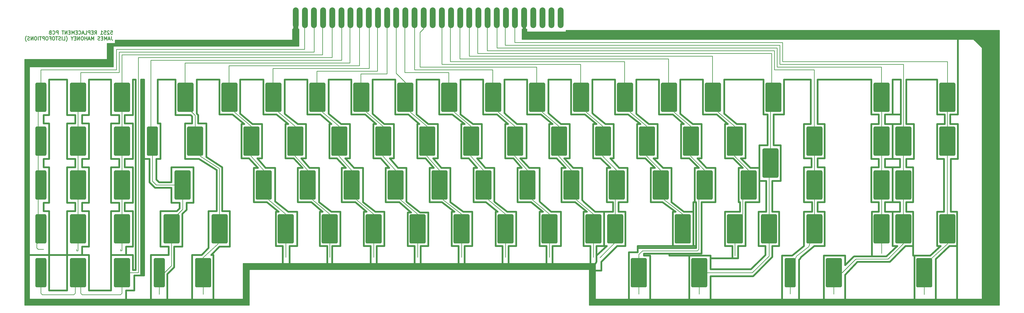
<source format=gbr>
%TF.GenerationSoftware,KiCad,Pcbnew,(5.1.4)-1*%
%TF.CreationDate,2020-02-21T10:12:18-05:00*%
%TF.ProjectId,5251,35323531-2e6b-4696-9361-645f70636258,0.0.2*%
%TF.SameCoordinates,Original*%
%TF.FileFunction,Copper,L2,Bot*%
%TF.FilePolarity,Positive*%
%FSLAX46Y46*%
G04 Gerber Fmt 4.6, Leading zero omitted, Abs format (unit mm)*
G04 Created by KiCad (PCBNEW (5.1.4)-1) date 2020-02-21 10:12:18*
%MOMM*%
%LPD*%
G04 APERTURE LIST*
%ADD10C,0.300000*%
%ADD11C,0.150000*%
%ADD12C,7.000000*%
%ADD13O,2.500000X8.970000*%
%ADD14C,4.800000*%
%ADD15C,0.750000*%
%ADD16C,0.250000*%
%ADD17C,0.254000*%
G04 APERTURE END LIST*
D10*
X114819606Y-152684951D02*
X115533892Y-152684951D01*
X115605320Y-153399237D01*
X115533892Y-153327808D01*
X115391035Y-153256380D01*
X115033892Y-153256380D01*
X114891035Y-153327808D01*
X114819606Y-153399237D01*
X114748177Y-153542094D01*
X114748177Y-153899237D01*
X114819606Y-154042094D01*
X114891035Y-154113522D01*
X115033892Y-154184951D01*
X115391035Y-154184951D01*
X115533892Y-154113522D01*
X115605320Y-154042094D01*
X114176749Y-152827808D02*
X114105320Y-152756380D01*
X113962463Y-152684951D01*
X113605320Y-152684951D01*
X113462463Y-152756380D01*
X113391035Y-152827808D01*
X113319606Y-152970665D01*
X113319606Y-153113522D01*
X113391035Y-153327808D01*
X114248177Y-154184951D01*
X113319606Y-154184951D01*
X111962463Y-152684951D02*
X112676749Y-152684951D01*
X112748177Y-153399237D01*
X112676749Y-153327808D01*
X112533892Y-153256380D01*
X112176749Y-153256380D01*
X112033892Y-153327808D01*
X111962463Y-153399237D01*
X111891035Y-153542094D01*
X111891035Y-153899237D01*
X111962463Y-154042094D01*
X112033892Y-154113522D01*
X112176749Y-154184951D01*
X112533892Y-154184951D01*
X112676749Y-154113522D01*
X112748177Y-154042094D01*
X110462463Y-154184951D02*
X111319606Y-154184951D01*
X110891035Y-154184951D02*
X110891035Y-152684951D01*
X111033892Y-152899237D01*
X111176749Y-153042094D01*
X111319606Y-153113522D01*
X107819606Y-154184951D02*
X108319606Y-153470665D01*
X108676749Y-154184951D02*
X108676749Y-152684951D01*
X108105320Y-152684951D01*
X107962463Y-152756380D01*
X107891035Y-152827808D01*
X107819606Y-152970665D01*
X107819606Y-153184951D01*
X107891035Y-153327808D01*
X107962463Y-153399237D01*
X108105320Y-153470665D01*
X108676749Y-153470665D01*
X107176749Y-153399237D02*
X106676749Y-153399237D01*
X106462463Y-154184951D02*
X107176749Y-154184951D01*
X107176749Y-152684951D01*
X106462463Y-152684951D01*
X105819606Y-154184951D02*
X105819606Y-152684951D01*
X105248177Y-152684951D01*
X105105320Y-152756380D01*
X105033892Y-152827808D01*
X104962463Y-152970665D01*
X104962463Y-153184951D01*
X105033892Y-153327808D01*
X105105320Y-153399237D01*
X105248177Y-153470665D01*
X105819606Y-153470665D01*
X103605320Y-154184951D02*
X104319606Y-154184951D01*
X104319606Y-152684951D01*
X103176749Y-153756380D02*
X102462463Y-153756380D01*
X103319606Y-154184951D02*
X102819606Y-152684951D01*
X102319606Y-154184951D01*
X100962463Y-154042094D02*
X101033892Y-154113522D01*
X101248177Y-154184951D01*
X101391035Y-154184951D01*
X101605320Y-154113522D01*
X101748177Y-153970665D01*
X101819606Y-153827808D01*
X101891035Y-153542094D01*
X101891035Y-153327808D01*
X101819606Y-153042094D01*
X101748177Y-152899237D01*
X101605320Y-152756380D01*
X101391035Y-152684951D01*
X101248177Y-152684951D01*
X101033892Y-152756380D01*
X100962463Y-152827808D01*
X100319606Y-153399237D02*
X99819606Y-153399237D01*
X99605320Y-154184951D02*
X100319606Y-154184951D01*
X100319606Y-152684951D01*
X99605320Y-152684951D01*
X98962463Y-154184951D02*
X98962463Y-152684951D01*
X98462463Y-153756380D01*
X97962463Y-152684951D01*
X97962463Y-154184951D01*
X97248177Y-153399237D02*
X96748177Y-153399237D01*
X96533892Y-154184951D02*
X97248177Y-154184951D01*
X97248177Y-152684951D01*
X96533892Y-152684951D01*
X95891035Y-154184951D02*
X95891035Y-152684951D01*
X95033892Y-154184951D01*
X95033892Y-152684951D01*
X94533892Y-152684951D02*
X93676749Y-152684951D01*
X94105320Y-154184951D02*
X94105320Y-152684951D01*
X92033892Y-154184951D02*
X92033892Y-152684951D01*
X91462463Y-152684951D01*
X91319606Y-152756380D01*
X91248177Y-152827808D01*
X91176749Y-152970665D01*
X91176749Y-153184951D01*
X91248177Y-153327808D01*
X91319606Y-153399237D01*
X91462463Y-153470665D01*
X92033892Y-153470665D01*
X89676749Y-154042094D02*
X89748177Y-154113522D01*
X89962463Y-154184951D01*
X90105320Y-154184951D01*
X90319606Y-154113522D01*
X90462463Y-153970665D01*
X90533892Y-153827808D01*
X90605320Y-153542094D01*
X90605320Y-153327808D01*
X90533892Y-153042094D01*
X90462463Y-152899237D01*
X90319606Y-152756380D01*
X90105320Y-152684951D01*
X89962463Y-152684951D01*
X89748177Y-152756380D01*
X89676749Y-152827808D01*
X88533892Y-153399237D02*
X88319606Y-153470665D01*
X88248177Y-153542094D01*
X88176749Y-153684951D01*
X88176749Y-153899237D01*
X88248177Y-154042094D01*
X88319606Y-154113522D01*
X88462463Y-154184951D01*
X89033892Y-154184951D01*
X89033892Y-152684951D01*
X88533892Y-152684951D01*
X88391035Y-152756380D01*
X88319606Y-152827808D01*
X88248177Y-152970665D01*
X88248177Y-153113522D01*
X88319606Y-153256380D01*
X88391035Y-153327808D01*
X88533892Y-153399237D01*
X89033892Y-153399237D01*
X115105320Y-155234951D02*
X115105320Y-156306380D01*
X115176749Y-156520665D01*
X115319606Y-156663522D01*
X115533892Y-156734951D01*
X115676749Y-156734951D01*
X114462463Y-156306380D02*
X113748177Y-156306380D01*
X114605320Y-156734951D02*
X114105320Y-155234951D01*
X113605320Y-156734951D01*
X113105320Y-156734951D02*
X113105320Y-155234951D01*
X112605320Y-156306380D01*
X112105320Y-155234951D01*
X112105320Y-156734951D01*
X111391035Y-155949237D02*
X110891035Y-155949237D01*
X110676749Y-156734951D02*
X111391035Y-156734951D01*
X111391035Y-155234951D01*
X110676749Y-155234951D01*
X110105320Y-156663522D02*
X109891035Y-156734951D01*
X109533892Y-156734951D01*
X109391035Y-156663522D01*
X109319606Y-156592094D01*
X109248177Y-156449237D01*
X109248177Y-156306380D01*
X109319606Y-156163522D01*
X109391035Y-156092094D01*
X109533892Y-156020665D01*
X109819606Y-155949237D01*
X109962463Y-155877808D01*
X110033892Y-155806380D01*
X110105320Y-155663522D01*
X110105320Y-155520665D01*
X110033892Y-155377808D01*
X109962463Y-155306380D01*
X109819606Y-155234951D01*
X109462463Y-155234951D01*
X109248177Y-155306380D01*
X107462463Y-156734951D02*
X107462463Y-155234951D01*
X106962463Y-156306380D01*
X106462463Y-155234951D01*
X106462463Y-156734951D01*
X105819606Y-156306380D02*
X105105320Y-156306380D01*
X105962463Y-156734951D02*
X105462463Y-155234951D01*
X104962463Y-156734951D01*
X104462463Y-156734951D02*
X104462463Y-155234951D01*
X104462463Y-155949237D02*
X103605320Y-155949237D01*
X103605320Y-156734951D02*
X103605320Y-155234951D01*
X102605320Y-155234951D02*
X102319606Y-155234951D01*
X102176749Y-155306380D01*
X102033892Y-155449237D01*
X101962463Y-155734951D01*
X101962463Y-156234951D01*
X102033892Y-156520665D01*
X102176749Y-156663522D01*
X102319606Y-156734951D01*
X102605320Y-156734951D01*
X102748177Y-156663522D01*
X102891035Y-156520665D01*
X102962463Y-156234951D01*
X102962463Y-155734951D01*
X102891035Y-155449237D01*
X102748177Y-155306380D01*
X102605320Y-155234951D01*
X101319606Y-156734951D02*
X101319606Y-155234951D01*
X100462463Y-156734951D01*
X100462463Y-155234951D01*
X99748177Y-155949237D02*
X99248177Y-155949237D01*
X99033892Y-156734951D02*
X99748177Y-156734951D01*
X99748177Y-155234951D01*
X99033892Y-155234951D01*
X98105320Y-156020665D02*
X98105320Y-156734951D01*
X98605320Y-155234951D02*
X98105320Y-156020665D01*
X97605320Y-155234951D01*
X95533892Y-157306380D02*
X95605320Y-157234951D01*
X95748177Y-157020665D01*
X95819606Y-156877808D01*
X95891035Y-156663522D01*
X95962463Y-156306380D01*
X95962463Y-156020665D01*
X95891035Y-155663522D01*
X95819606Y-155449237D01*
X95748177Y-155306380D01*
X95605320Y-155092094D01*
X95533892Y-155020665D01*
X94248177Y-156734951D02*
X94962463Y-156734951D01*
X94962463Y-155234951D01*
X93748177Y-156734951D02*
X93748177Y-155234951D01*
X93105320Y-156663522D02*
X92891035Y-156734951D01*
X92533892Y-156734951D01*
X92391035Y-156663522D01*
X92319606Y-156592094D01*
X92248177Y-156449237D01*
X92248177Y-156306380D01*
X92319606Y-156163522D01*
X92391035Y-156092094D01*
X92533892Y-156020665D01*
X92819606Y-155949237D01*
X92962463Y-155877808D01*
X93033892Y-155806380D01*
X93105320Y-155663522D01*
X93105320Y-155520665D01*
X93033892Y-155377808D01*
X92962463Y-155306380D01*
X92819606Y-155234951D01*
X92462463Y-155234951D01*
X92248177Y-155306380D01*
X91819606Y-155234951D02*
X90962463Y-155234951D01*
X91391035Y-156734951D02*
X91391035Y-155234951D01*
X90176749Y-155234951D02*
X89891035Y-155234951D01*
X89748177Y-155306380D01*
X89605320Y-155449237D01*
X89533892Y-155734951D01*
X89533892Y-156234951D01*
X89605320Y-156520665D01*
X89748177Y-156663522D01*
X89891035Y-156734951D01*
X90176749Y-156734951D01*
X90319606Y-156663522D01*
X90462463Y-156520665D01*
X90533892Y-156234951D01*
X90533892Y-155734951D01*
X90462463Y-155449237D01*
X90319606Y-155306380D01*
X90176749Y-155234951D01*
X88391035Y-155949237D02*
X88891035Y-155949237D01*
X88891035Y-156734951D02*
X88891035Y-155234951D01*
X88176749Y-155234951D01*
X87319606Y-155234951D02*
X87033892Y-155234951D01*
X86891035Y-155306380D01*
X86748177Y-155449237D01*
X86676749Y-155734951D01*
X86676749Y-156234951D01*
X86748177Y-156520665D01*
X86891035Y-156663522D01*
X87033892Y-156734951D01*
X87319606Y-156734951D01*
X87462463Y-156663522D01*
X87605320Y-156520665D01*
X87676749Y-156234951D01*
X87676749Y-155734951D01*
X87605320Y-155449237D01*
X87462463Y-155306380D01*
X87319606Y-155234951D01*
X86033892Y-156734951D02*
X86033892Y-155234951D01*
X85462463Y-155234951D01*
X85319606Y-155306380D01*
X85248177Y-155377808D01*
X85176749Y-155520665D01*
X85176749Y-155734951D01*
X85248177Y-155877808D01*
X85319606Y-155949237D01*
X85462463Y-156020665D01*
X86033892Y-156020665D01*
X84748177Y-155234951D02*
X83891035Y-155234951D01*
X84319606Y-156734951D02*
X84319606Y-155234951D01*
X83391035Y-156734951D02*
X83391035Y-155234951D01*
X82391035Y-155234951D02*
X82105320Y-155234951D01*
X81962463Y-155306380D01*
X81819606Y-155449237D01*
X81748177Y-155734951D01*
X81748177Y-156234951D01*
X81819606Y-156520665D01*
X81962463Y-156663522D01*
X82105320Y-156734951D01*
X82391035Y-156734951D01*
X82533892Y-156663522D01*
X82676749Y-156520665D01*
X82748177Y-156234951D01*
X82748177Y-155734951D01*
X82676749Y-155449237D01*
X82533892Y-155306380D01*
X82391035Y-155234951D01*
X81105320Y-156734951D02*
X81105320Y-155234951D01*
X80248177Y-156734951D01*
X80248177Y-155234951D01*
X79605320Y-156663522D02*
X79391035Y-156734951D01*
X79033892Y-156734951D01*
X78891035Y-156663522D01*
X78819606Y-156592094D01*
X78748177Y-156449237D01*
X78748177Y-156306380D01*
X78819606Y-156163522D01*
X78891035Y-156092094D01*
X79033892Y-156020665D01*
X79319606Y-155949237D01*
X79462463Y-155877808D01*
X79533892Y-155806380D01*
X79605320Y-155663522D01*
X79605320Y-155520665D01*
X79533892Y-155377808D01*
X79462463Y-155306380D01*
X79319606Y-155234951D01*
X78962463Y-155234951D01*
X78748177Y-155306380D01*
X78248177Y-157306380D02*
X78176749Y-157234951D01*
X78033892Y-157020665D01*
X77962463Y-156877808D01*
X77891035Y-156663522D01*
X77819606Y-156306380D01*
X77819606Y-156020665D01*
X77891035Y-155663522D01*
X77962463Y-155449237D01*
X78033892Y-155306380D01*
X78176749Y-155092094D01*
X78248177Y-155020665D01*
D11*
G36*
X311975433Y-194249136D02*
G01*
X312048141Y-194259921D01*
X312119441Y-194277781D01*
X312188648Y-194302543D01*
X312255094Y-194333970D01*
X312318140Y-194371758D01*
X312377179Y-194415544D01*
X312431641Y-194464906D01*
X312481003Y-194519368D01*
X312524789Y-194578407D01*
X312562577Y-194641453D01*
X312594004Y-194707899D01*
X312618766Y-194777106D01*
X312636626Y-194848406D01*
X312647411Y-194921114D01*
X312651018Y-194994529D01*
X312651018Y-206246529D01*
X312647411Y-206319944D01*
X312636626Y-206392652D01*
X312618766Y-206463952D01*
X312594004Y-206533159D01*
X312562577Y-206599605D01*
X312524789Y-206662651D01*
X312481003Y-206721690D01*
X312431641Y-206776152D01*
X312377179Y-206825514D01*
X312318140Y-206869300D01*
X312255094Y-206907088D01*
X312188648Y-206938515D01*
X312119441Y-206963277D01*
X312048141Y-206981137D01*
X311975433Y-206991922D01*
X311902018Y-206995529D01*
X306400018Y-206995529D01*
X306326603Y-206991922D01*
X306253895Y-206981137D01*
X306182595Y-206963277D01*
X306113388Y-206938515D01*
X306046942Y-206907088D01*
X305983896Y-206869300D01*
X305924857Y-206825514D01*
X305870395Y-206776152D01*
X305821033Y-206721690D01*
X305777247Y-206662651D01*
X305739459Y-206599605D01*
X305708032Y-206533159D01*
X305683270Y-206463952D01*
X305665410Y-206392652D01*
X305654625Y-206319944D01*
X305651018Y-206246529D01*
X305651018Y-194994529D01*
X305654625Y-194921114D01*
X305665410Y-194848406D01*
X305683270Y-194777106D01*
X305708032Y-194707899D01*
X305739459Y-194641453D01*
X305777247Y-194578407D01*
X305821033Y-194519368D01*
X305870395Y-194464906D01*
X305924857Y-194415544D01*
X305983896Y-194371758D01*
X306046942Y-194333970D01*
X306113388Y-194302543D01*
X306182595Y-194277781D01*
X306253895Y-194259921D01*
X306326603Y-194249136D01*
X306400018Y-194245529D01*
X311902018Y-194245529D01*
X311975433Y-194249136D01*
X311975433Y-194249136D01*
G37*
D12*
X309151018Y-200620529D03*
D11*
G36*
X369125433Y-194249136D02*
G01*
X369198141Y-194259921D01*
X369269441Y-194277781D01*
X369338648Y-194302543D01*
X369405094Y-194333970D01*
X369468140Y-194371758D01*
X369527179Y-194415544D01*
X369581641Y-194464906D01*
X369631003Y-194519368D01*
X369674789Y-194578407D01*
X369712577Y-194641453D01*
X369744004Y-194707899D01*
X369768766Y-194777106D01*
X369786626Y-194848406D01*
X369797411Y-194921114D01*
X369801018Y-194994529D01*
X369801018Y-206246529D01*
X369797411Y-206319944D01*
X369786626Y-206392652D01*
X369768766Y-206463952D01*
X369744004Y-206533159D01*
X369712577Y-206599605D01*
X369674789Y-206662651D01*
X369631003Y-206721690D01*
X369581641Y-206776152D01*
X369527179Y-206825514D01*
X369468140Y-206869300D01*
X369405094Y-206907088D01*
X369338648Y-206938515D01*
X369269441Y-206963277D01*
X369198141Y-206981137D01*
X369125433Y-206991922D01*
X369052018Y-206995529D01*
X363550018Y-206995529D01*
X363476603Y-206991922D01*
X363403895Y-206981137D01*
X363332595Y-206963277D01*
X363263388Y-206938515D01*
X363196942Y-206907088D01*
X363133896Y-206869300D01*
X363074857Y-206825514D01*
X363020395Y-206776152D01*
X362971033Y-206721690D01*
X362927247Y-206662651D01*
X362889459Y-206599605D01*
X362858032Y-206533159D01*
X362833270Y-206463952D01*
X362815410Y-206392652D01*
X362804625Y-206319944D01*
X362801018Y-206246529D01*
X362801018Y-194994529D01*
X362804625Y-194921114D01*
X362815410Y-194848406D01*
X362833270Y-194777106D01*
X362858032Y-194707899D01*
X362889459Y-194641453D01*
X362927247Y-194578407D01*
X362971033Y-194519368D01*
X363020395Y-194464906D01*
X363074857Y-194415544D01*
X363133896Y-194371758D01*
X363196942Y-194333970D01*
X363263388Y-194302543D01*
X363332595Y-194277781D01*
X363403895Y-194259921D01*
X363476603Y-194249136D01*
X363550018Y-194245529D01*
X369052018Y-194245529D01*
X369125433Y-194249136D01*
X369125433Y-194249136D01*
G37*
D12*
X366301018Y-200620529D03*
D11*
G36*
X292925433Y-194249136D02*
G01*
X292998141Y-194259921D01*
X293069441Y-194277781D01*
X293138648Y-194302543D01*
X293205094Y-194333970D01*
X293268140Y-194371758D01*
X293327179Y-194415544D01*
X293381641Y-194464906D01*
X293431003Y-194519368D01*
X293474789Y-194578407D01*
X293512577Y-194641453D01*
X293544004Y-194707899D01*
X293568766Y-194777106D01*
X293586626Y-194848406D01*
X293597411Y-194921114D01*
X293601018Y-194994529D01*
X293601018Y-206246529D01*
X293597411Y-206319944D01*
X293586626Y-206392652D01*
X293568766Y-206463952D01*
X293544004Y-206533159D01*
X293512577Y-206599605D01*
X293474789Y-206662651D01*
X293431003Y-206721690D01*
X293381641Y-206776152D01*
X293327179Y-206825514D01*
X293268140Y-206869300D01*
X293205094Y-206907088D01*
X293138648Y-206938515D01*
X293069441Y-206963277D01*
X292998141Y-206981137D01*
X292925433Y-206991922D01*
X292852018Y-206995529D01*
X287350018Y-206995529D01*
X287276603Y-206991922D01*
X287203895Y-206981137D01*
X287132595Y-206963277D01*
X287063388Y-206938515D01*
X286996942Y-206907088D01*
X286933896Y-206869300D01*
X286874857Y-206825514D01*
X286820395Y-206776152D01*
X286771033Y-206721690D01*
X286727247Y-206662651D01*
X286689459Y-206599605D01*
X286658032Y-206533159D01*
X286633270Y-206463952D01*
X286615410Y-206392652D01*
X286604625Y-206319944D01*
X286601018Y-206246529D01*
X286601018Y-194994529D01*
X286604625Y-194921114D01*
X286615410Y-194848406D01*
X286633270Y-194777106D01*
X286658032Y-194707899D01*
X286689459Y-194641453D01*
X286727247Y-194578407D01*
X286771033Y-194519368D01*
X286820395Y-194464906D01*
X286874857Y-194415544D01*
X286933896Y-194371758D01*
X286996942Y-194333970D01*
X287063388Y-194302543D01*
X287132595Y-194277781D01*
X287203895Y-194259921D01*
X287276603Y-194249136D01*
X287350018Y-194245529D01*
X292852018Y-194245529D01*
X292925433Y-194249136D01*
X292925433Y-194249136D01*
G37*
D12*
X290101018Y-200620529D03*
D11*
G36*
X235775433Y-194249136D02*
G01*
X235848141Y-194259921D01*
X235919441Y-194277781D01*
X235988648Y-194302543D01*
X236055094Y-194333970D01*
X236118140Y-194371758D01*
X236177179Y-194415544D01*
X236231641Y-194464906D01*
X236281003Y-194519368D01*
X236324789Y-194578407D01*
X236362577Y-194641453D01*
X236394004Y-194707899D01*
X236418766Y-194777106D01*
X236436626Y-194848406D01*
X236447411Y-194921114D01*
X236451018Y-194994529D01*
X236451018Y-206246529D01*
X236447411Y-206319944D01*
X236436626Y-206392652D01*
X236418766Y-206463952D01*
X236394004Y-206533159D01*
X236362577Y-206599605D01*
X236324789Y-206662651D01*
X236281003Y-206721690D01*
X236231641Y-206776152D01*
X236177179Y-206825514D01*
X236118140Y-206869300D01*
X236055094Y-206907088D01*
X235988648Y-206938515D01*
X235919441Y-206963277D01*
X235848141Y-206981137D01*
X235775433Y-206991922D01*
X235702018Y-206995529D01*
X230200018Y-206995529D01*
X230126603Y-206991922D01*
X230053895Y-206981137D01*
X229982595Y-206963277D01*
X229913388Y-206938515D01*
X229846942Y-206907088D01*
X229783896Y-206869300D01*
X229724857Y-206825514D01*
X229670395Y-206776152D01*
X229621033Y-206721690D01*
X229577247Y-206662651D01*
X229539459Y-206599605D01*
X229508032Y-206533159D01*
X229483270Y-206463952D01*
X229465410Y-206392652D01*
X229454625Y-206319944D01*
X229451018Y-206246529D01*
X229451018Y-194994529D01*
X229454625Y-194921114D01*
X229465410Y-194848406D01*
X229483270Y-194777106D01*
X229508032Y-194707899D01*
X229539459Y-194641453D01*
X229577247Y-194578407D01*
X229621033Y-194519368D01*
X229670395Y-194464906D01*
X229724857Y-194415544D01*
X229783896Y-194371758D01*
X229846942Y-194333970D01*
X229913388Y-194302543D01*
X229982595Y-194277781D01*
X230053895Y-194259921D01*
X230126603Y-194249136D01*
X230200018Y-194245529D01*
X235702018Y-194245529D01*
X235775433Y-194249136D01*
X235775433Y-194249136D01*
G37*
D12*
X232951018Y-200620529D03*
D11*
G36*
X103465121Y-232349136D02*
G01*
X103537829Y-232359921D01*
X103609129Y-232377781D01*
X103678336Y-232402543D01*
X103744782Y-232433970D01*
X103807828Y-232471758D01*
X103866867Y-232515544D01*
X103921329Y-232564906D01*
X103970691Y-232619368D01*
X104014477Y-232678407D01*
X104052265Y-232741453D01*
X104083692Y-232807899D01*
X104108454Y-232877106D01*
X104126314Y-232948406D01*
X104137099Y-233021114D01*
X104140706Y-233094529D01*
X104140706Y-244346529D01*
X104137099Y-244419944D01*
X104126314Y-244492652D01*
X104108454Y-244563952D01*
X104083692Y-244633159D01*
X104052265Y-244699605D01*
X104014477Y-244762651D01*
X103970691Y-244821690D01*
X103921329Y-244876152D01*
X103866867Y-244925514D01*
X103807828Y-244969300D01*
X103744782Y-245007088D01*
X103678336Y-245038515D01*
X103609129Y-245063277D01*
X103537829Y-245081137D01*
X103465121Y-245091922D01*
X103391706Y-245095529D01*
X97889706Y-245095529D01*
X97816291Y-245091922D01*
X97743583Y-245081137D01*
X97672283Y-245063277D01*
X97603076Y-245038515D01*
X97536630Y-245007088D01*
X97473584Y-244969300D01*
X97414545Y-244925514D01*
X97360083Y-244876152D01*
X97310721Y-244821690D01*
X97266935Y-244762651D01*
X97229147Y-244699605D01*
X97197720Y-244633159D01*
X97172958Y-244563952D01*
X97155098Y-244492652D01*
X97144313Y-244419944D01*
X97140706Y-244346529D01*
X97140706Y-233094529D01*
X97144313Y-233021114D01*
X97155098Y-232948406D01*
X97172958Y-232877106D01*
X97197720Y-232807899D01*
X97229147Y-232741453D01*
X97266935Y-232678407D01*
X97310721Y-232619368D01*
X97360083Y-232564906D01*
X97414545Y-232515544D01*
X97473584Y-232471758D01*
X97536630Y-232433970D01*
X97603076Y-232402543D01*
X97672283Y-232377781D01*
X97743583Y-232359921D01*
X97816291Y-232349136D01*
X97889706Y-232345529D01*
X103391706Y-232345529D01*
X103465121Y-232349136D01*
X103465121Y-232349136D01*
G37*
D12*
X100640706Y-238720529D03*
D11*
G36*
X372697308Y-251399136D02*
G01*
X372770016Y-251409921D01*
X372841316Y-251427781D01*
X372910523Y-251452543D01*
X372976969Y-251483970D01*
X373040015Y-251521758D01*
X373099054Y-251565544D01*
X373153516Y-251614906D01*
X373202878Y-251669368D01*
X373246664Y-251728407D01*
X373284452Y-251791453D01*
X373315879Y-251857899D01*
X373340641Y-251927106D01*
X373358501Y-251998406D01*
X373369286Y-252071114D01*
X373372893Y-252144529D01*
X373372893Y-263396529D01*
X373369286Y-263469944D01*
X373358501Y-263542652D01*
X373340641Y-263613952D01*
X373315879Y-263683159D01*
X373284452Y-263749605D01*
X373246664Y-263812651D01*
X373202878Y-263871690D01*
X373153516Y-263926152D01*
X373099054Y-263975514D01*
X373040015Y-264019300D01*
X372976969Y-264057088D01*
X372910523Y-264088515D01*
X372841316Y-264113277D01*
X372770016Y-264131137D01*
X372697308Y-264141922D01*
X372623893Y-264145529D01*
X367121893Y-264145529D01*
X367048478Y-264141922D01*
X366975770Y-264131137D01*
X366904470Y-264113277D01*
X366835263Y-264088515D01*
X366768817Y-264057088D01*
X366705771Y-264019300D01*
X366646732Y-263975514D01*
X366592270Y-263926152D01*
X366542908Y-263871690D01*
X366499122Y-263812651D01*
X366461334Y-263749605D01*
X366429907Y-263683159D01*
X366405145Y-263613952D01*
X366387285Y-263542652D01*
X366376500Y-263469944D01*
X366372893Y-263396529D01*
X366372893Y-252144529D01*
X366376500Y-252071114D01*
X366387285Y-251998406D01*
X366405145Y-251927106D01*
X366429907Y-251857899D01*
X366461334Y-251791453D01*
X366499122Y-251728407D01*
X366542908Y-251669368D01*
X366592270Y-251614906D01*
X366646732Y-251565544D01*
X366705771Y-251521758D01*
X366768817Y-251483970D01*
X366835263Y-251452543D01*
X366904470Y-251427781D01*
X366975770Y-251409921D01*
X367048478Y-251399136D01*
X367121893Y-251395529D01*
X372623893Y-251395529D01*
X372697308Y-251399136D01*
X372697308Y-251399136D01*
G37*
D12*
X369872893Y-257770529D03*
D11*
G36*
X388175433Y-232349136D02*
G01*
X388248141Y-232359921D01*
X388319441Y-232377781D01*
X388388648Y-232402543D01*
X388455094Y-232433970D01*
X388518140Y-232471758D01*
X388577179Y-232515544D01*
X388631641Y-232564906D01*
X388681003Y-232619368D01*
X388724789Y-232678407D01*
X388762577Y-232741453D01*
X388794004Y-232807899D01*
X388818766Y-232877106D01*
X388836626Y-232948406D01*
X388847411Y-233021114D01*
X388851018Y-233094529D01*
X388851018Y-244346529D01*
X388847411Y-244419944D01*
X388836626Y-244492652D01*
X388818766Y-244563952D01*
X388794004Y-244633159D01*
X388762577Y-244699605D01*
X388724789Y-244762651D01*
X388681003Y-244821690D01*
X388631641Y-244876152D01*
X388577179Y-244925514D01*
X388518140Y-244969300D01*
X388455094Y-245007088D01*
X388388648Y-245038515D01*
X388319441Y-245063277D01*
X388248141Y-245081137D01*
X388175433Y-245091922D01*
X388102018Y-245095529D01*
X382600018Y-245095529D01*
X382526603Y-245091922D01*
X382453895Y-245081137D01*
X382382595Y-245063277D01*
X382313388Y-245038515D01*
X382246942Y-245007088D01*
X382183896Y-244969300D01*
X382124857Y-244925514D01*
X382070395Y-244876152D01*
X382021033Y-244821690D01*
X381977247Y-244762651D01*
X381939459Y-244699605D01*
X381908032Y-244633159D01*
X381883270Y-244563952D01*
X381865410Y-244492652D01*
X381854625Y-244419944D01*
X381851018Y-244346529D01*
X381851018Y-233094529D01*
X381854625Y-233021114D01*
X381865410Y-232948406D01*
X381883270Y-232877106D01*
X381908032Y-232807899D01*
X381939459Y-232741453D01*
X381977247Y-232678407D01*
X382021033Y-232619368D01*
X382070395Y-232564906D01*
X382124857Y-232515544D01*
X382183896Y-232471758D01*
X382246942Y-232433970D01*
X382313388Y-232402543D01*
X382382595Y-232377781D01*
X382453895Y-232359921D01*
X382526603Y-232349136D01*
X382600018Y-232345529D01*
X388102018Y-232345529D01*
X388175433Y-232349136D01*
X388175433Y-232349136D01*
G37*
D12*
X385351018Y-238720529D03*
D11*
G36*
X461182308Y-232349136D02*
G01*
X461255016Y-232359921D01*
X461326316Y-232377781D01*
X461395523Y-232402543D01*
X461461969Y-232433970D01*
X461525015Y-232471758D01*
X461584054Y-232515544D01*
X461638516Y-232564906D01*
X461687878Y-232619368D01*
X461731664Y-232678407D01*
X461769452Y-232741453D01*
X461800879Y-232807899D01*
X461825641Y-232877106D01*
X461843501Y-232948406D01*
X461854286Y-233021114D01*
X461857893Y-233094529D01*
X461857893Y-244346529D01*
X461854286Y-244419944D01*
X461843501Y-244492652D01*
X461825641Y-244563952D01*
X461800879Y-244633159D01*
X461769452Y-244699605D01*
X461731664Y-244762651D01*
X461687878Y-244821690D01*
X461638516Y-244876152D01*
X461584054Y-244925514D01*
X461525015Y-244969300D01*
X461461969Y-245007088D01*
X461395523Y-245038515D01*
X461326316Y-245063277D01*
X461255016Y-245081137D01*
X461182308Y-245091922D01*
X461108893Y-245095529D01*
X455606893Y-245095529D01*
X455533478Y-245091922D01*
X455460770Y-245081137D01*
X455389470Y-245063277D01*
X455320263Y-245038515D01*
X455253817Y-245007088D01*
X455190771Y-244969300D01*
X455131732Y-244925514D01*
X455077270Y-244876152D01*
X455027908Y-244821690D01*
X454984122Y-244762651D01*
X454946334Y-244699605D01*
X454914907Y-244633159D01*
X454890145Y-244563952D01*
X454872285Y-244492652D01*
X454861500Y-244419944D01*
X454857893Y-244346529D01*
X454857893Y-233094529D01*
X454861500Y-233021114D01*
X454872285Y-232948406D01*
X454890145Y-232877106D01*
X454914907Y-232807899D01*
X454946334Y-232741453D01*
X454984122Y-232678407D01*
X455027908Y-232619368D01*
X455077270Y-232564906D01*
X455131732Y-232515544D01*
X455190771Y-232471758D01*
X455253817Y-232433970D01*
X455320263Y-232402543D01*
X455389470Y-232377781D01*
X455460770Y-232359921D01*
X455533478Y-232349136D01*
X455606893Y-232345529D01*
X461108893Y-232345529D01*
X461182308Y-232349136D01*
X461182308Y-232349136D01*
G37*
D12*
X458357893Y-238720529D03*
D13*
X194992581Y-147042404D03*
X198952581Y-147042404D03*
X202912581Y-147042404D03*
X206872581Y-147042404D03*
X210832581Y-147042404D03*
X214792581Y-147042404D03*
X218752581Y-147042404D03*
X222712581Y-147042404D03*
X226672581Y-147042404D03*
X230632581Y-147042404D03*
X234592581Y-147042404D03*
X238552581Y-147042404D03*
X242512581Y-147042404D03*
X246472581Y-147042404D03*
X250432581Y-147042404D03*
X254392581Y-147042404D03*
X258352581Y-147042404D03*
X262312581Y-147042404D03*
X266272581Y-147042404D03*
X270232581Y-147042404D03*
X274192581Y-147042404D03*
X278152581Y-147042404D03*
X282112581Y-147042404D03*
X286072581Y-147042404D03*
X290032581Y-147042404D03*
X293992581Y-147042404D03*
X297952581Y-147042404D03*
X301912581Y-147042404D03*
X305872581Y-147042404D03*
X309832581Y-147042404D03*
D11*
G36*
X226250433Y-175199136D02*
G01*
X226323141Y-175209921D01*
X226394441Y-175227781D01*
X226463648Y-175252543D01*
X226530094Y-175283970D01*
X226593140Y-175321758D01*
X226652179Y-175365544D01*
X226706641Y-175414906D01*
X226756003Y-175469368D01*
X226799789Y-175528407D01*
X226837577Y-175591453D01*
X226869004Y-175657899D01*
X226893766Y-175727106D01*
X226911626Y-175798406D01*
X226922411Y-175871114D01*
X226926018Y-175944529D01*
X226926018Y-187196529D01*
X226922411Y-187269944D01*
X226911626Y-187342652D01*
X226893766Y-187413952D01*
X226869004Y-187483159D01*
X226837577Y-187549605D01*
X226799789Y-187612651D01*
X226756003Y-187671690D01*
X226706641Y-187726152D01*
X226652179Y-187775514D01*
X226593140Y-187819300D01*
X226530094Y-187857088D01*
X226463648Y-187888515D01*
X226394441Y-187913277D01*
X226323141Y-187931137D01*
X226250433Y-187941922D01*
X226177018Y-187945529D01*
X220675018Y-187945529D01*
X220601603Y-187941922D01*
X220528895Y-187931137D01*
X220457595Y-187913277D01*
X220388388Y-187888515D01*
X220321942Y-187857088D01*
X220258896Y-187819300D01*
X220199857Y-187775514D01*
X220145395Y-187726152D01*
X220096033Y-187671690D01*
X220052247Y-187612651D01*
X220014459Y-187549605D01*
X219983032Y-187483159D01*
X219958270Y-187413952D01*
X219940410Y-187342652D01*
X219929625Y-187269944D01*
X219926018Y-187196529D01*
X219926018Y-175944529D01*
X219929625Y-175871114D01*
X219940410Y-175798406D01*
X219958270Y-175727106D01*
X219983032Y-175657899D01*
X220014459Y-175591453D01*
X220052247Y-175528407D01*
X220096033Y-175469368D01*
X220145395Y-175414906D01*
X220199857Y-175365544D01*
X220258896Y-175321758D01*
X220321942Y-175283970D01*
X220388388Y-175252543D01*
X220457595Y-175227781D01*
X220528895Y-175209921D01*
X220601603Y-175199136D01*
X220675018Y-175195529D01*
X226177018Y-175195529D01*
X226250433Y-175199136D01*
X226250433Y-175199136D01*
G37*
D12*
X223426018Y-181570529D03*
D11*
G36*
X86259051Y-175199135D02*
G01*
X86331740Y-175209917D01*
X86403021Y-175227772D01*
X86472209Y-175252528D01*
X86538638Y-175283946D01*
X86601667Y-175321725D01*
X86660690Y-175365499D01*
X86715138Y-175414847D01*
X86764486Y-175469295D01*
X86808260Y-175528318D01*
X86846039Y-175591347D01*
X86877457Y-175657776D01*
X86902213Y-175726964D01*
X86920068Y-175798245D01*
X86930850Y-175870934D01*
X86934456Y-175944329D01*
X86934456Y-187196729D01*
X86930850Y-187270124D01*
X86920068Y-187342813D01*
X86902213Y-187414094D01*
X86877457Y-187483282D01*
X86846039Y-187549711D01*
X86808260Y-187612740D01*
X86764486Y-187671763D01*
X86715138Y-187726211D01*
X86660690Y-187775559D01*
X86601667Y-187819333D01*
X86538638Y-187857112D01*
X86472209Y-187888530D01*
X86403021Y-187913286D01*
X86331740Y-187931141D01*
X86259051Y-187941923D01*
X86185656Y-187945529D01*
X82883256Y-187945529D01*
X82809861Y-187941923D01*
X82737172Y-187931141D01*
X82665891Y-187913286D01*
X82596703Y-187888530D01*
X82530274Y-187857112D01*
X82467245Y-187819333D01*
X82408222Y-187775559D01*
X82353774Y-187726211D01*
X82304426Y-187671763D01*
X82260652Y-187612740D01*
X82222873Y-187549711D01*
X82191455Y-187483282D01*
X82166699Y-187414094D01*
X82148844Y-187342813D01*
X82138062Y-187270124D01*
X82134456Y-187196729D01*
X82134456Y-175944329D01*
X82138062Y-175870934D01*
X82148844Y-175798245D01*
X82166699Y-175726964D01*
X82191455Y-175657776D01*
X82222873Y-175591347D01*
X82260652Y-175528318D01*
X82304426Y-175469295D01*
X82353774Y-175414847D01*
X82408222Y-175365499D01*
X82467245Y-175321725D01*
X82530274Y-175283946D01*
X82596703Y-175252528D01*
X82665891Y-175227772D01*
X82737172Y-175209917D01*
X82809861Y-175199135D01*
X82883256Y-175195529D01*
X86185656Y-175195529D01*
X86259051Y-175199135D01*
X86259051Y-175199135D01*
G37*
D14*
X84534456Y-181570529D03*
D11*
G36*
X103465121Y-175199136D02*
G01*
X103537829Y-175209921D01*
X103609129Y-175227781D01*
X103678336Y-175252543D01*
X103744782Y-175283970D01*
X103807828Y-175321758D01*
X103866867Y-175365544D01*
X103921329Y-175414906D01*
X103970691Y-175469368D01*
X104014477Y-175528407D01*
X104052265Y-175591453D01*
X104083692Y-175657899D01*
X104108454Y-175727106D01*
X104126314Y-175798406D01*
X104137099Y-175871114D01*
X104140706Y-175944529D01*
X104140706Y-187196529D01*
X104137099Y-187269944D01*
X104126314Y-187342652D01*
X104108454Y-187413952D01*
X104083692Y-187483159D01*
X104052265Y-187549605D01*
X104014477Y-187612651D01*
X103970691Y-187671690D01*
X103921329Y-187726152D01*
X103866867Y-187775514D01*
X103807828Y-187819300D01*
X103744782Y-187857088D01*
X103678336Y-187888515D01*
X103609129Y-187913277D01*
X103537829Y-187931137D01*
X103465121Y-187941922D01*
X103391706Y-187945529D01*
X97889706Y-187945529D01*
X97816291Y-187941922D01*
X97743583Y-187931137D01*
X97672283Y-187913277D01*
X97603076Y-187888515D01*
X97536630Y-187857088D01*
X97473584Y-187819300D01*
X97414545Y-187775514D01*
X97360083Y-187726152D01*
X97310721Y-187671690D01*
X97266935Y-187612651D01*
X97229147Y-187549605D01*
X97197720Y-187483159D01*
X97172958Y-187413952D01*
X97155098Y-187342652D01*
X97144313Y-187269944D01*
X97140706Y-187196529D01*
X97140706Y-175944529D01*
X97144313Y-175871114D01*
X97155098Y-175798406D01*
X97172958Y-175727106D01*
X97197720Y-175657899D01*
X97229147Y-175591453D01*
X97266935Y-175528407D01*
X97310721Y-175469368D01*
X97360083Y-175414906D01*
X97414545Y-175365544D01*
X97473584Y-175321758D01*
X97536630Y-175283970D01*
X97603076Y-175252543D01*
X97672283Y-175227781D01*
X97743583Y-175209921D01*
X97816291Y-175199136D01*
X97889706Y-175195529D01*
X103391706Y-175195529D01*
X103465121Y-175199136D01*
X103465121Y-175199136D01*
G37*
D12*
X100640706Y-181570529D03*
D11*
G36*
X122515121Y-175199136D02*
G01*
X122587829Y-175209921D01*
X122659129Y-175227781D01*
X122728336Y-175252543D01*
X122794782Y-175283970D01*
X122857828Y-175321758D01*
X122916867Y-175365544D01*
X122971329Y-175414906D01*
X123020691Y-175469368D01*
X123064477Y-175528407D01*
X123102265Y-175591453D01*
X123133692Y-175657899D01*
X123158454Y-175727106D01*
X123176314Y-175798406D01*
X123187099Y-175871114D01*
X123190706Y-175944529D01*
X123190706Y-187196529D01*
X123187099Y-187269944D01*
X123176314Y-187342652D01*
X123158454Y-187413952D01*
X123133692Y-187483159D01*
X123102265Y-187549605D01*
X123064477Y-187612651D01*
X123020691Y-187671690D01*
X122971329Y-187726152D01*
X122916867Y-187775514D01*
X122857828Y-187819300D01*
X122794782Y-187857088D01*
X122728336Y-187888515D01*
X122659129Y-187913277D01*
X122587829Y-187931137D01*
X122515121Y-187941922D01*
X122441706Y-187945529D01*
X116939706Y-187945529D01*
X116866291Y-187941922D01*
X116793583Y-187931137D01*
X116722283Y-187913277D01*
X116653076Y-187888515D01*
X116586630Y-187857088D01*
X116523584Y-187819300D01*
X116464545Y-187775514D01*
X116410083Y-187726152D01*
X116360721Y-187671690D01*
X116316935Y-187612651D01*
X116279147Y-187549605D01*
X116247720Y-187483159D01*
X116222958Y-187413952D01*
X116205098Y-187342652D01*
X116194313Y-187269944D01*
X116190706Y-187196529D01*
X116190706Y-175944529D01*
X116194313Y-175871114D01*
X116205098Y-175798406D01*
X116222958Y-175727106D01*
X116247720Y-175657899D01*
X116279147Y-175591453D01*
X116316935Y-175528407D01*
X116360721Y-175469368D01*
X116410083Y-175414906D01*
X116464545Y-175365544D01*
X116523584Y-175321758D01*
X116586630Y-175283970D01*
X116653076Y-175252543D01*
X116722283Y-175227781D01*
X116793583Y-175209921D01*
X116866291Y-175199136D01*
X116939706Y-175195529D01*
X122441706Y-175195529D01*
X122515121Y-175199136D01*
X122515121Y-175199136D01*
G37*
D12*
X119690706Y-181570529D03*
D11*
G36*
X134600613Y-194249135D02*
G01*
X134673302Y-194259917D01*
X134744583Y-194277772D01*
X134813771Y-194302528D01*
X134880200Y-194333946D01*
X134943229Y-194371725D01*
X135002252Y-194415499D01*
X135056700Y-194464847D01*
X135106048Y-194519295D01*
X135149822Y-194578318D01*
X135187601Y-194641347D01*
X135219019Y-194707776D01*
X135243775Y-194776964D01*
X135261630Y-194848245D01*
X135272412Y-194920934D01*
X135276018Y-194994329D01*
X135276018Y-206246729D01*
X135272412Y-206320124D01*
X135261630Y-206392813D01*
X135243775Y-206464094D01*
X135219019Y-206533282D01*
X135187601Y-206599711D01*
X135149822Y-206662740D01*
X135106048Y-206721763D01*
X135056700Y-206776211D01*
X135002252Y-206825559D01*
X134943229Y-206869333D01*
X134880200Y-206907112D01*
X134813771Y-206938530D01*
X134744583Y-206963286D01*
X134673302Y-206981141D01*
X134600613Y-206991923D01*
X134527218Y-206995529D01*
X131224818Y-206995529D01*
X131151423Y-206991923D01*
X131078734Y-206981141D01*
X131007453Y-206963286D01*
X130938265Y-206938530D01*
X130871836Y-206907112D01*
X130808807Y-206869333D01*
X130749784Y-206825559D01*
X130695336Y-206776211D01*
X130645988Y-206721763D01*
X130602214Y-206662740D01*
X130564435Y-206599711D01*
X130533017Y-206533282D01*
X130508261Y-206464094D01*
X130490406Y-206392813D01*
X130479624Y-206320124D01*
X130476018Y-206246729D01*
X130476018Y-194994329D01*
X130479624Y-194920934D01*
X130490406Y-194848245D01*
X130508261Y-194776964D01*
X130533017Y-194707776D01*
X130564435Y-194641347D01*
X130602214Y-194578318D01*
X130645988Y-194519295D01*
X130695336Y-194464847D01*
X130749784Y-194415499D01*
X130808807Y-194371725D01*
X130871836Y-194333946D01*
X130938265Y-194302528D01*
X131007453Y-194277772D01*
X131078734Y-194259917D01*
X131151423Y-194249135D01*
X131224818Y-194245529D01*
X134527218Y-194245529D01*
X134600613Y-194249135D01*
X134600613Y-194249135D01*
G37*
D14*
X132876018Y-200620529D03*
D11*
G36*
X150050433Y-175199136D02*
G01*
X150123141Y-175209921D01*
X150194441Y-175227781D01*
X150263648Y-175252543D01*
X150330094Y-175283970D01*
X150393140Y-175321758D01*
X150452179Y-175365544D01*
X150506641Y-175414906D01*
X150556003Y-175469368D01*
X150599789Y-175528407D01*
X150637577Y-175591453D01*
X150669004Y-175657899D01*
X150693766Y-175727106D01*
X150711626Y-175798406D01*
X150722411Y-175871114D01*
X150726018Y-175944529D01*
X150726018Y-187196529D01*
X150722411Y-187269944D01*
X150711626Y-187342652D01*
X150693766Y-187413952D01*
X150669004Y-187483159D01*
X150637577Y-187549605D01*
X150599789Y-187612651D01*
X150556003Y-187671690D01*
X150506641Y-187726152D01*
X150452179Y-187775514D01*
X150393140Y-187819300D01*
X150330094Y-187857088D01*
X150263648Y-187888515D01*
X150194441Y-187913277D01*
X150123141Y-187931137D01*
X150050433Y-187941922D01*
X149977018Y-187945529D01*
X144475018Y-187945529D01*
X144401603Y-187941922D01*
X144328895Y-187931137D01*
X144257595Y-187913277D01*
X144188388Y-187888515D01*
X144121942Y-187857088D01*
X144058896Y-187819300D01*
X143999857Y-187775514D01*
X143945395Y-187726152D01*
X143896033Y-187671690D01*
X143852247Y-187612651D01*
X143814459Y-187549605D01*
X143783032Y-187483159D01*
X143758270Y-187413952D01*
X143740410Y-187342652D01*
X143729625Y-187269944D01*
X143726018Y-187196529D01*
X143726018Y-175944529D01*
X143729625Y-175871114D01*
X143740410Y-175798406D01*
X143758270Y-175727106D01*
X143783032Y-175657899D01*
X143814459Y-175591453D01*
X143852247Y-175528407D01*
X143896033Y-175469368D01*
X143945395Y-175414906D01*
X143999857Y-175365544D01*
X144058896Y-175321758D01*
X144121942Y-175283970D01*
X144188388Y-175252543D01*
X144257595Y-175227781D01*
X144328895Y-175209921D01*
X144401603Y-175199136D01*
X144475018Y-175195529D01*
X149977018Y-175195529D01*
X150050433Y-175199136D01*
X150050433Y-175199136D01*
G37*
D12*
X147226018Y-181570529D03*
D11*
G36*
X169100433Y-175199136D02*
G01*
X169173141Y-175209921D01*
X169244441Y-175227781D01*
X169313648Y-175252543D01*
X169380094Y-175283970D01*
X169443140Y-175321758D01*
X169502179Y-175365544D01*
X169556641Y-175414906D01*
X169606003Y-175469368D01*
X169649789Y-175528407D01*
X169687577Y-175591453D01*
X169719004Y-175657899D01*
X169743766Y-175727106D01*
X169761626Y-175798406D01*
X169772411Y-175871114D01*
X169776018Y-175944529D01*
X169776018Y-187196529D01*
X169772411Y-187269944D01*
X169761626Y-187342652D01*
X169743766Y-187413952D01*
X169719004Y-187483159D01*
X169687577Y-187549605D01*
X169649789Y-187612651D01*
X169606003Y-187671690D01*
X169556641Y-187726152D01*
X169502179Y-187775514D01*
X169443140Y-187819300D01*
X169380094Y-187857088D01*
X169313648Y-187888515D01*
X169244441Y-187913277D01*
X169173141Y-187931137D01*
X169100433Y-187941922D01*
X169027018Y-187945529D01*
X163525018Y-187945529D01*
X163451603Y-187941922D01*
X163378895Y-187931137D01*
X163307595Y-187913277D01*
X163238388Y-187888515D01*
X163171942Y-187857088D01*
X163108896Y-187819300D01*
X163049857Y-187775514D01*
X162995395Y-187726152D01*
X162946033Y-187671690D01*
X162902247Y-187612651D01*
X162864459Y-187549605D01*
X162833032Y-187483159D01*
X162808270Y-187413952D01*
X162790410Y-187342652D01*
X162779625Y-187269944D01*
X162776018Y-187196529D01*
X162776018Y-175944529D01*
X162779625Y-175871114D01*
X162790410Y-175798406D01*
X162808270Y-175727106D01*
X162833032Y-175657899D01*
X162864459Y-175591453D01*
X162902247Y-175528407D01*
X162946033Y-175469368D01*
X162995395Y-175414906D01*
X163049857Y-175365544D01*
X163108896Y-175321758D01*
X163171942Y-175283970D01*
X163238388Y-175252543D01*
X163307595Y-175227781D01*
X163378895Y-175209921D01*
X163451603Y-175199136D01*
X163525018Y-175195529D01*
X169027018Y-175195529D01*
X169100433Y-175199136D01*
X169100433Y-175199136D01*
G37*
D12*
X166276018Y-181570529D03*
D11*
G36*
X188150433Y-175199136D02*
G01*
X188223141Y-175209921D01*
X188294441Y-175227781D01*
X188363648Y-175252543D01*
X188430094Y-175283970D01*
X188493140Y-175321758D01*
X188552179Y-175365544D01*
X188606641Y-175414906D01*
X188656003Y-175469368D01*
X188699789Y-175528407D01*
X188737577Y-175591453D01*
X188769004Y-175657899D01*
X188793766Y-175727106D01*
X188811626Y-175798406D01*
X188822411Y-175871114D01*
X188826018Y-175944529D01*
X188826018Y-187196529D01*
X188822411Y-187269944D01*
X188811626Y-187342652D01*
X188793766Y-187413952D01*
X188769004Y-187483159D01*
X188737577Y-187549605D01*
X188699789Y-187612651D01*
X188656003Y-187671690D01*
X188606641Y-187726152D01*
X188552179Y-187775514D01*
X188493140Y-187819300D01*
X188430094Y-187857088D01*
X188363648Y-187888515D01*
X188294441Y-187913277D01*
X188223141Y-187931137D01*
X188150433Y-187941922D01*
X188077018Y-187945529D01*
X182575018Y-187945529D01*
X182501603Y-187941922D01*
X182428895Y-187931137D01*
X182357595Y-187913277D01*
X182288388Y-187888515D01*
X182221942Y-187857088D01*
X182158896Y-187819300D01*
X182099857Y-187775514D01*
X182045395Y-187726152D01*
X181996033Y-187671690D01*
X181952247Y-187612651D01*
X181914459Y-187549605D01*
X181883032Y-187483159D01*
X181858270Y-187413952D01*
X181840410Y-187342652D01*
X181829625Y-187269944D01*
X181826018Y-187196529D01*
X181826018Y-175944529D01*
X181829625Y-175871114D01*
X181840410Y-175798406D01*
X181858270Y-175727106D01*
X181883032Y-175657899D01*
X181914459Y-175591453D01*
X181952247Y-175528407D01*
X181996033Y-175469368D01*
X182045395Y-175414906D01*
X182099857Y-175365544D01*
X182158896Y-175321758D01*
X182221942Y-175283970D01*
X182288388Y-175252543D01*
X182357595Y-175227781D01*
X182428895Y-175209921D01*
X182501603Y-175199136D01*
X182575018Y-175195529D01*
X188077018Y-175195529D01*
X188150433Y-175199136D01*
X188150433Y-175199136D01*
G37*
D12*
X185326018Y-181570529D03*
D11*
G36*
X207200433Y-175199136D02*
G01*
X207273141Y-175209921D01*
X207344441Y-175227781D01*
X207413648Y-175252543D01*
X207480094Y-175283970D01*
X207543140Y-175321758D01*
X207602179Y-175365544D01*
X207656641Y-175414906D01*
X207706003Y-175469368D01*
X207749789Y-175528407D01*
X207787577Y-175591453D01*
X207819004Y-175657899D01*
X207843766Y-175727106D01*
X207861626Y-175798406D01*
X207872411Y-175871114D01*
X207876018Y-175944529D01*
X207876018Y-187196529D01*
X207872411Y-187269944D01*
X207861626Y-187342652D01*
X207843766Y-187413952D01*
X207819004Y-187483159D01*
X207787577Y-187549605D01*
X207749789Y-187612651D01*
X207706003Y-187671690D01*
X207656641Y-187726152D01*
X207602179Y-187775514D01*
X207543140Y-187819300D01*
X207480094Y-187857088D01*
X207413648Y-187888515D01*
X207344441Y-187913277D01*
X207273141Y-187931137D01*
X207200433Y-187941922D01*
X207127018Y-187945529D01*
X201625018Y-187945529D01*
X201551603Y-187941922D01*
X201478895Y-187931137D01*
X201407595Y-187913277D01*
X201338388Y-187888515D01*
X201271942Y-187857088D01*
X201208896Y-187819300D01*
X201149857Y-187775514D01*
X201095395Y-187726152D01*
X201046033Y-187671690D01*
X201002247Y-187612651D01*
X200964459Y-187549605D01*
X200933032Y-187483159D01*
X200908270Y-187413952D01*
X200890410Y-187342652D01*
X200879625Y-187269944D01*
X200876018Y-187196529D01*
X200876018Y-175944529D01*
X200879625Y-175871114D01*
X200890410Y-175798406D01*
X200908270Y-175727106D01*
X200933032Y-175657899D01*
X200964459Y-175591453D01*
X201002247Y-175528407D01*
X201046033Y-175469368D01*
X201095395Y-175414906D01*
X201149857Y-175365544D01*
X201208896Y-175321758D01*
X201271942Y-175283970D01*
X201338388Y-175252543D01*
X201407595Y-175227781D01*
X201478895Y-175209921D01*
X201551603Y-175199136D01*
X201625018Y-175195529D01*
X207127018Y-175195529D01*
X207200433Y-175199136D01*
X207200433Y-175199136D01*
G37*
D12*
X204376018Y-181570529D03*
D11*
G36*
X245300433Y-175199136D02*
G01*
X245373141Y-175209921D01*
X245444441Y-175227781D01*
X245513648Y-175252543D01*
X245580094Y-175283970D01*
X245643140Y-175321758D01*
X245702179Y-175365544D01*
X245756641Y-175414906D01*
X245806003Y-175469368D01*
X245849789Y-175528407D01*
X245887577Y-175591453D01*
X245919004Y-175657899D01*
X245943766Y-175727106D01*
X245961626Y-175798406D01*
X245972411Y-175871114D01*
X245976018Y-175944529D01*
X245976018Y-187196529D01*
X245972411Y-187269944D01*
X245961626Y-187342652D01*
X245943766Y-187413952D01*
X245919004Y-187483159D01*
X245887577Y-187549605D01*
X245849789Y-187612651D01*
X245806003Y-187671690D01*
X245756641Y-187726152D01*
X245702179Y-187775514D01*
X245643140Y-187819300D01*
X245580094Y-187857088D01*
X245513648Y-187888515D01*
X245444441Y-187913277D01*
X245373141Y-187931137D01*
X245300433Y-187941922D01*
X245227018Y-187945529D01*
X239725018Y-187945529D01*
X239651603Y-187941922D01*
X239578895Y-187931137D01*
X239507595Y-187913277D01*
X239438388Y-187888515D01*
X239371942Y-187857088D01*
X239308896Y-187819300D01*
X239249857Y-187775514D01*
X239195395Y-187726152D01*
X239146033Y-187671690D01*
X239102247Y-187612651D01*
X239064459Y-187549605D01*
X239033032Y-187483159D01*
X239008270Y-187413952D01*
X238990410Y-187342652D01*
X238979625Y-187269944D01*
X238976018Y-187196529D01*
X238976018Y-175944529D01*
X238979625Y-175871114D01*
X238990410Y-175798406D01*
X239008270Y-175727106D01*
X239033032Y-175657899D01*
X239064459Y-175591453D01*
X239102247Y-175528407D01*
X239146033Y-175469368D01*
X239195395Y-175414906D01*
X239249857Y-175365544D01*
X239308896Y-175321758D01*
X239371942Y-175283970D01*
X239438388Y-175252543D01*
X239507595Y-175227781D01*
X239578895Y-175209921D01*
X239651603Y-175199136D01*
X239725018Y-175195529D01*
X245227018Y-175195529D01*
X245300433Y-175199136D01*
X245300433Y-175199136D01*
G37*
D12*
X242476018Y-181570529D03*
D11*
G36*
X264350433Y-175199136D02*
G01*
X264423141Y-175209921D01*
X264494441Y-175227781D01*
X264563648Y-175252543D01*
X264630094Y-175283970D01*
X264693140Y-175321758D01*
X264752179Y-175365544D01*
X264806641Y-175414906D01*
X264856003Y-175469368D01*
X264899789Y-175528407D01*
X264937577Y-175591453D01*
X264969004Y-175657899D01*
X264993766Y-175727106D01*
X265011626Y-175798406D01*
X265022411Y-175871114D01*
X265026018Y-175944529D01*
X265026018Y-187196529D01*
X265022411Y-187269944D01*
X265011626Y-187342652D01*
X264993766Y-187413952D01*
X264969004Y-187483159D01*
X264937577Y-187549605D01*
X264899789Y-187612651D01*
X264856003Y-187671690D01*
X264806641Y-187726152D01*
X264752179Y-187775514D01*
X264693140Y-187819300D01*
X264630094Y-187857088D01*
X264563648Y-187888515D01*
X264494441Y-187913277D01*
X264423141Y-187931137D01*
X264350433Y-187941922D01*
X264277018Y-187945529D01*
X258775018Y-187945529D01*
X258701603Y-187941922D01*
X258628895Y-187931137D01*
X258557595Y-187913277D01*
X258488388Y-187888515D01*
X258421942Y-187857088D01*
X258358896Y-187819300D01*
X258299857Y-187775514D01*
X258245395Y-187726152D01*
X258196033Y-187671690D01*
X258152247Y-187612651D01*
X258114459Y-187549605D01*
X258083032Y-187483159D01*
X258058270Y-187413952D01*
X258040410Y-187342652D01*
X258029625Y-187269944D01*
X258026018Y-187196529D01*
X258026018Y-175944529D01*
X258029625Y-175871114D01*
X258040410Y-175798406D01*
X258058270Y-175727106D01*
X258083032Y-175657899D01*
X258114459Y-175591453D01*
X258152247Y-175528407D01*
X258196033Y-175469368D01*
X258245395Y-175414906D01*
X258299857Y-175365544D01*
X258358896Y-175321758D01*
X258421942Y-175283970D01*
X258488388Y-175252543D01*
X258557595Y-175227781D01*
X258628895Y-175209921D01*
X258701603Y-175199136D01*
X258775018Y-175195529D01*
X264277018Y-175195529D01*
X264350433Y-175199136D01*
X264350433Y-175199136D01*
G37*
D12*
X261526018Y-181570529D03*
D11*
G36*
X283400433Y-175199136D02*
G01*
X283473141Y-175209921D01*
X283544441Y-175227781D01*
X283613648Y-175252543D01*
X283680094Y-175283970D01*
X283743140Y-175321758D01*
X283802179Y-175365544D01*
X283856641Y-175414906D01*
X283906003Y-175469368D01*
X283949789Y-175528407D01*
X283987577Y-175591453D01*
X284019004Y-175657899D01*
X284043766Y-175727106D01*
X284061626Y-175798406D01*
X284072411Y-175871114D01*
X284076018Y-175944529D01*
X284076018Y-187196529D01*
X284072411Y-187269944D01*
X284061626Y-187342652D01*
X284043766Y-187413952D01*
X284019004Y-187483159D01*
X283987577Y-187549605D01*
X283949789Y-187612651D01*
X283906003Y-187671690D01*
X283856641Y-187726152D01*
X283802179Y-187775514D01*
X283743140Y-187819300D01*
X283680094Y-187857088D01*
X283613648Y-187888515D01*
X283544441Y-187913277D01*
X283473141Y-187931137D01*
X283400433Y-187941922D01*
X283327018Y-187945529D01*
X277825018Y-187945529D01*
X277751603Y-187941922D01*
X277678895Y-187931137D01*
X277607595Y-187913277D01*
X277538388Y-187888515D01*
X277471942Y-187857088D01*
X277408896Y-187819300D01*
X277349857Y-187775514D01*
X277295395Y-187726152D01*
X277246033Y-187671690D01*
X277202247Y-187612651D01*
X277164459Y-187549605D01*
X277133032Y-187483159D01*
X277108270Y-187413952D01*
X277090410Y-187342652D01*
X277079625Y-187269944D01*
X277076018Y-187196529D01*
X277076018Y-175944529D01*
X277079625Y-175871114D01*
X277090410Y-175798406D01*
X277108270Y-175727106D01*
X277133032Y-175657899D01*
X277164459Y-175591453D01*
X277202247Y-175528407D01*
X277246033Y-175469368D01*
X277295395Y-175414906D01*
X277349857Y-175365544D01*
X277408896Y-175321758D01*
X277471942Y-175283970D01*
X277538388Y-175252543D01*
X277607595Y-175227781D01*
X277678895Y-175209921D01*
X277751603Y-175199136D01*
X277825018Y-175195529D01*
X283327018Y-175195529D01*
X283400433Y-175199136D01*
X283400433Y-175199136D01*
G37*
D12*
X280576018Y-181570529D03*
D11*
G36*
X302450433Y-175199136D02*
G01*
X302523141Y-175209921D01*
X302594441Y-175227781D01*
X302663648Y-175252543D01*
X302730094Y-175283970D01*
X302793140Y-175321758D01*
X302852179Y-175365544D01*
X302906641Y-175414906D01*
X302956003Y-175469368D01*
X302999789Y-175528407D01*
X303037577Y-175591453D01*
X303069004Y-175657899D01*
X303093766Y-175727106D01*
X303111626Y-175798406D01*
X303122411Y-175871114D01*
X303126018Y-175944529D01*
X303126018Y-187196529D01*
X303122411Y-187269944D01*
X303111626Y-187342652D01*
X303093766Y-187413952D01*
X303069004Y-187483159D01*
X303037577Y-187549605D01*
X302999789Y-187612651D01*
X302956003Y-187671690D01*
X302906641Y-187726152D01*
X302852179Y-187775514D01*
X302793140Y-187819300D01*
X302730094Y-187857088D01*
X302663648Y-187888515D01*
X302594441Y-187913277D01*
X302523141Y-187931137D01*
X302450433Y-187941922D01*
X302377018Y-187945529D01*
X296875018Y-187945529D01*
X296801603Y-187941922D01*
X296728895Y-187931137D01*
X296657595Y-187913277D01*
X296588388Y-187888515D01*
X296521942Y-187857088D01*
X296458896Y-187819300D01*
X296399857Y-187775514D01*
X296345395Y-187726152D01*
X296296033Y-187671690D01*
X296252247Y-187612651D01*
X296214459Y-187549605D01*
X296183032Y-187483159D01*
X296158270Y-187413952D01*
X296140410Y-187342652D01*
X296129625Y-187269944D01*
X296126018Y-187196529D01*
X296126018Y-175944529D01*
X296129625Y-175871114D01*
X296140410Y-175798406D01*
X296158270Y-175727106D01*
X296183032Y-175657899D01*
X296214459Y-175591453D01*
X296252247Y-175528407D01*
X296296033Y-175469368D01*
X296345395Y-175414906D01*
X296399857Y-175365544D01*
X296458896Y-175321758D01*
X296521942Y-175283970D01*
X296588388Y-175252543D01*
X296657595Y-175227781D01*
X296728895Y-175209921D01*
X296801603Y-175199136D01*
X296875018Y-175195529D01*
X302377018Y-175195529D01*
X302450433Y-175199136D01*
X302450433Y-175199136D01*
G37*
D12*
X299626018Y-181570529D03*
D11*
G36*
X321500433Y-175199136D02*
G01*
X321573141Y-175209921D01*
X321644441Y-175227781D01*
X321713648Y-175252543D01*
X321780094Y-175283970D01*
X321843140Y-175321758D01*
X321902179Y-175365544D01*
X321956641Y-175414906D01*
X322006003Y-175469368D01*
X322049789Y-175528407D01*
X322087577Y-175591453D01*
X322119004Y-175657899D01*
X322143766Y-175727106D01*
X322161626Y-175798406D01*
X322172411Y-175871114D01*
X322176018Y-175944529D01*
X322176018Y-187196529D01*
X322172411Y-187269944D01*
X322161626Y-187342652D01*
X322143766Y-187413952D01*
X322119004Y-187483159D01*
X322087577Y-187549605D01*
X322049789Y-187612651D01*
X322006003Y-187671690D01*
X321956641Y-187726152D01*
X321902179Y-187775514D01*
X321843140Y-187819300D01*
X321780094Y-187857088D01*
X321713648Y-187888515D01*
X321644441Y-187913277D01*
X321573141Y-187931137D01*
X321500433Y-187941922D01*
X321427018Y-187945529D01*
X315925018Y-187945529D01*
X315851603Y-187941922D01*
X315778895Y-187931137D01*
X315707595Y-187913277D01*
X315638388Y-187888515D01*
X315571942Y-187857088D01*
X315508896Y-187819300D01*
X315449857Y-187775514D01*
X315395395Y-187726152D01*
X315346033Y-187671690D01*
X315302247Y-187612651D01*
X315264459Y-187549605D01*
X315233032Y-187483159D01*
X315208270Y-187413952D01*
X315190410Y-187342652D01*
X315179625Y-187269944D01*
X315176018Y-187196529D01*
X315176018Y-175944529D01*
X315179625Y-175871114D01*
X315190410Y-175798406D01*
X315208270Y-175727106D01*
X315233032Y-175657899D01*
X315264459Y-175591453D01*
X315302247Y-175528407D01*
X315346033Y-175469368D01*
X315395395Y-175414906D01*
X315449857Y-175365544D01*
X315508896Y-175321758D01*
X315571942Y-175283970D01*
X315638388Y-175252543D01*
X315707595Y-175227781D01*
X315778895Y-175209921D01*
X315851603Y-175199136D01*
X315925018Y-175195529D01*
X321427018Y-175195529D01*
X321500433Y-175199136D01*
X321500433Y-175199136D01*
G37*
D12*
X318676018Y-181570529D03*
D11*
G36*
X340550433Y-175199136D02*
G01*
X340623141Y-175209921D01*
X340694441Y-175227781D01*
X340763648Y-175252543D01*
X340830094Y-175283970D01*
X340893140Y-175321758D01*
X340952179Y-175365544D01*
X341006641Y-175414906D01*
X341056003Y-175469368D01*
X341099789Y-175528407D01*
X341137577Y-175591453D01*
X341169004Y-175657899D01*
X341193766Y-175727106D01*
X341211626Y-175798406D01*
X341222411Y-175871114D01*
X341226018Y-175944529D01*
X341226018Y-187196529D01*
X341222411Y-187269944D01*
X341211626Y-187342652D01*
X341193766Y-187413952D01*
X341169004Y-187483159D01*
X341137577Y-187549605D01*
X341099789Y-187612651D01*
X341056003Y-187671690D01*
X341006641Y-187726152D01*
X340952179Y-187775514D01*
X340893140Y-187819300D01*
X340830094Y-187857088D01*
X340763648Y-187888515D01*
X340694441Y-187913277D01*
X340623141Y-187931137D01*
X340550433Y-187941922D01*
X340477018Y-187945529D01*
X334975018Y-187945529D01*
X334901603Y-187941922D01*
X334828895Y-187931137D01*
X334757595Y-187913277D01*
X334688388Y-187888515D01*
X334621942Y-187857088D01*
X334558896Y-187819300D01*
X334499857Y-187775514D01*
X334445395Y-187726152D01*
X334396033Y-187671690D01*
X334352247Y-187612651D01*
X334314459Y-187549605D01*
X334283032Y-187483159D01*
X334258270Y-187413952D01*
X334240410Y-187342652D01*
X334229625Y-187269944D01*
X334226018Y-187196529D01*
X334226018Y-175944529D01*
X334229625Y-175871114D01*
X334240410Y-175798406D01*
X334258270Y-175727106D01*
X334283032Y-175657899D01*
X334314459Y-175591453D01*
X334352247Y-175528407D01*
X334396033Y-175469368D01*
X334445395Y-175414906D01*
X334499857Y-175365544D01*
X334558896Y-175321758D01*
X334621942Y-175283970D01*
X334688388Y-175252543D01*
X334757595Y-175227781D01*
X334828895Y-175209921D01*
X334901603Y-175199136D01*
X334975018Y-175195529D01*
X340477018Y-175195529D01*
X340550433Y-175199136D01*
X340550433Y-175199136D01*
G37*
D12*
X337726018Y-181570529D03*
D11*
G36*
X359600433Y-175199136D02*
G01*
X359673141Y-175209921D01*
X359744441Y-175227781D01*
X359813648Y-175252543D01*
X359880094Y-175283970D01*
X359943140Y-175321758D01*
X360002179Y-175365544D01*
X360056641Y-175414906D01*
X360106003Y-175469368D01*
X360149789Y-175528407D01*
X360187577Y-175591453D01*
X360219004Y-175657899D01*
X360243766Y-175727106D01*
X360261626Y-175798406D01*
X360272411Y-175871114D01*
X360276018Y-175944529D01*
X360276018Y-187196529D01*
X360272411Y-187269944D01*
X360261626Y-187342652D01*
X360243766Y-187413952D01*
X360219004Y-187483159D01*
X360187577Y-187549605D01*
X360149789Y-187612651D01*
X360106003Y-187671690D01*
X360056641Y-187726152D01*
X360002179Y-187775514D01*
X359943140Y-187819300D01*
X359880094Y-187857088D01*
X359813648Y-187888515D01*
X359744441Y-187913277D01*
X359673141Y-187931137D01*
X359600433Y-187941922D01*
X359527018Y-187945529D01*
X354025018Y-187945529D01*
X353951603Y-187941922D01*
X353878895Y-187931137D01*
X353807595Y-187913277D01*
X353738388Y-187888515D01*
X353671942Y-187857088D01*
X353608896Y-187819300D01*
X353549857Y-187775514D01*
X353495395Y-187726152D01*
X353446033Y-187671690D01*
X353402247Y-187612651D01*
X353364459Y-187549605D01*
X353333032Y-187483159D01*
X353308270Y-187413952D01*
X353290410Y-187342652D01*
X353279625Y-187269944D01*
X353276018Y-187196529D01*
X353276018Y-175944529D01*
X353279625Y-175871114D01*
X353290410Y-175798406D01*
X353308270Y-175727106D01*
X353333032Y-175657899D01*
X353364459Y-175591453D01*
X353402247Y-175528407D01*
X353446033Y-175469368D01*
X353495395Y-175414906D01*
X353549857Y-175365544D01*
X353608896Y-175321758D01*
X353671942Y-175283970D01*
X353738388Y-175252543D01*
X353807595Y-175227781D01*
X353878895Y-175209921D01*
X353951603Y-175199136D01*
X354025018Y-175195529D01*
X359527018Y-175195529D01*
X359600433Y-175199136D01*
X359600433Y-175199136D01*
G37*
D12*
X356776018Y-181570529D03*
D11*
G36*
X378650433Y-175199136D02*
G01*
X378723141Y-175209921D01*
X378794441Y-175227781D01*
X378863648Y-175252543D01*
X378930094Y-175283970D01*
X378993140Y-175321758D01*
X379052179Y-175365544D01*
X379106641Y-175414906D01*
X379156003Y-175469368D01*
X379199789Y-175528407D01*
X379237577Y-175591453D01*
X379269004Y-175657899D01*
X379293766Y-175727106D01*
X379311626Y-175798406D01*
X379322411Y-175871114D01*
X379326018Y-175944529D01*
X379326018Y-187196529D01*
X379322411Y-187269944D01*
X379311626Y-187342652D01*
X379293766Y-187413952D01*
X379269004Y-187483159D01*
X379237577Y-187549605D01*
X379199789Y-187612651D01*
X379156003Y-187671690D01*
X379106641Y-187726152D01*
X379052179Y-187775514D01*
X378993140Y-187819300D01*
X378930094Y-187857088D01*
X378863648Y-187888515D01*
X378794441Y-187913277D01*
X378723141Y-187931137D01*
X378650433Y-187941922D01*
X378577018Y-187945529D01*
X373075018Y-187945529D01*
X373001603Y-187941922D01*
X372928895Y-187931137D01*
X372857595Y-187913277D01*
X372788388Y-187888515D01*
X372721942Y-187857088D01*
X372658896Y-187819300D01*
X372599857Y-187775514D01*
X372545395Y-187726152D01*
X372496033Y-187671690D01*
X372452247Y-187612651D01*
X372414459Y-187549605D01*
X372383032Y-187483159D01*
X372358270Y-187413952D01*
X372340410Y-187342652D01*
X372329625Y-187269944D01*
X372326018Y-187196529D01*
X372326018Y-175944529D01*
X372329625Y-175871114D01*
X372340410Y-175798406D01*
X372358270Y-175727106D01*
X372383032Y-175657899D01*
X372414459Y-175591453D01*
X372452247Y-175528407D01*
X372496033Y-175469368D01*
X372545395Y-175414906D01*
X372599857Y-175365544D01*
X372658896Y-175321758D01*
X372721942Y-175283970D01*
X372788388Y-175252543D01*
X372857595Y-175227781D01*
X372928895Y-175209921D01*
X373001603Y-175199136D01*
X373075018Y-175195529D01*
X378577018Y-175195529D01*
X378650433Y-175199136D01*
X378650433Y-175199136D01*
G37*
D12*
X375826018Y-181570529D03*
D11*
G36*
X404844183Y-175199136D02*
G01*
X404916891Y-175209921D01*
X404988191Y-175227781D01*
X405057398Y-175252543D01*
X405123844Y-175283970D01*
X405186890Y-175321758D01*
X405245929Y-175365544D01*
X405300391Y-175414906D01*
X405349753Y-175469368D01*
X405393539Y-175528407D01*
X405431327Y-175591453D01*
X405462754Y-175657899D01*
X405487516Y-175727106D01*
X405505376Y-175798406D01*
X405516161Y-175871114D01*
X405519768Y-175944529D01*
X405519768Y-187196529D01*
X405516161Y-187269944D01*
X405505376Y-187342652D01*
X405487516Y-187413952D01*
X405462754Y-187483159D01*
X405431327Y-187549605D01*
X405393539Y-187612651D01*
X405349753Y-187671690D01*
X405300391Y-187726152D01*
X405245929Y-187775514D01*
X405186890Y-187819300D01*
X405123844Y-187857088D01*
X405057398Y-187888515D01*
X404988191Y-187913277D01*
X404916891Y-187931137D01*
X404844183Y-187941922D01*
X404770768Y-187945529D01*
X399268768Y-187945529D01*
X399195353Y-187941922D01*
X399122645Y-187931137D01*
X399051345Y-187913277D01*
X398982138Y-187888515D01*
X398915692Y-187857088D01*
X398852646Y-187819300D01*
X398793607Y-187775514D01*
X398739145Y-187726152D01*
X398689783Y-187671690D01*
X398645997Y-187612651D01*
X398608209Y-187549605D01*
X398576782Y-187483159D01*
X398552020Y-187413952D01*
X398534160Y-187342652D01*
X398523375Y-187269944D01*
X398519768Y-187196529D01*
X398519768Y-175944529D01*
X398523375Y-175871114D01*
X398534160Y-175798406D01*
X398552020Y-175727106D01*
X398576782Y-175657899D01*
X398608209Y-175591453D01*
X398645997Y-175528407D01*
X398689783Y-175469368D01*
X398739145Y-175414906D01*
X398793607Y-175365544D01*
X398852646Y-175321758D01*
X398915692Y-175283970D01*
X398982138Y-175252543D01*
X399051345Y-175227781D01*
X399122645Y-175209921D01*
X399195353Y-175199136D01*
X399268768Y-175195529D01*
X404770768Y-175195529D01*
X404844183Y-175199136D01*
X404844183Y-175199136D01*
G37*
D12*
X402019768Y-181570529D03*
D11*
G36*
X422637933Y-194249088D02*
G01*
X422710641Y-194259873D01*
X422781941Y-194277733D01*
X422851148Y-194302495D01*
X422917594Y-194333922D01*
X422980640Y-194371710D01*
X423039679Y-194415496D01*
X423094141Y-194464858D01*
X423143503Y-194519320D01*
X423187289Y-194578359D01*
X423225077Y-194641405D01*
X423256504Y-194707851D01*
X423281266Y-194777058D01*
X423299126Y-194848358D01*
X423309911Y-194921066D01*
X423313518Y-194994481D01*
X423313518Y-206246481D01*
X423309911Y-206319896D01*
X423299126Y-206392604D01*
X423281266Y-206463904D01*
X423256504Y-206533111D01*
X423225077Y-206599557D01*
X423187289Y-206662603D01*
X423143503Y-206721642D01*
X423094141Y-206776104D01*
X423039679Y-206825466D01*
X422980640Y-206869252D01*
X422917594Y-206907040D01*
X422851148Y-206938467D01*
X422781941Y-206963229D01*
X422710641Y-206981089D01*
X422637933Y-206991874D01*
X422564518Y-206995481D01*
X417062518Y-206995481D01*
X416989103Y-206991874D01*
X416916395Y-206981089D01*
X416845095Y-206963229D01*
X416775888Y-206938467D01*
X416709442Y-206907040D01*
X416646396Y-206869252D01*
X416587357Y-206825466D01*
X416532895Y-206776104D01*
X416483533Y-206721642D01*
X416439747Y-206662603D01*
X416401959Y-206599557D01*
X416370532Y-206533111D01*
X416345770Y-206463904D01*
X416327910Y-206392604D01*
X416317125Y-206319896D01*
X416313518Y-206246481D01*
X416313518Y-194994481D01*
X416317125Y-194921066D01*
X416327910Y-194848358D01*
X416345770Y-194777058D01*
X416370532Y-194707851D01*
X416401959Y-194641405D01*
X416439747Y-194578359D01*
X416483533Y-194519320D01*
X416532895Y-194464858D01*
X416587357Y-194415496D01*
X416646396Y-194371710D01*
X416709442Y-194333922D01*
X416775888Y-194302495D01*
X416845095Y-194277733D01*
X416916395Y-194259873D01*
X416989103Y-194249088D01*
X417062518Y-194245481D01*
X422564518Y-194245481D01*
X422637933Y-194249088D01*
X422637933Y-194249088D01*
G37*
D12*
X419813518Y-200620481D03*
D11*
G36*
X451723226Y-175199072D02*
G01*
X451795934Y-175209857D01*
X451867234Y-175227717D01*
X451936441Y-175252479D01*
X452002887Y-175283906D01*
X452065933Y-175321694D01*
X452124972Y-175365480D01*
X452179434Y-175414842D01*
X452228796Y-175469304D01*
X452272582Y-175528343D01*
X452310370Y-175591389D01*
X452341797Y-175657835D01*
X452366559Y-175727042D01*
X452384419Y-175798342D01*
X452395204Y-175871050D01*
X452398811Y-175944465D01*
X452398811Y-187196465D01*
X452395204Y-187269880D01*
X452384419Y-187342588D01*
X452366559Y-187413888D01*
X452341797Y-187483095D01*
X452310370Y-187549541D01*
X452272582Y-187612587D01*
X452228796Y-187671626D01*
X452179434Y-187726088D01*
X452124972Y-187775450D01*
X452065933Y-187819236D01*
X452002887Y-187857024D01*
X451936441Y-187888451D01*
X451867234Y-187913213D01*
X451795934Y-187931073D01*
X451723226Y-187941858D01*
X451649811Y-187945465D01*
X446147811Y-187945465D01*
X446074396Y-187941858D01*
X446001688Y-187931073D01*
X445930388Y-187913213D01*
X445861181Y-187888451D01*
X445794735Y-187857024D01*
X445731689Y-187819236D01*
X445672650Y-187775450D01*
X445618188Y-187726088D01*
X445568826Y-187671626D01*
X445525040Y-187612587D01*
X445487252Y-187549541D01*
X445455825Y-187483095D01*
X445431063Y-187413888D01*
X445413203Y-187342588D01*
X445402418Y-187269880D01*
X445398811Y-187196465D01*
X445398811Y-175944465D01*
X445402418Y-175871050D01*
X445413203Y-175798342D01*
X445431063Y-175727042D01*
X445455825Y-175657835D01*
X445487252Y-175591389D01*
X445525040Y-175528343D01*
X445568826Y-175469304D01*
X445618188Y-175414842D01*
X445672650Y-175365480D01*
X445731689Y-175321694D01*
X445794735Y-175283906D01*
X445861181Y-175252479D01*
X445930388Y-175227717D01*
X446001688Y-175209857D01*
X446074396Y-175199072D01*
X446147811Y-175195465D01*
X451649811Y-175195465D01*
X451723226Y-175199072D01*
X451723226Y-175199072D01*
G37*
D12*
X448898811Y-181570465D03*
D11*
G36*
X461182308Y-194249136D02*
G01*
X461255016Y-194259921D01*
X461326316Y-194277781D01*
X461395523Y-194302543D01*
X461461969Y-194333970D01*
X461525015Y-194371758D01*
X461584054Y-194415544D01*
X461638516Y-194464906D01*
X461687878Y-194519368D01*
X461731664Y-194578407D01*
X461769452Y-194641453D01*
X461800879Y-194707899D01*
X461825641Y-194777106D01*
X461843501Y-194848406D01*
X461854286Y-194921114D01*
X461857893Y-194994529D01*
X461857893Y-206246529D01*
X461854286Y-206319944D01*
X461843501Y-206392652D01*
X461825641Y-206463952D01*
X461800879Y-206533159D01*
X461769452Y-206599605D01*
X461731664Y-206662651D01*
X461687878Y-206721690D01*
X461638516Y-206776152D01*
X461584054Y-206825514D01*
X461525015Y-206869300D01*
X461461969Y-206907088D01*
X461395523Y-206938515D01*
X461326316Y-206963277D01*
X461255016Y-206981137D01*
X461182308Y-206991922D01*
X461108893Y-206995529D01*
X455606893Y-206995529D01*
X455533478Y-206991922D01*
X455460770Y-206981137D01*
X455389470Y-206963277D01*
X455320263Y-206938515D01*
X455253817Y-206907088D01*
X455190771Y-206869300D01*
X455131732Y-206825514D01*
X455077270Y-206776152D01*
X455027908Y-206721690D01*
X454984122Y-206662651D01*
X454946334Y-206599605D01*
X454914907Y-206533159D01*
X454890145Y-206463952D01*
X454872285Y-206392652D01*
X454861500Y-206319944D01*
X454857893Y-206246529D01*
X454857893Y-194994529D01*
X454861500Y-194921114D01*
X454872285Y-194848406D01*
X454890145Y-194777106D01*
X454914907Y-194707899D01*
X454946334Y-194641453D01*
X454984122Y-194578407D01*
X455027908Y-194519368D01*
X455077270Y-194464906D01*
X455131732Y-194415544D01*
X455190771Y-194371758D01*
X455253817Y-194333970D01*
X455320263Y-194302543D01*
X455389470Y-194277781D01*
X455460770Y-194259921D01*
X455533478Y-194249136D01*
X455606893Y-194245529D01*
X461108893Y-194245529D01*
X461182308Y-194249136D01*
X461182308Y-194249136D01*
G37*
D12*
X458357893Y-200620529D03*
D11*
G36*
X480232308Y-175199136D02*
G01*
X480305016Y-175209921D01*
X480376316Y-175227781D01*
X480445523Y-175252543D01*
X480511969Y-175283970D01*
X480575015Y-175321758D01*
X480634054Y-175365544D01*
X480688516Y-175414906D01*
X480737878Y-175469368D01*
X480781664Y-175528407D01*
X480819452Y-175591453D01*
X480850879Y-175657899D01*
X480875641Y-175727106D01*
X480893501Y-175798406D01*
X480904286Y-175871114D01*
X480907893Y-175944529D01*
X480907893Y-187196529D01*
X480904286Y-187269944D01*
X480893501Y-187342652D01*
X480875641Y-187413952D01*
X480850879Y-187483159D01*
X480819452Y-187549605D01*
X480781664Y-187612651D01*
X480737878Y-187671690D01*
X480688516Y-187726152D01*
X480634054Y-187775514D01*
X480575015Y-187819300D01*
X480511969Y-187857088D01*
X480445523Y-187888515D01*
X480376316Y-187913277D01*
X480305016Y-187931137D01*
X480232308Y-187941922D01*
X480158893Y-187945529D01*
X474656893Y-187945529D01*
X474583478Y-187941922D01*
X474510770Y-187931137D01*
X474439470Y-187913277D01*
X474370263Y-187888515D01*
X474303817Y-187857088D01*
X474240771Y-187819300D01*
X474181732Y-187775514D01*
X474127270Y-187726152D01*
X474077908Y-187671690D01*
X474034122Y-187612651D01*
X473996334Y-187549605D01*
X473964907Y-187483159D01*
X473940145Y-187413952D01*
X473922285Y-187342652D01*
X473911500Y-187269944D01*
X473907893Y-187196529D01*
X473907893Y-175944529D01*
X473911500Y-175871114D01*
X473922285Y-175798406D01*
X473940145Y-175727106D01*
X473964907Y-175657899D01*
X473996334Y-175591453D01*
X474034122Y-175528407D01*
X474077908Y-175469368D01*
X474127270Y-175414906D01*
X474181732Y-175365544D01*
X474240771Y-175321758D01*
X474303817Y-175283970D01*
X474370263Y-175252543D01*
X474439470Y-175227781D01*
X474510770Y-175209921D01*
X474583478Y-175199136D01*
X474656893Y-175195529D01*
X480158893Y-175195529D01*
X480232308Y-175199136D01*
X480232308Y-175199136D01*
G37*
D12*
X477407893Y-181570529D03*
D11*
G36*
X86259051Y-194249135D02*
G01*
X86331740Y-194259917D01*
X86403021Y-194277772D01*
X86472209Y-194302528D01*
X86538638Y-194333946D01*
X86601667Y-194371725D01*
X86660690Y-194415499D01*
X86715138Y-194464847D01*
X86764486Y-194519295D01*
X86808260Y-194578318D01*
X86846039Y-194641347D01*
X86877457Y-194707776D01*
X86902213Y-194776964D01*
X86920068Y-194848245D01*
X86930850Y-194920934D01*
X86934456Y-194994329D01*
X86934456Y-206246729D01*
X86930850Y-206320124D01*
X86920068Y-206392813D01*
X86902213Y-206464094D01*
X86877457Y-206533282D01*
X86846039Y-206599711D01*
X86808260Y-206662740D01*
X86764486Y-206721763D01*
X86715138Y-206776211D01*
X86660690Y-206825559D01*
X86601667Y-206869333D01*
X86538638Y-206907112D01*
X86472209Y-206938530D01*
X86403021Y-206963286D01*
X86331740Y-206981141D01*
X86259051Y-206991923D01*
X86185656Y-206995529D01*
X82883256Y-206995529D01*
X82809861Y-206991923D01*
X82737172Y-206981141D01*
X82665891Y-206963286D01*
X82596703Y-206938530D01*
X82530274Y-206907112D01*
X82467245Y-206869333D01*
X82408222Y-206825559D01*
X82353774Y-206776211D01*
X82304426Y-206721763D01*
X82260652Y-206662740D01*
X82222873Y-206599711D01*
X82191455Y-206533282D01*
X82166699Y-206464094D01*
X82148844Y-206392813D01*
X82138062Y-206320124D01*
X82134456Y-206246729D01*
X82134456Y-194994329D01*
X82138062Y-194920934D01*
X82148844Y-194848245D01*
X82166699Y-194776964D01*
X82191455Y-194707776D01*
X82222873Y-194641347D01*
X82260652Y-194578318D01*
X82304426Y-194519295D01*
X82353774Y-194464847D01*
X82408222Y-194415499D01*
X82467245Y-194371725D01*
X82530274Y-194333946D01*
X82596703Y-194302528D01*
X82665891Y-194277772D01*
X82737172Y-194259917D01*
X82809861Y-194249135D01*
X82883256Y-194245529D01*
X86185656Y-194245529D01*
X86259051Y-194249135D01*
X86259051Y-194249135D01*
G37*
D14*
X84534456Y-200620529D03*
D11*
G36*
X103465121Y-194249136D02*
G01*
X103537829Y-194259921D01*
X103609129Y-194277781D01*
X103678336Y-194302543D01*
X103744782Y-194333970D01*
X103807828Y-194371758D01*
X103866867Y-194415544D01*
X103921329Y-194464906D01*
X103970691Y-194519368D01*
X104014477Y-194578407D01*
X104052265Y-194641453D01*
X104083692Y-194707899D01*
X104108454Y-194777106D01*
X104126314Y-194848406D01*
X104137099Y-194921114D01*
X104140706Y-194994529D01*
X104140706Y-206246529D01*
X104137099Y-206319944D01*
X104126314Y-206392652D01*
X104108454Y-206463952D01*
X104083692Y-206533159D01*
X104052265Y-206599605D01*
X104014477Y-206662651D01*
X103970691Y-206721690D01*
X103921329Y-206776152D01*
X103866867Y-206825514D01*
X103807828Y-206869300D01*
X103744782Y-206907088D01*
X103678336Y-206938515D01*
X103609129Y-206963277D01*
X103537829Y-206981137D01*
X103465121Y-206991922D01*
X103391706Y-206995529D01*
X97889706Y-206995529D01*
X97816291Y-206991922D01*
X97743583Y-206981137D01*
X97672283Y-206963277D01*
X97603076Y-206938515D01*
X97536630Y-206907088D01*
X97473584Y-206869300D01*
X97414545Y-206825514D01*
X97360083Y-206776152D01*
X97310721Y-206721690D01*
X97266935Y-206662651D01*
X97229147Y-206599605D01*
X97197720Y-206533159D01*
X97172958Y-206463952D01*
X97155098Y-206392652D01*
X97144313Y-206319944D01*
X97140706Y-206246529D01*
X97140706Y-194994529D01*
X97144313Y-194921114D01*
X97155098Y-194848406D01*
X97172958Y-194777106D01*
X97197720Y-194707899D01*
X97229147Y-194641453D01*
X97266935Y-194578407D01*
X97310721Y-194519368D01*
X97360083Y-194464906D01*
X97414545Y-194415544D01*
X97473584Y-194371758D01*
X97536630Y-194333970D01*
X97603076Y-194302543D01*
X97672283Y-194277781D01*
X97743583Y-194259921D01*
X97816291Y-194249136D01*
X97889706Y-194245529D01*
X103391706Y-194245529D01*
X103465121Y-194249136D01*
X103465121Y-194249136D01*
G37*
D12*
X100640706Y-200620529D03*
D11*
G36*
X122515121Y-194249136D02*
G01*
X122587829Y-194259921D01*
X122659129Y-194277781D01*
X122728336Y-194302543D01*
X122794782Y-194333970D01*
X122857828Y-194371758D01*
X122916867Y-194415544D01*
X122971329Y-194464906D01*
X123020691Y-194519368D01*
X123064477Y-194578407D01*
X123102265Y-194641453D01*
X123133692Y-194707899D01*
X123158454Y-194777106D01*
X123176314Y-194848406D01*
X123187099Y-194921114D01*
X123190706Y-194994529D01*
X123190706Y-206246529D01*
X123187099Y-206319944D01*
X123176314Y-206392652D01*
X123158454Y-206463952D01*
X123133692Y-206533159D01*
X123102265Y-206599605D01*
X123064477Y-206662651D01*
X123020691Y-206721690D01*
X122971329Y-206776152D01*
X122916867Y-206825514D01*
X122857828Y-206869300D01*
X122794782Y-206907088D01*
X122728336Y-206938515D01*
X122659129Y-206963277D01*
X122587829Y-206981137D01*
X122515121Y-206991922D01*
X122441706Y-206995529D01*
X116939706Y-206995529D01*
X116866291Y-206991922D01*
X116793583Y-206981137D01*
X116722283Y-206963277D01*
X116653076Y-206938515D01*
X116586630Y-206907088D01*
X116523584Y-206869300D01*
X116464545Y-206825514D01*
X116410083Y-206776152D01*
X116360721Y-206721690D01*
X116316935Y-206662651D01*
X116279147Y-206599605D01*
X116247720Y-206533159D01*
X116222958Y-206463952D01*
X116205098Y-206392652D01*
X116194313Y-206319944D01*
X116190706Y-206246529D01*
X116190706Y-194994529D01*
X116194313Y-194921114D01*
X116205098Y-194848406D01*
X116222958Y-194777106D01*
X116247720Y-194707899D01*
X116279147Y-194641453D01*
X116316935Y-194578407D01*
X116360721Y-194519368D01*
X116410083Y-194464906D01*
X116464545Y-194415544D01*
X116523584Y-194371758D01*
X116586630Y-194333970D01*
X116653076Y-194302543D01*
X116722283Y-194277781D01*
X116793583Y-194259921D01*
X116866291Y-194249136D01*
X116939706Y-194245529D01*
X122441706Y-194245529D01*
X122515121Y-194249136D01*
X122515121Y-194249136D01*
G37*
D12*
X119690706Y-200620529D03*
D11*
G36*
X103465121Y-251399136D02*
G01*
X103537829Y-251409921D01*
X103609129Y-251427781D01*
X103678336Y-251452543D01*
X103744782Y-251483970D01*
X103807828Y-251521758D01*
X103866867Y-251565544D01*
X103921329Y-251614906D01*
X103970691Y-251669368D01*
X104014477Y-251728407D01*
X104052265Y-251791453D01*
X104083692Y-251857899D01*
X104108454Y-251927106D01*
X104126314Y-251998406D01*
X104137099Y-252071114D01*
X104140706Y-252144529D01*
X104140706Y-263396529D01*
X104137099Y-263469944D01*
X104126314Y-263542652D01*
X104108454Y-263613952D01*
X104083692Y-263683159D01*
X104052265Y-263749605D01*
X104014477Y-263812651D01*
X103970691Y-263871690D01*
X103921329Y-263926152D01*
X103866867Y-263975514D01*
X103807828Y-264019300D01*
X103744782Y-264057088D01*
X103678336Y-264088515D01*
X103609129Y-264113277D01*
X103537829Y-264131137D01*
X103465121Y-264141922D01*
X103391706Y-264145529D01*
X97889706Y-264145529D01*
X97816291Y-264141922D01*
X97743583Y-264131137D01*
X97672283Y-264113277D01*
X97603076Y-264088515D01*
X97536630Y-264057088D01*
X97473584Y-264019300D01*
X97414545Y-263975514D01*
X97360083Y-263926152D01*
X97310721Y-263871690D01*
X97266935Y-263812651D01*
X97229147Y-263749605D01*
X97197720Y-263683159D01*
X97172958Y-263613952D01*
X97155098Y-263542652D01*
X97144313Y-263469944D01*
X97140706Y-263396529D01*
X97140706Y-252144529D01*
X97144313Y-252071114D01*
X97155098Y-251998406D01*
X97172958Y-251927106D01*
X97197720Y-251857899D01*
X97229147Y-251791453D01*
X97266935Y-251728407D01*
X97310721Y-251669368D01*
X97360083Y-251614906D01*
X97414545Y-251565544D01*
X97473584Y-251521758D01*
X97536630Y-251483970D01*
X97603076Y-251452543D01*
X97672283Y-251427781D01*
X97743583Y-251409921D01*
X97816291Y-251399136D01*
X97889706Y-251395529D01*
X103391706Y-251395529D01*
X103465121Y-251399136D01*
X103465121Y-251399136D01*
G37*
D12*
X100640706Y-257770529D03*
D11*
G36*
X148769808Y-213299104D02*
G01*
X148842516Y-213309889D01*
X148913816Y-213327749D01*
X148983023Y-213352511D01*
X149049469Y-213383938D01*
X149112515Y-213421726D01*
X149171554Y-213465512D01*
X149226016Y-213514874D01*
X149275378Y-213569336D01*
X149319164Y-213628375D01*
X149356952Y-213691421D01*
X149388379Y-213757867D01*
X149413141Y-213827074D01*
X149431001Y-213898374D01*
X149441786Y-213971082D01*
X149445393Y-214044497D01*
X149445393Y-225296497D01*
X149441786Y-225369912D01*
X149431001Y-225442620D01*
X149413141Y-225513920D01*
X149388379Y-225583127D01*
X149356952Y-225649573D01*
X149319164Y-225712619D01*
X149275378Y-225771658D01*
X149226016Y-225826120D01*
X149171554Y-225875482D01*
X149112515Y-225919268D01*
X149049469Y-225957056D01*
X148983023Y-225988483D01*
X148913816Y-226013245D01*
X148842516Y-226031105D01*
X148769808Y-226041890D01*
X148696393Y-226045497D01*
X143194393Y-226045497D01*
X143120978Y-226041890D01*
X143048270Y-226031105D01*
X142976970Y-226013245D01*
X142907763Y-225988483D01*
X142841317Y-225957056D01*
X142778271Y-225919268D01*
X142719232Y-225875482D01*
X142664770Y-225826120D01*
X142615408Y-225771658D01*
X142571622Y-225712619D01*
X142533834Y-225649573D01*
X142502407Y-225583127D01*
X142477645Y-225513920D01*
X142459785Y-225442620D01*
X142449000Y-225369912D01*
X142445393Y-225296497D01*
X142445393Y-214044497D01*
X142449000Y-213971082D01*
X142459785Y-213898374D01*
X142477645Y-213827074D01*
X142502407Y-213757867D01*
X142533834Y-213691421D01*
X142571622Y-213628375D01*
X142615408Y-213569336D01*
X142664770Y-213514874D01*
X142719232Y-213465512D01*
X142778271Y-213421726D01*
X142841317Y-213383938D01*
X142907763Y-213352511D01*
X142976970Y-213327749D01*
X143048270Y-213309889D01*
X143120978Y-213299104D01*
X143194393Y-213295497D01*
X148696393Y-213295497D01*
X148769808Y-213299104D01*
X148769808Y-213299104D01*
G37*
D12*
X145945393Y-219670497D03*
D11*
G36*
X154187978Y-194249088D02*
G01*
X154260686Y-194259873D01*
X154331986Y-194277733D01*
X154401193Y-194302495D01*
X154467639Y-194333922D01*
X154530685Y-194371710D01*
X154589724Y-194415496D01*
X154644186Y-194464858D01*
X154693548Y-194519320D01*
X154737334Y-194578359D01*
X154775122Y-194641405D01*
X154806549Y-194707851D01*
X154831311Y-194777058D01*
X154849171Y-194848358D01*
X154859956Y-194921066D01*
X154863563Y-194994481D01*
X154863563Y-206246481D01*
X154859956Y-206319896D01*
X154849171Y-206392604D01*
X154831311Y-206463904D01*
X154806549Y-206533111D01*
X154775122Y-206599557D01*
X154737334Y-206662603D01*
X154693548Y-206721642D01*
X154644186Y-206776104D01*
X154589724Y-206825466D01*
X154530685Y-206869252D01*
X154467639Y-206907040D01*
X154401193Y-206938467D01*
X154331986Y-206963229D01*
X154260686Y-206981089D01*
X154187978Y-206991874D01*
X154114563Y-206995481D01*
X148612563Y-206995481D01*
X148539148Y-206991874D01*
X148466440Y-206981089D01*
X148395140Y-206963229D01*
X148325933Y-206938467D01*
X148259487Y-206907040D01*
X148196441Y-206869252D01*
X148137402Y-206825466D01*
X148082940Y-206776104D01*
X148033578Y-206721642D01*
X147989792Y-206662603D01*
X147952004Y-206599557D01*
X147920577Y-206533111D01*
X147895815Y-206463904D01*
X147877955Y-206392604D01*
X147867170Y-206319896D01*
X147863563Y-206246481D01*
X147863563Y-194994481D01*
X147867170Y-194921066D01*
X147877955Y-194848358D01*
X147895815Y-194777058D01*
X147920577Y-194707851D01*
X147952004Y-194641405D01*
X147989792Y-194578359D01*
X148033578Y-194519320D01*
X148082940Y-194464858D01*
X148137402Y-194415496D01*
X148196441Y-194371710D01*
X148259487Y-194333922D01*
X148325933Y-194302495D01*
X148395140Y-194277733D01*
X148466440Y-194259873D01*
X148539148Y-194249088D01*
X148612563Y-194245481D01*
X154114563Y-194245481D01*
X154187978Y-194249088D01*
X154187978Y-194249088D01*
G37*
D12*
X151363563Y-200620481D03*
D11*
G36*
X178625433Y-194249136D02*
G01*
X178698141Y-194259921D01*
X178769441Y-194277781D01*
X178838648Y-194302543D01*
X178905094Y-194333970D01*
X178968140Y-194371758D01*
X179027179Y-194415544D01*
X179081641Y-194464906D01*
X179131003Y-194519368D01*
X179174789Y-194578407D01*
X179212577Y-194641453D01*
X179244004Y-194707899D01*
X179268766Y-194777106D01*
X179286626Y-194848406D01*
X179297411Y-194921114D01*
X179301018Y-194994529D01*
X179301018Y-206246529D01*
X179297411Y-206319944D01*
X179286626Y-206392652D01*
X179268766Y-206463952D01*
X179244004Y-206533159D01*
X179212577Y-206599605D01*
X179174789Y-206662651D01*
X179131003Y-206721690D01*
X179081641Y-206776152D01*
X179027179Y-206825514D01*
X178968140Y-206869300D01*
X178905094Y-206907088D01*
X178838648Y-206938515D01*
X178769441Y-206963277D01*
X178698141Y-206981137D01*
X178625433Y-206991922D01*
X178552018Y-206995529D01*
X173050018Y-206995529D01*
X172976603Y-206991922D01*
X172903895Y-206981137D01*
X172832595Y-206963277D01*
X172763388Y-206938515D01*
X172696942Y-206907088D01*
X172633896Y-206869300D01*
X172574857Y-206825514D01*
X172520395Y-206776152D01*
X172471033Y-206721690D01*
X172427247Y-206662651D01*
X172389459Y-206599605D01*
X172358032Y-206533159D01*
X172333270Y-206463952D01*
X172315410Y-206392652D01*
X172304625Y-206319944D01*
X172301018Y-206246529D01*
X172301018Y-194994529D01*
X172304625Y-194921114D01*
X172315410Y-194848406D01*
X172333270Y-194777106D01*
X172358032Y-194707899D01*
X172389459Y-194641453D01*
X172427247Y-194578407D01*
X172471033Y-194519368D01*
X172520395Y-194464906D01*
X172574857Y-194415544D01*
X172633896Y-194371758D01*
X172696942Y-194333970D01*
X172763388Y-194302543D01*
X172832595Y-194277781D01*
X172903895Y-194259921D01*
X172976603Y-194249136D01*
X173050018Y-194245529D01*
X178552018Y-194245529D01*
X178625433Y-194249136D01*
X178625433Y-194249136D01*
G37*
D12*
X175801018Y-200620529D03*
D11*
G36*
X197675433Y-194249136D02*
G01*
X197748141Y-194259921D01*
X197819441Y-194277781D01*
X197888648Y-194302543D01*
X197955094Y-194333970D01*
X198018140Y-194371758D01*
X198077179Y-194415544D01*
X198131641Y-194464906D01*
X198181003Y-194519368D01*
X198224789Y-194578407D01*
X198262577Y-194641453D01*
X198294004Y-194707899D01*
X198318766Y-194777106D01*
X198336626Y-194848406D01*
X198347411Y-194921114D01*
X198351018Y-194994529D01*
X198351018Y-206246529D01*
X198347411Y-206319944D01*
X198336626Y-206392652D01*
X198318766Y-206463952D01*
X198294004Y-206533159D01*
X198262577Y-206599605D01*
X198224789Y-206662651D01*
X198181003Y-206721690D01*
X198131641Y-206776152D01*
X198077179Y-206825514D01*
X198018140Y-206869300D01*
X197955094Y-206907088D01*
X197888648Y-206938515D01*
X197819441Y-206963277D01*
X197748141Y-206981137D01*
X197675433Y-206991922D01*
X197602018Y-206995529D01*
X192100018Y-206995529D01*
X192026603Y-206991922D01*
X191953895Y-206981137D01*
X191882595Y-206963277D01*
X191813388Y-206938515D01*
X191746942Y-206907088D01*
X191683896Y-206869300D01*
X191624857Y-206825514D01*
X191570395Y-206776152D01*
X191521033Y-206721690D01*
X191477247Y-206662651D01*
X191439459Y-206599605D01*
X191408032Y-206533159D01*
X191383270Y-206463952D01*
X191365410Y-206392652D01*
X191354625Y-206319944D01*
X191351018Y-206246529D01*
X191351018Y-194994529D01*
X191354625Y-194921114D01*
X191365410Y-194848406D01*
X191383270Y-194777106D01*
X191408032Y-194707899D01*
X191439459Y-194641453D01*
X191477247Y-194578407D01*
X191521033Y-194519368D01*
X191570395Y-194464906D01*
X191624857Y-194415544D01*
X191683896Y-194371758D01*
X191746942Y-194333970D01*
X191813388Y-194302543D01*
X191882595Y-194277781D01*
X191953895Y-194259921D01*
X192026603Y-194249136D01*
X192100018Y-194245529D01*
X197602018Y-194245529D01*
X197675433Y-194249136D01*
X197675433Y-194249136D01*
G37*
D12*
X194851018Y-200620529D03*
D11*
G36*
X216725433Y-194249136D02*
G01*
X216798141Y-194259921D01*
X216869441Y-194277781D01*
X216938648Y-194302543D01*
X217005094Y-194333970D01*
X217068140Y-194371758D01*
X217127179Y-194415544D01*
X217181641Y-194464906D01*
X217231003Y-194519368D01*
X217274789Y-194578407D01*
X217312577Y-194641453D01*
X217344004Y-194707899D01*
X217368766Y-194777106D01*
X217386626Y-194848406D01*
X217397411Y-194921114D01*
X217401018Y-194994529D01*
X217401018Y-206246529D01*
X217397411Y-206319944D01*
X217386626Y-206392652D01*
X217368766Y-206463952D01*
X217344004Y-206533159D01*
X217312577Y-206599605D01*
X217274789Y-206662651D01*
X217231003Y-206721690D01*
X217181641Y-206776152D01*
X217127179Y-206825514D01*
X217068140Y-206869300D01*
X217005094Y-206907088D01*
X216938648Y-206938515D01*
X216869441Y-206963277D01*
X216798141Y-206981137D01*
X216725433Y-206991922D01*
X216652018Y-206995529D01*
X211150018Y-206995529D01*
X211076603Y-206991922D01*
X211003895Y-206981137D01*
X210932595Y-206963277D01*
X210863388Y-206938515D01*
X210796942Y-206907088D01*
X210733896Y-206869300D01*
X210674857Y-206825514D01*
X210620395Y-206776152D01*
X210571033Y-206721690D01*
X210527247Y-206662651D01*
X210489459Y-206599605D01*
X210458032Y-206533159D01*
X210433270Y-206463952D01*
X210415410Y-206392652D01*
X210404625Y-206319944D01*
X210401018Y-206246529D01*
X210401018Y-194994529D01*
X210404625Y-194921114D01*
X210415410Y-194848406D01*
X210433270Y-194777106D01*
X210458032Y-194707899D01*
X210489459Y-194641453D01*
X210527247Y-194578407D01*
X210571033Y-194519368D01*
X210620395Y-194464906D01*
X210674857Y-194415544D01*
X210733896Y-194371758D01*
X210796942Y-194333970D01*
X210863388Y-194302543D01*
X210932595Y-194277781D01*
X211003895Y-194259921D01*
X211076603Y-194249136D01*
X211150018Y-194245529D01*
X216652018Y-194245529D01*
X216725433Y-194249136D01*
X216725433Y-194249136D01*
G37*
D12*
X213901018Y-200620529D03*
D11*
G36*
X254825433Y-194249136D02*
G01*
X254898141Y-194259921D01*
X254969441Y-194277781D01*
X255038648Y-194302543D01*
X255105094Y-194333970D01*
X255168140Y-194371758D01*
X255227179Y-194415544D01*
X255281641Y-194464906D01*
X255331003Y-194519368D01*
X255374789Y-194578407D01*
X255412577Y-194641453D01*
X255444004Y-194707899D01*
X255468766Y-194777106D01*
X255486626Y-194848406D01*
X255497411Y-194921114D01*
X255501018Y-194994529D01*
X255501018Y-206246529D01*
X255497411Y-206319944D01*
X255486626Y-206392652D01*
X255468766Y-206463952D01*
X255444004Y-206533159D01*
X255412577Y-206599605D01*
X255374789Y-206662651D01*
X255331003Y-206721690D01*
X255281641Y-206776152D01*
X255227179Y-206825514D01*
X255168140Y-206869300D01*
X255105094Y-206907088D01*
X255038648Y-206938515D01*
X254969441Y-206963277D01*
X254898141Y-206981137D01*
X254825433Y-206991922D01*
X254752018Y-206995529D01*
X249250018Y-206995529D01*
X249176603Y-206991922D01*
X249103895Y-206981137D01*
X249032595Y-206963277D01*
X248963388Y-206938515D01*
X248896942Y-206907088D01*
X248833896Y-206869300D01*
X248774857Y-206825514D01*
X248720395Y-206776152D01*
X248671033Y-206721690D01*
X248627247Y-206662651D01*
X248589459Y-206599605D01*
X248558032Y-206533159D01*
X248533270Y-206463952D01*
X248515410Y-206392652D01*
X248504625Y-206319944D01*
X248501018Y-206246529D01*
X248501018Y-194994529D01*
X248504625Y-194921114D01*
X248515410Y-194848406D01*
X248533270Y-194777106D01*
X248558032Y-194707899D01*
X248589459Y-194641453D01*
X248627247Y-194578407D01*
X248671033Y-194519368D01*
X248720395Y-194464906D01*
X248774857Y-194415544D01*
X248833896Y-194371758D01*
X248896942Y-194333970D01*
X248963388Y-194302543D01*
X249032595Y-194277781D01*
X249103895Y-194259921D01*
X249176603Y-194249136D01*
X249250018Y-194245529D01*
X254752018Y-194245529D01*
X254825433Y-194249136D01*
X254825433Y-194249136D01*
G37*
D12*
X252001018Y-200620529D03*
D11*
G36*
X273875433Y-194249136D02*
G01*
X273948141Y-194259921D01*
X274019441Y-194277781D01*
X274088648Y-194302543D01*
X274155094Y-194333970D01*
X274218140Y-194371758D01*
X274277179Y-194415544D01*
X274331641Y-194464906D01*
X274381003Y-194519368D01*
X274424789Y-194578407D01*
X274462577Y-194641453D01*
X274494004Y-194707899D01*
X274518766Y-194777106D01*
X274536626Y-194848406D01*
X274547411Y-194921114D01*
X274551018Y-194994529D01*
X274551018Y-206246529D01*
X274547411Y-206319944D01*
X274536626Y-206392652D01*
X274518766Y-206463952D01*
X274494004Y-206533159D01*
X274462577Y-206599605D01*
X274424789Y-206662651D01*
X274381003Y-206721690D01*
X274331641Y-206776152D01*
X274277179Y-206825514D01*
X274218140Y-206869300D01*
X274155094Y-206907088D01*
X274088648Y-206938515D01*
X274019441Y-206963277D01*
X273948141Y-206981137D01*
X273875433Y-206991922D01*
X273802018Y-206995529D01*
X268300018Y-206995529D01*
X268226603Y-206991922D01*
X268153895Y-206981137D01*
X268082595Y-206963277D01*
X268013388Y-206938515D01*
X267946942Y-206907088D01*
X267883896Y-206869300D01*
X267824857Y-206825514D01*
X267770395Y-206776152D01*
X267721033Y-206721690D01*
X267677247Y-206662651D01*
X267639459Y-206599605D01*
X267608032Y-206533159D01*
X267583270Y-206463952D01*
X267565410Y-206392652D01*
X267554625Y-206319944D01*
X267551018Y-206246529D01*
X267551018Y-194994529D01*
X267554625Y-194921114D01*
X267565410Y-194848406D01*
X267583270Y-194777106D01*
X267608032Y-194707899D01*
X267639459Y-194641453D01*
X267677247Y-194578407D01*
X267721033Y-194519368D01*
X267770395Y-194464906D01*
X267824857Y-194415544D01*
X267883896Y-194371758D01*
X267946942Y-194333970D01*
X268013388Y-194302543D01*
X268082595Y-194277781D01*
X268153895Y-194259921D01*
X268226603Y-194249136D01*
X268300018Y-194245529D01*
X273802018Y-194245529D01*
X273875433Y-194249136D01*
X273875433Y-194249136D01*
G37*
D12*
X271051018Y-200620529D03*
D11*
G36*
X331025433Y-194249136D02*
G01*
X331098141Y-194259921D01*
X331169441Y-194277781D01*
X331238648Y-194302543D01*
X331305094Y-194333970D01*
X331368140Y-194371758D01*
X331427179Y-194415544D01*
X331481641Y-194464906D01*
X331531003Y-194519368D01*
X331574789Y-194578407D01*
X331612577Y-194641453D01*
X331644004Y-194707899D01*
X331668766Y-194777106D01*
X331686626Y-194848406D01*
X331697411Y-194921114D01*
X331701018Y-194994529D01*
X331701018Y-206246529D01*
X331697411Y-206319944D01*
X331686626Y-206392652D01*
X331668766Y-206463952D01*
X331644004Y-206533159D01*
X331612577Y-206599605D01*
X331574789Y-206662651D01*
X331531003Y-206721690D01*
X331481641Y-206776152D01*
X331427179Y-206825514D01*
X331368140Y-206869300D01*
X331305094Y-206907088D01*
X331238648Y-206938515D01*
X331169441Y-206963277D01*
X331098141Y-206981137D01*
X331025433Y-206991922D01*
X330952018Y-206995529D01*
X325450018Y-206995529D01*
X325376603Y-206991922D01*
X325303895Y-206981137D01*
X325232595Y-206963277D01*
X325163388Y-206938515D01*
X325096942Y-206907088D01*
X325033896Y-206869300D01*
X324974857Y-206825514D01*
X324920395Y-206776152D01*
X324871033Y-206721690D01*
X324827247Y-206662651D01*
X324789459Y-206599605D01*
X324758032Y-206533159D01*
X324733270Y-206463952D01*
X324715410Y-206392652D01*
X324704625Y-206319944D01*
X324701018Y-206246529D01*
X324701018Y-194994529D01*
X324704625Y-194921114D01*
X324715410Y-194848406D01*
X324733270Y-194777106D01*
X324758032Y-194707899D01*
X324789459Y-194641453D01*
X324827247Y-194578407D01*
X324871033Y-194519368D01*
X324920395Y-194464906D01*
X324974857Y-194415544D01*
X325033896Y-194371758D01*
X325096942Y-194333970D01*
X325163388Y-194302543D01*
X325232595Y-194277781D01*
X325303895Y-194259921D01*
X325376603Y-194249136D01*
X325450018Y-194245529D01*
X330952018Y-194245529D01*
X331025433Y-194249136D01*
X331025433Y-194249136D01*
G37*
D12*
X328201018Y-200620529D03*
D11*
G36*
X350075433Y-194249136D02*
G01*
X350148141Y-194259921D01*
X350219441Y-194277781D01*
X350288648Y-194302543D01*
X350355094Y-194333970D01*
X350418140Y-194371758D01*
X350477179Y-194415544D01*
X350531641Y-194464906D01*
X350581003Y-194519368D01*
X350624789Y-194578407D01*
X350662577Y-194641453D01*
X350694004Y-194707899D01*
X350718766Y-194777106D01*
X350736626Y-194848406D01*
X350747411Y-194921114D01*
X350751018Y-194994529D01*
X350751018Y-206246529D01*
X350747411Y-206319944D01*
X350736626Y-206392652D01*
X350718766Y-206463952D01*
X350694004Y-206533159D01*
X350662577Y-206599605D01*
X350624789Y-206662651D01*
X350581003Y-206721690D01*
X350531641Y-206776152D01*
X350477179Y-206825514D01*
X350418140Y-206869300D01*
X350355094Y-206907088D01*
X350288648Y-206938515D01*
X350219441Y-206963277D01*
X350148141Y-206981137D01*
X350075433Y-206991922D01*
X350002018Y-206995529D01*
X344500018Y-206995529D01*
X344426603Y-206991922D01*
X344353895Y-206981137D01*
X344282595Y-206963277D01*
X344213388Y-206938515D01*
X344146942Y-206907088D01*
X344083896Y-206869300D01*
X344024857Y-206825514D01*
X343970395Y-206776152D01*
X343921033Y-206721690D01*
X343877247Y-206662651D01*
X343839459Y-206599605D01*
X343808032Y-206533159D01*
X343783270Y-206463952D01*
X343765410Y-206392652D01*
X343754625Y-206319944D01*
X343751018Y-206246529D01*
X343751018Y-194994529D01*
X343754625Y-194921114D01*
X343765410Y-194848406D01*
X343783270Y-194777106D01*
X343808032Y-194707899D01*
X343839459Y-194641453D01*
X343877247Y-194578407D01*
X343921033Y-194519368D01*
X343970395Y-194464906D01*
X344024857Y-194415544D01*
X344083896Y-194371758D01*
X344146942Y-194333970D01*
X344213388Y-194302543D01*
X344282595Y-194277781D01*
X344353895Y-194259921D01*
X344426603Y-194249136D01*
X344500018Y-194245529D01*
X350002018Y-194245529D01*
X350075433Y-194249136D01*
X350075433Y-194249136D01*
G37*
D12*
X347251018Y-200620529D03*
D11*
G36*
X388175433Y-194249136D02*
G01*
X388248141Y-194259921D01*
X388319441Y-194277781D01*
X388388648Y-194302543D01*
X388455094Y-194333970D01*
X388518140Y-194371758D01*
X388577179Y-194415544D01*
X388631641Y-194464906D01*
X388681003Y-194519368D01*
X388724789Y-194578407D01*
X388762577Y-194641453D01*
X388794004Y-194707899D01*
X388818766Y-194777106D01*
X388836626Y-194848406D01*
X388847411Y-194921114D01*
X388851018Y-194994529D01*
X388851018Y-206246529D01*
X388847411Y-206319944D01*
X388836626Y-206392652D01*
X388818766Y-206463952D01*
X388794004Y-206533159D01*
X388762577Y-206599605D01*
X388724789Y-206662651D01*
X388681003Y-206721690D01*
X388631641Y-206776152D01*
X388577179Y-206825514D01*
X388518140Y-206869300D01*
X388455094Y-206907088D01*
X388388648Y-206938515D01*
X388319441Y-206963277D01*
X388248141Y-206981137D01*
X388175433Y-206991922D01*
X388102018Y-206995529D01*
X382600018Y-206995529D01*
X382526603Y-206991922D01*
X382453895Y-206981137D01*
X382382595Y-206963277D01*
X382313388Y-206938515D01*
X382246942Y-206907088D01*
X382183896Y-206869300D01*
X382124857Y-206825514D01*
X382070395Y-206776152D01*
X382021033Y-206721690D01*
X381977247Y-206662651D01*
X381939459Y-206599605D01*
X381908032Y-206533159D01*
X381883270Y-206463952D01*
X381865410Y-206392652D01*
X381854625Y-206319944D01*
X381851018Y-206246529D01*
X381851018Y-194994529D01*
X381854625Y-194921114D01*
X381865410Y-194848406D01*
X381883270Y-194777106D01*
X381908032Y-194707899D01*
X381939459Y-194641453D01*
X381977247Y-194578407D01*
X382021033Y-194519368D01*
X382070395Y-194464906D01*
X382124857Y-194415544D01*
X382183896Y-194371758D01*
X382246942Y-194333970D01*
X382313388Y-194302543D01*
X382382595Y-194277781D01*
X382453895Y-194259921D01*
X382526603Y-194249136D01*
X382600018Y-194245529D01*
X388102018Y-194245529D01*
X388175433Y-194249136D01*
X388175433Y-194249136D01*
G37*
D12*
X385351018Y-200620529D03*
D11*
G36*
X403587933Y-203774136D02*
G01*
X403660641Y-203784921D01*
X403731941Y-203802781D01*
X403801148Y-203827543D01*
X403867594Y-203858970D01*
X403930640Y-203896758D01*
X403989679Y-203940544D01*
X404044141Y-203989906D01*
X404093503Y-204044368D01*
X404137289Y-204103407D01*
X404175077Y-204166453D01*
X404206504Y-204232899D01*
X404231266Y-204302106D01*
X404249126Y-204373406D01*
X404259911Y-204446114D01*
X404263518Y-204519529D01*
X404263518Y-215771529D01*
X404259911Y-215844944D01*
X404249126Y-215917652D01*
X404231266Y-215988952D01*
X404206504Y-216058159D01*
X404175077Y-216124605D01*
X404137289Y-216187651D01*
X404093503Y-216246690D01*
X404044141Y-216301152D01*
X403989679Y-216350514D01*
X403930640Y-216394300D01*
X403867594Y-216432088D01*
X403801148Y-216463515D01*
X403731941Y-216488277D01*
X403660641Y-216506137D01*
X403587933Y-216516922D01*
X403514518Y-216520529D01*
X398012518Y-216520529D01*
X397939103Y-216516922D01*
X397866395Y-216506137D01*
X397795095Y-216488277D01*
X397725888Y-216463515D01*
X397659442Y-216432088D01*
X397596396Y-216394300D01*
X397537357Y-216350514D01*
X397482895Y-216301152D01*
X397433533Y-216246690D01*
X397389747Y-216187651D01*
X397351959Y-216124605D01*
X397320532Y-216058159D01*
X397295770Y-215988952D01*
X397277910Y-215917652D01*
X397267125Y-215844944D01*
X397263518Y-215771529D01*
X397263518Y-204519529D01*
X397267125Y-204446114D01*
X397277910Y-204373406D01*
X397295770Y-204302106D01*
X397320532Y-204232899D01*
X397351959Y-204166453D01*
X397389747Y-204103407D01*
X397433533Y-204044368D01*
X397482895Y-203989906D01*
X397537357Y-203940544D01*
X397596396Y-203896758D01*
X397659442Y-203858970D01*
X397725888Y-203827543D01*
X397795095Y-203802781D01*
X397866395Y-203784921D01*
X397939103Y-203774136D01*
X398012518Y-203770529D01*
X403514518Y-203770529D01*
X403587933Y-203774136D01*
X403587933Y-203774136D01*
G37*
D12*
X400763518Y-210145529D03*
D11*
G36*
X422637933Y-213299104D02*
G01*
X422710641Y-213309889D01*
X422781941Y-213327749D01*
X422851148Y-213352511D01*
X422917594Y-213383938D01*
X422980640Y-213421726D01*
X423039679Y-213465512D01*
X423094141Y-213514874D01*
X423143503Y-213569336D01*
X423187289Y-213628375D01*
X423225077Y-213691421D01*
X423256504Y-213757867D01*
X423281266Y-213827074D01*
X423299126Y-213898374D01*
X423309911Y-213971082D01*
X423313518Y-214044497D01*
X423313518Y-225296497D01*
X423309911Y-225369912D01*
X423299126Y-225442620D01*
X423281266Y-225513920D01*
X423256504Y-225583127D01*
X423225077Y-225649573D01*
X423187289Y-225712619D01*
X423143503Y-225771658D01*
X423094141Y-225826120D01*
X423039679Y-225875482D01*
X422980640Y-225919268D01*
X422917594Y-225957056D01*
X422851148Y-225988483D01*
X422781941Y-226013245D01*
X422710641Y-226031105D01*
X422637933Y-226041890D01*
X422564518Y-226045497D01*
X417062518Y-226045497D01*
X416989103Y-226041890D01*
X416916395Y-226031105D01*
X416845095Y-226013245D01*
X416775888Y-225988483D01*
X416709442Y-225957056D01*
X416646396Y-225919268D01*
X416587357Y-225875482D01*
X416532895Y-225826120D01*
X416483533Y-225771658D01*
X416439747Y-225712619D01*
X416401959Y-225649573D01*
X416370532Y-225583127D01*
X416345770Y-225513920D01*
X416327910Y-225442620D01*
X416317125Y-225369912D01*
X416313518Y-225296497D01*
X416313518Y-214044497D01*
X416317125Y-213971082D01*
X416327910Y-213898374D01*
X416345770Y-213827074D01*
X416370532Y-213757867D01*
X416401959Y-213691421D01*
X416439747Y-213628375D01*
X416483533Y-213569336D01*
X416532895Y-213514874D01*
X416587357Y-213465512D01*
X416646396Y-213421726D01*
X416709442Y-213383938D01*
X416775888Y-213352511D01*
X416845095Y-213327749D01*
X416916395Y-213309889D01*
X416989103Y-213299104D01*
X417062518Y-213295497D01*
X422564518Y-213295497D01*
X422637933Y-213299104D01*
X422637933Y-213299104D01*
G37*
D12*
X419813518Y-219670497D03*
D11*
G36*
X451722933Y-194249136D02*
G01*
X451795641Y-194259921D01*
X451866941Y-194277781D01*
X451936148Y-194302543D01*
X452002594Y-194333970D01*
X452065640Y-194371758D01*
X452124679Y-194415544D01*
X452179141Y-194464906D01*
X452228503Y-194519368D01*
X452272289Y-194578407D01*
X452310077Y-194641453D01*
X452341504Y-194707899D01*
X452366266Y-194777106D01*
X452384126Y-194848406D01*
X452394911Y-194921114D01*
X452398518Y-194994529D01*
X452398518Y-206246529D01*
X452394911Y-206319944D01*
X452384126Y-206392652D01*
X452366266Y-206463952D01*
X452341504Y-206533159D01*
X452310077Y-206599605D01*
X452272289Y-206662651D01*
X452228503Y-206721690D01*
X452179141Y-206776152D01*
X452124679Y-206825514D01*
X452065640Y-206869300D01*
X452002594Y-206907088D01*
X451936148Y-206938515D01*
X451866941Y-206963277D01*
X451795641Y-206981137D01*
X451722933Y-206991922D01*
X451649518Y-206995529D01*
X446147518Y-206995529D01*
X446074103Y-206991922D01*
X446001395Y-206981137D01*
X445930095Y-206963277D01*
X445860888Y-206938515D01*
X445794442Y-206907088D01*
X445731396Y-206869300D01*
X445672357Y-206825514D01*
X445617895Y-206776152D01*
X445568533Y-206721690D01*
X445524747Y-206662651D01*
X445486959Y-206599605D01*
X445455532Y-206533159D01*
X445430770Y-206463952D01*
X445412910Y-206392652D01*
X445402125Y-206319944D01*
X445398518Y-206246529D01*
X445398518Y-194994529D01*
X445402125Y-194921114D01*
X445412910Y-194848406D01*
X445430770Y-194777106D01*
X445455532Y-194707899D01*
X445486959Y-194641453D01*
X445524747Y-194578407D01*
X445568533Y-194519368D01*
X445617895Y-194464906D01*
X445672357Y-194415544D01*
X445731396Y-194371758D01*
X445794442Y-194333970D01*
X445860888Y-194302543D01*
X445930095Y-194277781D01*
X446001395Y-194259921D01*
X446074103Y-194249136D01*
X446147518Y-194245529D01*
X451649518Y-194245529D01*
X451722933Y-194249136D01*
X451722933Y-194249136D01*
G37*
D12*
X448898518Y-200620529D03*
D11*
G36*
X461182308Y-213299136D02*
G01*
X461255016Y-213309921D01*
X461326316Y-213327781D01*
X461395523Y-213352543D01*
X461461969Y-213383970D01*
X461525015Y-213421758D01*
X461584054Y-213465544D01*
X461638516Y-213514906D01*
X461687878Y-213569368D01*
X461731664Y-213628407D01*
X461769452Y-213691453D01*
X461800879Y-213757899D01*
X461825641Y-213827106D01*
X461843501Y-213898406D01*
X461854286Y-213971114D01*
X461857893Y-214044529D01*
X461857893Y-225296529D01*
X461854286Y-225369944D01*
X461843501Y-225442652D01*
X461825641Y-225513952D01*
X461800879Y-225583159D01*
X461769452Y-225649605D01*
X461731664Y-225712651D01*
X461687878Y-225771690D01*
X461638516Y-225826152D01*
X461584054Y-225875514D01*
X461525015Y-225919300D01*
X461461969Y-225957088D01*
X461395523Y-225988515D01*
X461326316Y-226013277D01*
X461255016Y-226031137D01*
X461182308Y-226041922D01*
X461108893Y-226045529D01*
X455606893Y-226045529D01*
X455533478Y-226041922D01*
X455460770Y-226031137D01*
X455389470Y-226013277D01*
X455320263Y-225988515D01*
X455253817Y-225957088D01*
X455190771Y-225919300D01*
X455131732Y-225875514D01*
X455077270Y-225826152D01*
X455027908Y-225771690D01*
X454984122Y-225712651D01*
X454946334Y-225649605D01*
X454914907Y-225583159D01*
X454890145Y-225513952D01*
X454872285Y-225442652D01*
X454861500Y-225369944D01*
X454857893Y-225296529D01*
X454857893Y-214044529D01*
X454861500Y-213971114D01*
X454872285Y-213898406D01*
X454890145Y-213827106D01*
X454914907Y-213757899D01*
X454946334Y-213691453D01*
X454984122Y-213628407D01*
X455027908Y-213569368D01*
X455077270Y-213514906D01*
X455131732Y-213465544D01*
X455190771Y-213421758D01*
X455253817Y-213383970D01*
X455320263Y-213352543D01*
X455389470Y-213327781D01*
X455460770Y-213309921D01*
X455533478Y-213299136D01*
X455606893Y-213295529D01*
X461108893Y-213295529D01*
X461182308Y-213299136D01*
X461182308Y-213299136D01*
G37*
D12*
X458357893Y-219670529D03*
D11*
G36*
X480232308Y-194249136D02*
G01*
X480305016Y-194259921D01*
X480376316Y-194277781D01*
X480445523Y-194302543D01*
X480511969Y-194333970D01*
X480575015Y-194371758D01*
X480634054Y-194415544D01*
X480688516Y-194464906D01*
X480737878Y-194519368D01*
X480781664Y-194578407D01*
X480819452Y-194641453D01*
X480850879Y-194707899D01*
X480875641Y-194777106D01*
X480893501Y-194848406D01*
X480904286Y-194921114D01*
X480907893Y-194994529D01*
X480907893Y-206246529D01*
X480904286Y-206319944D01*
X480893501Y-206392652D01*
X480875641Y-206463952D01*
X480850879Y-206533159D01*
X480819452Y-206599605D01*
X480781664Y-206662651D01*
X480737878Y-206721690D01*
X480688516Y-206776152D01*
X480634054Y-206825514D01*
X480575015Y-206869300D01*
X480511969Y-206907088D01*
X480445523Y-206938515D01*
X480376316Y-206963277D01*
X480305016Y-206981137D01*
X480232308Y-206991922D01*
X480158893Y-206995529D01*
X474656893Y-206995529D01*
X474583478Y-206991922D01*
X474510770Y-206981137D01*
X474439470Y-206963277D01*
X474370263Y-206938515D01*
X474303817Y-206907088D01*
X474240771Y-206869300D01*
X474181732Y-206825514D01*
X474127270Y-206776152D01*
X474077908Y-206721690D01*
X474034122Y-206662651D01*
X473996334Y-206599605D01*
X473964907Y-206533159D01*
X473940145Y-206463952D01*
X473922285Y-206392652D01*
X473911500Y-206319944D01*
X473907893Y-206246529D01*
X473907893Y-194994529D01*
X473911500Y-194921114D01*
X473922285Y-194848406D01*
X473940145Y-194777106D01*
X473964907Y-194707899D01*
X473996334Y-194641453D01*
X474034122Y-194578407D01*
X474077908Y-194519368D01*
X474127270Y-194464906D01*
X474181732Y-194415544D01*
X474240771Y-194371758D01*
X474303817Y-194333970D01*
X474370263Y-194302543D01*
X474439470Y-194277781D01*
X474510770Y-194259921D01*
X474583478Y-194249136D01*
X474656893Y-194245529D01*
X480158893Y-194245529D01*
X480232308Y-194249136D01*
X480232308Y-194249136D01*
G37*
D12*
X477407893Y-200620529D03*
D11*
G36*
X86259051Y-213299135D02*
G01*
X86331740Y-213309917D01*
X86403021Y-213327772D01*
X86472209Y-213352528D01*
X86538638Y-213383946D01*
X86601667Y-213421725D01*
X86660690Y-213465499D01*
X86715138Y-213514847D01*
X86764486Y-213569295D01*
X86808260Y-213628318D01*
X86846039Y-213691347D01*
X86877457Y-213757776D01*
X86902213Y-213826964D01*
X86920068Y-213898245D01*
X86930850Y-213970934D01*
X86934456Y-214044329D01*
X86934456Y-225296729D01*
X86930850Y-225370124D01*
X86920068Y-225442813D01*
X86902213Y-225514094D01*
X86877457Y-225583282D01*
X86846039Y-225649711D01*
X86808260Y-225712740D01*
X86764486Y-225771763D01*
X86715138Y-225826211D01*
X86660690Y-225875559D01*
X86601667Y-225919333D01*
X86538638Y-225957112D01*
X86472209Y-225988530D01*
X86403021Y-226013286D01*
X86331740Y-226031141D01*
X86259051Y-226041923D01*
X86185656Y-226045529D01*
X82883256Y-226045529D01*
X82809861Y-226041923D01*
X82737172Y-226031141D01*
X82665891Y-226013286D01*
X82596703Y-225988530D01*
X82530274Y-225957112D01*
X82467245Y-225919333D01*
X82408222Y-225875559D01*
X82353774Y-225826211D01*
X82304426Y-225771763D01*
X82260652Y-225712740D01*
X82222873Y-225649711D01*
X82191455Y-225583282D01*
X82166699Y-225514094D01*
X82148844Y-225442813D01*
X82138062Y-225370124D01*
X82134456Y-225296729D01*
X82134456Y-214044329D01*
X82138062Y-213970934D01*
X82148844Y-213898245D01*
X82166699Y-213826964D01*
X82191455Y-213757776D01*
X82222873Y-213691347D01*
X82260652Y-213628318D01*
X82304426Y-213569295D01*
X82353774Y-213514847D01*
X82408222Y-213465499D01*
X82467245Y-213421725D01*
X82530274Y-213383946D01*
X82596703Y-213352528D01*
X82665891Y-213327772D01*
X82737172Y-213309917D01*
X82809861Y-213299135D01*
X82883256Y-213295529D01*
X86185656Y-213295529D01*
X86259051Y-213299135D01*
X86259051Y-213299135D01*
G37*
D14*
X84534456Y-219670529D03*
D11*
G36*
X103465121Y-213299136D02*
G01*
X103537829Y-213309921D01*
X103609129Y-213327781D01*
X103678336Y-213352543D01*
X103744782Y-213383970D01*
X103807828Y-213421758D01*
X103866867Y-213465544D01*
X103921329Y-213514906D01*
X103970691Y-213569368D01*
X104014477Y-213628407D01*
X104052265Y-213691453D01*
X104083692Y-213757899D01*
X104108454Y-213827106D01*
X104126314Y-213898406D01*
X104137099Y-213971114D01*
X104140706Y-214044529D01*
X104140706Y-225296529D01*
X104137099Y-225369944D01*
X104126314Y-225442652D01*
X104108454Y-225513952D01*
X104083692Y-225583159D01*
X104052265Y-225649605D01*
X104014477Y-225712651D01*
X103970691Y-225771690D01*
X103921329Y-225826152D01*
X103866867Y-225875514D01*
X103807828Y-225919300D01*
X103744782Y-225957088D01*
X103678336Y-225988515D01*
X103609129Y-226013277D01*
X103537829Y-226031137D01*
X103465121Y-226041922D01*
X103391706Y-226045529D01*
X97889706Y-226045529D01*
X97816291Y-226041922D01*
X97743583Y-226031137D01*
X97672283Y-226013277D01*
X97603076Y-225988515D01*
X97536630Y-225957088D01*
X97473584Y-225919300D01*
X97414545Y-225875514D01*
X97360083Y-225826152D01*
X97310721Y-225771690D01*
X97266935Y-225712651D01*
X97229147Y-225649605D01*
X97197720Y-225583159D01*
X97172958Y-225513952D01*
X97155098Y-225442652D01*
X97144313Y-225369944D01*
X97140706Y-225296529D01*
X97140706Y-214044529D01*
X97144313Y-213971114D01*
X97155098Y-213898406D01*
X97172958Y-213827106D01*
X97197720Y-213757899D01*
X97229147Y-213691453D01*
X97266935Y-213628407D01*
X97310721Y-213569368D01*
X97360083Y-213514906D01*
X97414545Y-213465544D01*
X97473584Y-213421758D01*
X97536630Y-213383970D01*
X97603076Y-213352543D01*
X97672283Y-213327781D01*
X97743583Y-213309921D01*
X97816291Y-213299136D01*
X97889706Y-213295529D01*
X103391706Y-213295529D01*
X103465121Y-213299136D01*
X103465121Y-213299136D01*
G37*
D12*
X100640706Y-219670529D03*
D11*
G36*
X122515121Y-213299136D02*
G01*
X122587829Y-213309921D01*
X122659129Y-213327781D01*
X122728336Y-213352543D01*
X122794782Y-213383970D01*
X122857828Y-213421758D01*
X122916867Y-213465544D01*
X122971329Y-213514906D01*
X123020691Y-213569368D01*
X123064477Y-213628407D01*
X123102265Y-213691453D01*
X123133692Y-213757899D01*
X123158454Y-213827106D01*
X123176314Y-213898406D01*
X123187099Y-213971114D01*
X123190706Y-214044529D01*
X123190706Y-225296529D01*
X123187099Y-225369944D01*
X123176314Y-225442652D01*
X123158454Y-225513952D01*
X123133692Y-225583159D01*
X123102265Y-225649605D01*
X123064477Y-225712651D01*
X123020691Y-225771690D01*
X122971329Y-225826152D01*
X122916867Y-225875514D01*
X122857828Y-225919300D01*
X122794782Y-225957088D01*
X122728336Y-225988515D01*
X122659129Y-226013277D01*
X122587829Y-226031137D01*
X122515121Y-226041922D01*
X122441706Y-226045529D01*
X116939706Y-226045529D01*
X116866291Y-226041922D01*
X116793583Y-226031137D01*
X116722283Y-226013277D01*
X116653076Y-225988515D01*
X116586630Y-225957088D01*
X116523584Y-225919300D01*
X116464545Y-225875514D01*
X116410083Y-225826152D01*
X116360721Y-225771690D01*
X116316935Y-225712651D01*
X116279147Y-225649605D01*
X116247720Y-225583159D01*
X116222958Y-225513952D01*
X116205098Y-225442652D01*
X116194313Y-225369944D01*
X116190706Y-225296529D01*
X116190706Y-214044529D01*
X116194313Y-213971114D01*
X116205098Y-213898406D01*
X116222958Y-213827106D01*
X116247720Y-213757899D01*
X116279147Y-213691453D01*
X116316935Y-213628407D01*
X116360721Y-213569368D01*
X116410083Y-213514906D01*
X116464545Y-213465544D01*
X116523584Y-213421758D01*
X116586630Y-213383970D01*
X116653076Y-213352543D01*
X116722283Y-213327781D01*
X116793583Y-213309921D01*
X116866291Y-213299136D01*
X116939706Y-213295529D01*
X122441706Y-213295529D01*
X122515121Y-213299136D01*
X122515121Y-213299136D01*
G37*
D12*
X119690706Y-219670529D03*
D11*
G36*
X86259051Y-251399135D02*
G01*
X86331740Y-251409917D01*
X86403021Y-251427772D01*
X86472209Y-251452528D01*
X86538638Y-251483946D01*
X86601667Y-251521725D01*
X86660690Y-251565499D01*
X86715138Y-251614847D01*
X86764486Y-251669295D01*
X86808260Y-251728318D01*
X86846039Y-251791347D01*
X86877457Y-251857776D01*
X86902213Y-251926964D01*
X86920068Y-251998245D01*
X86930850Y-252070934D01*
X86934456Y-252144329D01*
X86934456Y-263396729D01*
X86930850Y-263470124D01*
X86920068Y-263542813D01*
X86902213Y-263614094D01*
X86877457Y-263683282D01*
X86846039Y-263749711D01*
X86808260Y-263812740D01*
X86764486Y-263871763D01*
X86715138Y-263926211D01*
X86660690Y-263975559D01*
X86601667Y-264019333D01*
X86538638Y-264057112D01*
X86472209Y-264088530D01*
X86403021Y-264113286D01*
X86331740Y-264131141D01*
X86259051Y-264141923D01*
X86185656Y-264145529D01*
X82883256Y-264145529D01*
X82809861Y-264141923D01*
X82737172Y-264131141D01*
X82665891Y-264113286D01*
X82596703Y-264088530D01*
X82530274Y-264057112D01*
X82467245Y-264019333D01*
X82408222Y-263975559D01*
X82353774Y-263926211D01*
X82304426Y-263871763D01*
X82260652Y-263812740D01*
X82222873Y-263749711D01*
X82191455Y-263683282D01*
X82166699Y-263614094D01*
X82148844Y-263542813D01*
X82138062Y-263470124D01*
X82134456Y-263396729D01*
X82134456Y-252144329D01*
X82138062Y-252070934D01*
X82148844Y-251998245D01*
X82166699Y-251926964D01*
X82191455Y-251857776D01*
X82222873Y-251791347D01*
X82260652Y-251728318D01*
X82304426Y-251669295D01*
X82353774Y-251614847D01*
X82408222Y-251565499D01*
X82467245Y-251521725D01*
X82530274Y-251483946D01*
X82596703Y-251452528D01*
X82665891Y-251427772D01*
X82737172Y-251409917D01*
X82809861Y-251399135D01*
X82883256Y-251395529D01*
X86185656Y-251395529D01*
X86259051Y-251399135D01*
X86259051Y-251399135D01*
G37*
D14*
X84534456Y-257770529D03*
D11*
G36*
X144007308Y-232349136D02*
G01*
X144080016Y-232359921D01*
X144151316Y-232377781D01*
X144220523Y-232402543D01*
X144286969Y-232433970D01*
X144350015Y-232471758D01*
X144409054Y-232515544D01*
X144463516Y-232564906D01*
X144512878Y-232619368D01*
X144556664Y-232678407D01*
X144594452Y-232741453D01*
X144625879Y-232807899D01*
X144650641Y-232877106D01*
X144668501Y-232948406D01*
X144679286Y-233021114D01*
X144682893Y-233094529D01*
X144682893Y-244346529D01*
X144679286Y-244419944D01*
X144668501Y-244492652D01*
X144650641Y-244563952D01*
X144625879Y-244633159D01*
X144594452Y-244699605D01*
X144556664Y-244762651D01*
X144512878Y-244821690D01*
X144463516Y-244876152D01*
X144409054Y-244925514D01*
X144350015Y-244969300D01*
X144286969Y-245007088D01*
X144220523Y-245038515D01*
X144151316Y-245063277D01*
X144080016Y-245081137D01*
X144007308Y-245091922D01*
X143933893Y-245095529D01*
X138431893Y-245095529D01*
X138358478Y-245091922D01*
X138285770Y-245081137D01*
X138214470Y-245063277D01*
X138145263Y-245038515D01*
X138078817Y-245007088D01*
X138015771Y-244969300D01*
X137956732Y-244925514D01*
X137902270Y-244876152D01*
X137852908Y-244821690D01*
X137809122Y-244762651D01*
X137771334Y-244699605D01*
X137739907Y-244633159D01*
X137715145Y-244563952D01*
X137697285Y-244492652D01*
X137686500Y-244419944D01*
X137682893Y-244346529D01*
X137682893Y-233094529D01*
X137686500Y-233021114D01*
X137697285Y-232948406D01*
X137715145Y-232877106D01*
X137739907Y-232807899D01*
X137771334Y-232741453D01*
X137809122Y-232678407D01*
X137852908Y-232619368D01*
X137902270Y-232564906D01*
X137956732Y-232515544D01*
X138015771Y-232471758D01*
X138078817Y-232433970D01*
X138145263Y-232402543D01*
X138214470Y-232377781D01*
X138285770Y-232359921D01*
X138358478Y-232349136D01*
X138431893Y-232345529D01*
X143933893Y-232345529D01*
X144007308Y-232349136D01*
X144007308Y-232349136D01*
G37*
D12*
X141182893Y-238720529D03*
D11*
G36*
X164837933Y-232349136D02*
G01*
X164910641Y-232359921D01*
X164981941Y-232377781D01*
X165051148Y-232402543D01*
X165117594Y-232433970D01*
X165180640Y-232471758D01*
X165239679Y-232515544D01*
X165294141Y-232564906D01*
X165343503Y-232619368D01*
X165387289Y-232678407D01*
X165425077Y-232741453D01*
X165456504Y-232807899D01*
X165481266Y-232877106D01*
X165499126Y-232948406D01*
X165509911Y-233021114D01*
X165513518Y-233094529D01*
X165513518Y-244346529D01*
X165509911Y-244419944D01*
X165499126Y-244492652D01*
X165481266Y-244563952D01*
X165456504Y-244633159D01*
X165425077Y-244699605D01*
X165387289Y-244762651D01*
X165343503Y-244821690D01*
X165294141Y-244876152D01*
X165239679Y-244925514D01*
X165180640Y-244969300D01*
X165117594Y-245007088D01*
X165051148Y-245038515D01*
X164981941Y-245063277D01*
X164910641Y-245081137D01*
X164837933Y-245091922D01*
X164764518Y-245095529D01*
X159262518Y-245095529D01*
X159189103Y-245091922D01*
X159116395Y-245081137D01*
X159045095Y-245063277D01*
X158975888Y-245038515D01*
X158909442Y-245007088D01*
X158846396Y-244969300D01*
X158787357Y-244925514D01*
X158732895Y-244876152D01*
X158683533Y-244821690D01*
X158639747Y-244762651D01*
X158601959Y-244699605D01*
X158570532Y-244633159D01*
X158545770Y-244563952D01*
X158527910Y-244492652D01*
X158517125Y-244419944D01*
X158513518Y-244346529D01*
X158513518Y-233094529D01*
X158517125Y-233021114D01*
X158527910Y-232948406D01*
X158545770Y-232877106D01*
X158570532Y-232807899D01*
X158601959Y-232741453D01*
X158639747Y-232678407D01*
X158683533Y-232619368D01*
X158732895Y-232564906D01*
X158787357Y-232515544D01*
X158846396Y-232471758D01*
X158909442Y-232433970D01*
X158975888Y-232402543D01*
X159045095Y-232377781D01*
X159116395Y-232359921D01*
X159189103Y-232349136D01*
X159262518Y-232345529D01*
X164764518Y-232345529D01*
X164837933Y-232349136D01*
X164837933Y-232349136D01*
G37*
D12*
X162013518Y-238720529D03*
D11*
G36*
X183953558Y-213299136D02*
G01*
X184026266Y-213309921D01*
X184097566Y-213327781D01*
X184166773Y-213352543D01*
X184233219Y-213383970D01*
X184296265Y-213421758D01*
X184355304Y-213465544D01*
X184409766Y-213514906D01*
X184459128Y-213569368D01*
X184502914Y-213628407D01*
X184540702Y-213691453D01*
X184572129Y-213757899D01*
X184596891Y-213827106D01*
X184614751Y-213898406D01*
X184625536Y-213971114D01*
X184629143Y-214044529D01*
X184629143Y-225296529D01*
X184625536Y-225369944D01*
X184614751Y-225442652D01*
X184596891Y-225513952D01*
X184572129Y-225583159D01*
X184540702Y-225649605D01*
X184502914Y-225712651D01*
X184459128Y-225771690D01*
X184409766Y-225826152D01*
X184355304Y-225875514D01*
X184296265Y-225919300D01*
X184233219Y-225957088D01*
X184166773Y-225988515D01*
X184097566Y-226013277D01*
X184026266Y-226031137D01*
X183953558Y-226041922D01*
X183880143Y-226045529D01*
X178378143Y-226045529D01*
X178304728Y-226041922D01*
X178232020Y-226031137D01*
X178160720Y-226013277D01*
X178091513Y-225988515D01*
X178025067Y-225957088D01*
X177962021Y-225919300D01*
X177902982Y-225875514D01*
X177848520Y-225826152D01*
X177799158Y-225771690D01*
X177755372Y-225712651D01*
X177717584Y-225649605D01*
X177686157Y-225583159D01*
X177661395Y-225513952D01*
X177643535Y-225442652D01*
X177632750Y-225369944D01*
X177629143Y-225296529D01*
X177629143Y-214044529D01*
X177632750Y-213971114D01*
X177643535Y-213898406D01*
X177661395Y-213827106D01*
X177686157Y-213757899D01*
X177717584Y-213691453D01*
X177755372Y-213628407D01*
X177799158Y-213569368D01*
X177848520Y-213514906D01*
X177902982Y-213465544D01*
X177962021Y-213421758D01*
X178025067Y-213383970D01*
X178091513Y-213352543D01*
X178160720Y-213327781D01*
X178232020Y-213309921D01*
X178304728Y-213299136D01*
X178378143Y-213295529D01*
X183880143Y-213295529D01*
X183953558Y-213299136D01*
X183953558Y-213299136D01*
G37*
D12*
X181129143Y-219670529D03*
D11*
G36*
X203003558Y-213299136D02*
G01*
X203076266Y-213309921D01*
X203147566Y-213327781D01*
X203216773Y-213352543D01*
X203283219Y-213383970D01*
X203346265Y-213421758D01*
X203405304Y-213465544D01*
X203459766Y-213514906D01*
X203509128Y-213569368D01*
X203552914Y-213628407D01*
X203590702Y-213691453D01*
X203622129Y-213757899D01*
X203646891Y-213827106D01*
X203664751Y-213898406D01*
X203675536Y-213971114D01*
X203679143Y-214044529D01*
X203679143Y-225296529D01*
X203675536Y-225369944D01*
X203664751Y-225442652D01*
X203646891Y-225513952D01*
X203622129Y-225583159D01*
X203590702Y-225649605D01*
X203552914Y-225712651D01*
X203509128Y-225771690D01*
X203459766Y-225826152D01*
X203405304Y-225875514D01*
X203346265Y-225919300D01*
X203283219Y-225957088D01*
X203216773Y-225988515D01*
X203147566Y-226013277D01*
X203076266Y-226031137D01*
X203003558Y-226041922D01*
X202930143Y-226045529D01*
X197428143Y-226045529D01*
X197354728Y-226041922D01*
X197282020Y-226031137D01*
X197210720Y-226013277D01*
X197141513Y-225988515D01*
X197075067Y-225957088D01*
X197012021Y-225919300D01*
X196952982Y-225875514D01*
X196898520Y-225826152D01*
X196849158Y-225771690D01*
X196805372Y-225712651D01*
X196767584Y-225649605D01*
X196736157Y-225583159D01*
X196711395Y-225513952D01*
X196693535Y-225442652D01*
X196682750Y-225369944D01*
X196679143Y-225296529D01*
X196679143Y-214044529D01*
X196682750Y-213971114D01*
X196693535Y-213898406D01*
X196711395Y-213827106D01*
X196736157Y-213757899D01*
X196767584Y-213691453D01*
X196805372Y-213628407D01*
X196849158Y-213569368D01*
X196898520Y-213514906D01*
X196952982Y-213465544D01*
X197012021Y-213421758D01*
X197075067Y-213383970D01*
X197141513Y-213352543D01*
X197210720Y-213327781D01*
X197282020Y-213309921D01*
X197354728Y-213299136D01*
X197428143Y-213295529D01*
X202930143Y-213295529D01*
X203003558Y-213299136D01*
X203003558Y-213299136D01*
G37*
D12*
X200179143Y-219670529D03*
D11*
G36*
X222053558Y-213299136D02*
G01*
X222126266Y-213309921D01*
X222197566Y-213327781D01*
X222266773Y-213352543D01*
X222333219Y-213383970D01*
X222396265Y-213421758D01*
X222455304Y-213465544D01*
X222509766Y-213514906D01*
X222559128Y-213569368D01*
X222602914Y-213628407D01*
X222640702Y-213691453D01*
X222672129Y-213757899D01*
X222696891Y-213827106D01*
X222714751Y-213898406D01*
X222725536Y-213971114D01*
X222729143Y-214044529D01*
X222729143Y-225296529D01*
X222725536Y-225369944D01*
X222714751Y-225442652D01*
X222696891Y-225513952D01*
X222672129Y-225583159D01*
X222640702Y-225649605D01*
X222602914Y-225712651D01*
X222559128Y-225771690D01*
X222509766Y-225826152D01*
X222455304Y-225875514D01*
X222396265Y-225919300D01*
X222333219Y-225957088D01*
X222266773Y-225988515D01*
X222197566Y-226013277D01*
X222126266Y-226031137D01*
X222053558Y-226041922D01*
X221980143Y-226045529D01*
X216478143Y-226045529D01*
X216404728Y-226041922D01*
X216332020Y-226031137D01*
X216260720Y-226013277D01*
X216191513Y-225988515D01*
X216125067Y-225957088D01*
X216062021Y-225919300D01*
X216002982Y-225875514D01*
X215948520Y-225826152D01*
X215899158Y-225771690D01*
X215855372Y-225712651D01*
X215817584Y-225649605D01*
X215786157Y-225583159D01*
X215761395Y-225513952D01*
X215743535Y-225442652D01*
X215732750Y-225369944D01*
X215729143Y-225296529D01*
X215729143Y-214044529D01*
X215732750Y-213971114D01*
X215743535Y-213898406D01*
X215761395Y-213827106D01*
X215786157Y-213757899D01*
X215817584Y-213691453D01*
X215855372Y-213628407D01*
X215899158Y-213569368D01*
X215948520Y-213514906D01*
X216002982Y-213465544D01*
X216062021Y-213421758D01*
X216125067Y-213383970D01*
X216191513Y-213352543D01*
X216260720Y-213327781D01*
X216332020Y-213309921D01*
X216404728Y-213299136D01*
X216478143Y-213295529D01*
X221980143Y-213295529D01*
X222053558Y-213299136D01*
X222053558Y-213299136D01*
G37*
D12*
X219229143Y-219670529D03*
D11*
G36*
X241103558Y-213299136D02*
G01*
X241176266Y-213309921D01*
X241247566Y-213327781D01*
X241316773Y-213352543D01*
X241383219Y-213383970D01*
X241446265Y-213421758D01*
X241505304Y-213465544D01*
X241559766Y-213514906D01*
X241609128Y-213569368D01*
X241652914Y-213628407D01*
X241690702Y-213691453D01*
X241722129Y-213757899D01*
X241746891Y-213827106D01*
X241764751Y-213898406D01*
X241775536Y-213971114D01*
X241779143Y-214044529D01*
X241779143Y-225296529D01*
X241775536Y-225369944D01*
X241764751Y-225442652D01*
X241746891Y-225513952D01*
X241722129Y-225583159D01*
X241690702Y-225649605D01*
X241652914Y-225712651D01*
X241609128Y-225771690D01*
X241559766Y-225826152D01*
X241505304Y-225875514D01*
X241446265Y-225919300D01*
X241383219Y-225957088D01*
X241316773Y-225988515D01*
X241247566Y-226013277D01*
X241176266Y-226031137D01*
X241103558Y-226041922D01*
X241030143Y-226045529D01*
X235528143Y-226045529D01*
X235454728Y-226041922D01*
X235382020Y-226031137D01*
X235310720Y-226013277D01*
X235241513Y-225988515D01*
X235175067Y-225957088D01*
X235112021Y-225919300D01*
X235052982Y-225875514D01*
X234998520Y-225826152D01*
X234949158Y-225771690D01*
X234905372Y-225712651D01*
X234867584Y-225649605D01*
X234836157Y-225583159D01*
X234811395Y-225513952D01*
X234793535Y-225442652D01*
X234782750Y-225369944D01*
X234779143Y-225296529D01*
X234779143Y-214044529D01*
X234782750Y-213971114D01*
X234793535Y-213898406D01*
X234811395Y-213827106D01*
X234836157Y-213757899D01*
X234867584Y-213691453D01*
X234905372Y-213628407D01*
X234949158Y-213569368D01*
X234998520Y-213514906D01*
X235052982Y-213465544D01*
X235112021Y-213421758D01*
X235175067Y-213383970D01*
X235241513Y-213352543D01*
X235310720Y-213327781D01*
X235382020Y-213309921D01*
X235454728Y-213299136D01*
X235528143Y-213295529D01*
X241030143Y-213295529D01*
X241103558Y-213299136D01*
X241103558Y-213299136D01*
G37*
D12*
X238279143Y-219670529D03*
D11*
G36*
X260153558Y-213299136D02*
G01*
X260226266Y-213309921D01*
X260297566Y-213327781D01*
X260366773Y-213352543D01*
X260433219Y-213383970D01*
X260496265Y-213421758D01*
X260555304Y-213465544D01*
X260609766Y-213514906D01*
X260659128Y-213569368D01*
X260702914Y-213628407D01*
X260740702Y-213691453D01*
X260772129Y-213757899D01*
X260796891Y-213827106D01*
X260814751Y-213898406D01*
X260825536Y-213971114D01*
X260829143Y-214044529D01*
X260829143Y-225296529D01*
X260825536Y-225369944D01*
X260814751Y-225442652D01*
X260796891Y-225513952D01*
X260772129Y-225583159D01*
X260740702Y-225649605D01*
X260702914Y-225712651D01*
X260659128Y-225771690D01*
X260609766Y-225826152D01*
X260555304Y-225875514D01*
X260496265Y-225919300D01*
X260433219Y-225957088D01*
X260366773Y-225988515D01*
X260297566Y-226013277D01*
X260226266Y-226031137D01*
X260153558Y-226041922D01*
X260080143Y-226045529D01*
X254578143Y-226045529D01*
X254504728Y-226041922D01*
X254432020Y-226031137D01*
X254360720Y-226013277D01*
X254291513Y-225988515D01*
X254225067Y-225957088D01*
X254162021Y-225919300D01*
X254102982Y-225875514D01*
X254048520Y-225826152D01*
X253999158Y-225771690D01*
X253955372Y-225712651D01*
X253917584Y-225649605D01*
X253886157Y-225583159D01*
X253861395Y-225513952D01*
X253843535Y-225442652D01*
X253832750Y-225369944D01*
X253829143Y-225296529D01*
X253829143Y-214044529D01*
X253832750Y-213971114D01*
X253843535Y-213898406D01*
X253861395Y-213827106D01*
X253886157Y-213757899D01*
X253917584Y-213691453D01*
X253955372Y-213628407D01*
X253999158Y-213569368D01*
X254048520Y-213514906D01*
X254102982Y-213465544D01*
X254162021Y-213421758D01*
X254225067Y-213383970D01*
X254291513Y-213352543D01*
X254360720Y-213327781D01*
X254432020Y-213309921D01*
X254504728Y-213299136D01*
X254578143Y-213295529D01*
X260080143Y-213295529D01*
X260153558Y-213299136D01*
X260153558Y-213299136D01*
G37*
D12*
X257329143Y-219670529D03*
D11*
G36*
X279203558Y-213299136D02*
G01*
X279276266Y-213309921D01*
X279347566Y-213327781D01*
X279416773Y-213352543D01*
X279483219Y-213383970D01*
X279546265Y-213421758D01*
X279605304Y-213465544D01*
X279659766Y-213514906D01*
X279709128Y-213569368D01*
X279752914Y-213628407D01*
X279790702Y-213691453D01*
X279822129Y-213757899D01*
X279846891Y-213827106D01*
X279864751Y-213898406D01*
X279875536Y-213971114D01*
X279879143Y-214044529D01*
X279879143Y-225296529D01*
X279875536Y-225369944D01*
X279864751Y-225442652D01*
X279846891Y-225513952D01*
X279822129Y-225583159D01*
X279790702Y-225649605D01*
X279752914Y-225712651D01*
X279709128Y-225771690D01*
X279659766Y-225826152D01*
X279605304Y-225875514D01*
X279546265Y-225919300D01*
X279483219Y-225957088D01*
X279416773Y-225988515D01*
X279347566Y-226013277D01*
X279276266Y-226031137D01*
X279203558Y-226041922D01*
X279130143Y-226045529D01*
X273628143Y-226045529D01*
X273554728Y-226041922D01*
X273482020Y-226031137D01*
X273410720Y-226013277D01*
X273341513Y-225988515D01*
X273275067Y-225957088D01*
X273212021Y-225919300D01*
X273152982Y-225875514D01*
X273098520Y-225826152D01*
X273049158Y-225771690D01*
X273005372Y-225712651D01*
X272967584Y-225649605D01*
X272936157Y-225583159D01*
X272911395Y-225513952D01*
X272893535Y-225442652D01*
X272882750Y-225369944D01*
X272879143Y-225296529D01*
X272879143Y-214044529D01*
X272882750Y-213971114D01*
X272893535Y-213898406D01*
X272911395Y-213827106D01*
X272936157Y-213757899D01*
X272967584Y-213691453D01*
X273005372Y-213628407D01*
X273049158Y-213569368D01*
X273098520Y-213514906D01*
X273152982Y-213465544D01*
X273212021Y-213421758D01*
X273275067Y-213383970D01*
X273341513Y-213352543D01*
X273410720Y-213327781D01*
X273482020Y-213309921D01*
X273554728Y-213299136D01*
X273628143Y-213295529D01*
X279130143Y-213295529D01*
X279203558Y-213299136D01*
X279203558Y-213299136D01*
G37*
D12*
X276379143Y-219670529D03*
D11*
G36*
X298253558Y-213299136D02*
G01*
X298326266Y-213309921D01*
X298397566Y-213327781D01*
X298466773Y-213352543D01*
X298533219Y-213383970D01*
X298596265Y-213421758D01*
X298655304Y-213465544D01*
X298709766Y-213514906D01*
X298759128Y-213569368D01*
X298802914Y-213628407D01*
X298840702Y-213691453D01*
X298872129Y-213757899D01*
X298896891Y-213827106D01*
X298914751Y-213898406D01*
X298925536Y-213971114D01*
X298929143Y-214044529D01*
X298929143Y-225296529D01*
X298925536Y-225369944D01*
X298914751Y-225442652D01*
X298896891Y-225513952D01*
X298872129Y-225583159D01*
X298840702Y-225649605D01*
X298802914Y-225712651D01*
X298759128Y-225771690D01*
X298709766Y-225826152D01*
X298655304Y-225875514D01*
X298596265Y-225919300D01*
X298533219Y-225957088D01*
X298466773Y-225988515D01*
X298397566Y-226013277D01*
X298326266Y-226031137D01*
X298253558Y-226041922D01*
X298180143Y-226045529D01*
X292678143Y-226045529D01*
X292604728Y-226041922D01*
X292532020Y-226031137D01*
X292460720Y-226013277D01*
X292391513Y-225988515D01*
X292325067Y-225957088D01*
X292262021Y-225919300D01*
X292202982Y-225875514D01*
X292148520Y-225826152D01*
X292099158Y-225771690D01*
X292055372Y-225712651D01*
X292017584Y-225649605D01*
X291986157Y-225583159D01*
X291961395Y-225513952D01*
X291943535Y-225442652D01*
X291932750Y-225369944D01*
X291929143Y-225296529D01*
X291929143Y-214044529D01*
X291932750Y-213971114D01*
X291943535Y-213898406D01*
X291961395Y-213827106D01*
X291986157Y-213757899D01*
X292017584Y-213691453D01*
X292055372Y-213628407D01*
X292099158Y-213569368D01*
X292148520Y-213514906D01*
X292202982Y-213465544D01*
X292262021Y-213421758D01*
X292325067Y-213383970D01*
X292391513Y-213352543D01*
X292460720Y-213327781D01*
X292532020Y-213309921D01*
X292604728Y-213299136D01*
X292678143Y-213295529D01*
X298180143Y-213295529D01*
X298253558Y-213299136D01*
X298253558Y-213299136D01*
G37*
D12*
X295429143Y-219670529D03*
D11*
G36*
X317303558Y-213299136D02*
G01*
X317376266Y-213309921D01*
X317447566Y-213327781D01*
X317516773Y-213352543D01*
X317583219Y-213383970D01*
X317646265Y-213421758D01*
X317705304Y-213465544D01*
X317759766Y-213514906D01*
X317809128Y-213569368D01*
X317852914Y-213628407D01*
X317890702Y-213691453D01*
X317922129Y-213757899D01*
X317946891Y-213827106D01*
X317964751Y-213898406D01*
X317975536Y-213971114D01*
X317979143Y-214044529D01*
X317979143Y-225296529D01*
X317975536Y-225369944D01*
X317964751Y-225442652D01*
X317946891Y-225513952D01*
X317922129Y-225583159D01*
X317890702Y-225649605D01*
X317852914Y-225712651D01*
X317809128Y-225771690D01*
X317759766Y-225826152D01*
X317705304Y-225875514D01*
X317646265Y-225919300D01*
X317583219Y-225957088D01*
X317516773Y-225988515D01*
X317447566Y-226013277D01*
X317376266Y-226031137D01*
X317303558Y-226041922D01*
X317230143Y-226045529D01*
X311728143Y-226045529D01*
X311654728Y-226041922D01*
X311582020Y-226031137D01*
X311510720Y-226013277D01*
X311441513Y-225988515D01*
X311375067Y-225957088D01*
X311312021Y-225919300D01*
X311252982Y-225875514D01*
X311198520Y-225826152D01*
X311149158Y-225771690D01*
X311105372Y-225712651D01*
X311067584Y-225649605D01*
X311036157Y-225583159D01*
X311011395Y-225513952D01*
X310993535Y-225442652D01*
X310982750Y-225369944D01*
X310979143Y-225296529D01*
X310979143Y-214044529D01*
X310982750Y-213971114D01*
X310993535Y-213898406D01*
X311011395Y-213827106D01*
X311036157Y-213757899D01*
X311067584Y-213691453D01*
X311105372Y-213628407D01*
X311149158Y-213569368D01*
X311198520Y-213514906D01*
X311252982Y-213465544D01*
X311312021Y-213421758D01*
X311375067Y-213383970D01*
X311441513Y-213352543D01*
X311510720Y-213327781D01*
X311582020Y-213309921D01*
X311654728Y-213299136D01*
X311728143Y-213295529D01*
X317230143Y-213295529D01*
X317303558Y-213299136D01*
X317303558Y-213299136D01*
G37*
D12*
X314479143Y-219670529D03*
D11*
G36*
X336978558Y-213299136D02*
G01*
X337051266Y-213309921D01*
X337122566Y-213327781D01*
X337191773Y-213352543D01*
X337258219Y-213383970D01*
X337321265Y-213421758D01*
X337380304Y-213465544D01*
X337434766Y-213514906D01*
X337484128Y-213569368D01*
X337527914Y-213628407D01*
X337565702Y-213691453D01*
X337597129Y-213757899D01*
X337621891Y-213827106D01*
X337639751Y-213898406D01*
X337650536Y-213971114D01*
X337654143Y-214044529D01*
X337654143Y-225296529D01*
X337650536Y-225369944D01*
X337639751Y-225442652D01*
X337621891Y-225513952D01*
X337597129Y-225583159D01*
X337565702Y-225649605D01*
X337527914Y-225712651D01*
X337484128Y-225771690D01*
X337434766Y-225826152D01*
X337380304Y-225875514D01*
X337321265Y-225919300D01*
X337258219Y-225957088D01*
X337191773Y-225988515D01*
X337122566Y-226013277D01*
X337051266Y-226031137D01*
X336978558Y-226041922D01*
X336905143Y-226045529D01*
X331403143Y-226045529D01*
X331329728Y-226041922D01*
X331257020Y-226031137D01*
X331185720Y-226013277D01*
X331116513Y-225988515D01*
X331050067Y-225957088D01*
X330987021Y-225919300D01*
X330927982Y-225875514D01*
X330873520Y-225826152D01*
X330824158Y-225771690D01*
X330780372Y-225712651D01*
X330742584Y-225649605D01*
X330711157Y-225583159D01*
X330686395Y-225513952D01*
X330668535Y-225442652D01*
X330657750Y-225369944D01*
X330654143Y-225296529D01*
X330654143Y-214044529D01*
X330657750Y-213971114D01*
X330668535Y-213898406D01*
X330686395Y-213827106D01*
X330711157Y-213757899D01*
X330742584Y-213691453D01*
X330780372Y-213628407D01*
X330824158Y-213569368D01*
X330873520Y-213514906D01*
X330927982Y-213465544D01*
X330987021Y-213421758D01*
X331050067Y-213383970D01*
X331116513Y-213352543D01*
X331185720Y-213327781D01*
X331257020Y-213309921D01*
X331329728Y-213299136D01*
X331403143Y-213295529D01*
X336905143Y-213295529D01*
X336978558Y-213299136D01*
X336978558Y-213299136D01*
G37*
D12*
X334154143Y-219670529D03*
D11*
G36*
X356028558Y-213299136D02*
G01*
X356101266Y-213309921D01*
X356172566Y-213327781D01*
X356241773Y-213352543D01*
X356308219Y-213383970D01*
X356371265Y-213421758D01*
X356430304Y-213465544D01*
X356484766Y-213514906D01*
X356534128Y-213569368D01*
X356577914Y-213628407D01*
X356615702Y-213691453D01*
X356647129Y-213757899D01*
X356671891Y-213827106D01*
X356689751Y-213898406D01*
X356700536Y-213971114D01*
X356704143Y-214044529D01*
X356704143Y-225296529D01*
X356700536Y-225369944D01*
X356689751Y-225442652D01*
X356671891Y-225513952D01*
X356647129Y-225583159D01*
X356615702Y-225649605D01*
X356577914Y-225712651D01*
X356534128Y-225771690D01*
X356484766Y-225826152D01*
X356430304Y-225875514D01*
X356371265Y-225919300D01*
X356308219Y-225957088D01*
X356241773Y-225988515D01*
X356172566Y-226013277D01*
X356101266Y-226031137D01*
X356028558Y-226041922D01*
X355955143Y-226045529D01*
X350453143Y-226045529D01*
X350379728Y-226041922D01*
X350307020Y-226031137D01*
X350235720Y-226013277D01*
X350166513Y-225988515D01*
X350100067Y-225957088D01*
X350037021Y-225919300D01*
X349977982Y-225875514D01*
X349923520Y-225826152D01*
X349874158Y-225771690D01*
X349830372Y-225712651D01*
X349792584Y-225649605D01*
X349761157Y-225583159D01*
X349736395Y-225513952D01*
X349718535Y-225442652D01*
X349707750Y-225369944D01*
X349704143Y-225296529D01*
X349704143Y-214044529D01*
X349707750Y-213971114D01*
X349718535Y-213898406D01*
X349736395Y-213827106D01*
X349761157Y-213757899D01*
X349792584Y-213691453D01*
X349830372Y-213628407D01*
X349874158Y-213569368D01*
X349923520Y-213514906D01*
X349977982Y-213465544D01*
X350037021Y-213421758D01*
X350100067Y-213383970D01*
X350166513Y-213352543D01*
X350235720Y-213327781D01*
X350307020Y-213309921D01*
X350379728Y-213299136D01*
X350453143Y-213295529D01*
X355955143Y-213295529D01*
X356028558Y-213299136D01*
X356028558Y-213299136D01*
G37*
D12*
X353204143Y-219670529D03*
D11*
G36*
X375078558Y-213299136D02*
G01*
X375151266Y-213309921D01*
X375222566Y-213327781D01*
X375291773Y-213352543D01*
X375358219Y-213383970D01*
X375421265Y-213421758D01*
X375480304Y-213465544D01*
X375534766Y-213514906D01*
X375584128Y-213569368D01*
X375627914Y-213628407D01*
X375665702Y-213691453D01*
X375697129Y-213757899D01*
X375721891Y-213827106D01*
X375739751Y-213898406D01*
X375750536Y-213971114D01*
X375754143Y-214044529D01*
X375754143Y-225296529D01*
X375750536Y-225369944D01*
X375739751Y-225442652D01*
X375721891Y-225513952D01*
X375697129Y-225583159D01*
X375665702Y-225649605D01*
X375627914Y-225712651D01*
X375584128Y-225771690D01*
X375534766Y-225826152D01*
X375480304Y-225875514D01*
X375421265Y-225919300D01*
X375358219Y-225957088D01*
X375291773Y-225988515D01*
X375222566Y-226013277D01*
X375151266Y-226031137D01*
X375078558Y-226041922D01*
X375005143Y-226045529D01*
X369503143Y-226045529D01*
X369429728Y-226041922D01*
X369357020Y-226031137D01*
X369285720Y-226013277D01*
X369216513Y-225988515D01*
X369150067Y-225957088D01*
X369087021Y-225919300D01*
X369027982Y-225875514D01*
X368973520Y-225826152D01*
X368924158Y-225771690D01*
X368880372Y-225712651D01*
X368842584Y-225649605D01*
X368811157Y-225583159D01*
X368786395Y-225513952D01*
X368768535Y-225442652D01*
X368757750Y-225369944D01*
X368754143Y-225296529D01*
X368754143Y-214044529D01*
X368757750Y-213971114D01*
X368768535Y-213898406D01*
X368786395Y-213827106D01*
X368811157Y-213757899D01*
X368842584Y-213691453D01*
X368880372Y-213628407D01*
X368924158Y-213569368D01*
X368973520Y-213514906D01*
X369027982Y-213465544D01*
X369087021Y-213421758D01*
X369150067Y-213383970D01*
X369216513Y-213352543D01*
X369285720Y-213327781D01*
X369357020Y-213309921D01*
X369429728Y-213299136D01*
X369503143Y-213295529D01*
X375005143Y-213295529D01*
X375078558Y-213299136D01*
X375078558Y-213299136D01*
G37*
D12*
X372254143Y-219670529D03*
D11*
G36*
X394128558Y-213299136D02*
G01*
X394201266Y-213309921D01*
X394272566Y-213327781D01*
X394341773Y-213352543D01*
X394408219Y-213383970D01*
X394471265Y-213421758D01*
X394530304Y-213465544D01*
X394584766Y-213514906D01*
X394634128Y-213569368D01*
X394677914Y-213628407D01*
X394715702Y-213691453D01*
X394747129Y-213757899D01*
X394771891Y-213827106D01*
X394789751Y-213898406D01*
X394800536Y-213971114D01*
X394804143Y-214044529D01*
X394804143Y-225296529D01*
X394800536Y-225369944D01*
X394789751Y-225442652D01*
X394771891Y-225513952D01*
X394747129Y-225583159D01*
X394715702Y-225649605D01*
X394677914Y-225712651D01*
X394634128Y-225771690D01*
X394584766Y-225826152D01*
X394530304Y-225875514D01*
X394471265Y-225919300D01*
X394408219Y-225957088D01*
X394341773Y-225988515D01*
X394272566Y-226013277D01*
X394201266Y-226031137D01*
X394128558Y-226041922D01*
X394055143Y-226045529D01*
X388553143Y-226045529D01*
X388479728Y-226041922D01*
X388407020Y-226031137D01*
X388335720Y-226013277D01*
X388266513Y-225988515D01*
X388200067Y-225957088D01*
X388137021Y-225919300D01*
X388077982Y-225875514D01*
X388023520Y-225826152D01*
X387974158Y-225771690D01*
X387930372Y-225712651D01*
X387892584Y-225649605D01*
X387861157Y-225583159D01*
X387836395Y-225513952D01*
X387818535Y-225442652D01*
X387807750Y-225369944D01*
X387804143Y-225296529D01*
X387804143Y-214044529D01*
X387807750Y-213971114D01*
X387818535Y-213898406D01*
X387836395Y-213827106D01*
X387861157Y-213757899D01*
X387892584Y-213691453D01*
X387930372Y-213628407D01*
X387974158Y-213569368D01*
X388023520Y-213514906D01*
X388077982Y-213465544D01*
X388137021Y-213421758D01*
X388200067Y-213383970D01*
X388266513Y-213352543D01*
X388335720Y-213327781D01*
X388407020Y-213309921D01*
X388479728Y-213299136D01*
X388553143Y-213295529D01*
X394055143Y-213295529D01*
X394128558Y-213299136D01*
X394128558Y-213299136D01*
G37*
D12*
X391304143Y-219670529D03*
D11*
G36*
X402962933Y-232349136D02*
G01*
X403035641Y-232359921D01*
X403106941Y-232377781D01*
X403176148Y-232402543D01*
X403242594Y-232433970D01*
X403305640Y-232471758D01*
X403364679Y-232515544D01*
X403419141Y-232564906D01*
X403468503Y-232619368D01*
X403512289Y-232678407D01*
X403550077Y-232741453D01*
X403581504Y-232807899D01*
X403606266Y-232877106D01*
X403624126Y-232948406D01*
X403634911Y-233021114D01*
X403638518Y-233094529D01*
X403638518Y-244346529D01*
X403634911Y-244419944D01*
X403624126Y-244492652D01*
X403606266Y-244563952D01*
X403581504Y-244633159D01*
X403550077Y-244699605D01*
X403512289Y-244762651D01*
X403468503Y-244821690D01*
X403419141Y-244876152D01*
X403364679Y-244925514D01*
X403305640Y-244969300D01*
X403242594Y-245007088D01*
X403176148Y-245038515D01*
X403106941Y-245063277D01*
X403035641Y-245081137D01*
X402962933Y-245091922D01*
X402889518Y-245095529D01*
X397387518Y-245095529D01*
X397314103Y-245091922D01*
X397241395Y-245081137D01*
X397170095Y-245063277D01*
X397100888Y-245038515D01*
X397034442Y-245007088D01*
X396971396Y-244969300D01*
X396912357Y-244925514D01*
X396857895Y-244876152D01*
X396808533Y-244821690D01*
X396764747Y-244762651D01*
X396726959Y-244699605D01*
X396695532Y-244633159D01*
X396670770Y-244563952D01*
X396652910Y-244492652D01*
X396642125Y-244419944D01*
X396638518Y-244346529D01*
X396638518Y-233094529D01*
X396642125Y-233021114D01*
X396652910Y-232948406D01*
X396670770Y-232877106D01*
X396695532Y-232807899D01*
X396726959Y-232741453D01*
X396764747Y-232678407D01*
X396808533Y-232619368D01*
X396857895Y-232564906D01*
X396912357Y-232515544D01*
X396971396Y-232471758D01*
X397034442Y-232433970D01*
X397100888Y-232402543D01*
X397170095Y-232377781D01*
X397241395Y-232359921D01*
X397314103Y-232349136D01*
X397387518Y-232345529D01*
X402889518Y-232345529D01*
X402962933Y-232349136D01*
X402962933Y-232349136D01*
G37*
D12*
X400138518Y-238720529D03*
D11*
G36*
X422637933Y-232349136D02*
G01*
X422710641Y-232359921D01*
X422781941Y-232377781D01*
X422851148Y-232402543D01*
X422917594Y-232433970D01*
X422980640Y-232471758D01*
X423039679Y-232515544D01*
X423094141Y-232564906D01*
X423143503Y-232619368D01*
X423187289Y-232678407D01*
X423225077Y-232741453D01*
X423256504Y-232807899D01*
X423281266Y-232877106D01*
X423299126Y-232948406D01*
X423309911Y-233021114D01*
X423313518Y-233094529D01*
X423313518Y-244346529D01*
X423309911Y-244419944D01*
X423299126Y-244492652D01*
X423281266Y-244563952D01*
X423256504Y-244633159D01*
X423225077Y-244699605D01*
X423187289Y-244762651D01*
X423143503Y-244821690D01*
X423094141Y-244876152D01*
X423039679Y-244925514D01*
X422980640Y-244969300D01*
X422917594Y-245007088D01*
X422851148Y-245038515D01*
X422781941Y-245063277D01*
X422710641Y-245081137D01*
X422637933Y-245091922D01*
X422564518Y-245095529D01*
X417062518Y-245095529D01*
X416989103Y-245091922D01*
X416916395Y-245081137D01*
X416845095Y-245063277D01*
X416775888Y-245038515D01*
X416709442Y-245007088D01*
X416646396Y-244969300D01*
X416587357Y-244925514D01*
X416532895Y-244876152D01*
X416483533Y-244821690D01*
X416439747Y-244762651D01*
X416401959Y-244699605D01*
X416370532Y-244633159D01*
X416345770Y-244563952D01*
X416327910Y-244492652D01*
X416317125Y-244419944D01*
X416313518Y-244346529D01*
X416313518Y-233094529D01*
X416317125Y-233021114D01*
X416327910Y-232948406D01*
X416345770Y-232877106D01*
X416370532Y-232807899D01*
X416401959Y-232741453D01*
X416439747Y-232678407D01*
X416483533Y-232619368D01*
X416532895Y-232564906D01*
X416587357Y-232515544D01*
X416646396Y-232471758D01*
X416709442Y-232433970D01*
X416775888Y-232402543D01*
X416845095Y-232377781D01*
X416916395Y-232359921D01*
X416989103Y-232349136D01*
X417062518Y-232345529D01*
X422564518Y-232345529D01*
X422637933Y-232349136D01*
X422637933Y-232349136D01*
G37*
D12*
X419813518Y-238720529D03*
D11*
G36*
X451722933Y-213299136D02*
G01*
X451795641Y-213309921D01*
X451866941Y-213327781D01*
X451936148Y-213352543D01*
X452002594Y-213383970D01*
X452065640Y-213421758D01*
X452124679Y-213465544D01*
X452179141Y-213514906D01*
X452228503Y-213569368D01*
X452272289Y-213628407D01*
X452310077Y-213691453D01*
X452341504Y-213757899D01*
X452366266Y-213827106D01*
X452384126Y-213898406D01*
X452394911Y-213971114D01*
X452398518Y-214044529D01*
X452398518Y-225296529D01*
X452394911Y-225369944D01*
X452384126Y-225442652D01*
X452366266Y-225513952D01*
X452341504Y-225583159D01*
X452310077Y-225649605D01*
X452272289Y-225712651D01*
X452228503Y-225771690D01*
X452179141Y-225826152D01*
X452124679Y-225875514D01*
X452065640Y-225919300D01*
X452002594Y-225957088D01*
X451936148Y-225988515D01*
X451866941Y-226013277D01*
X451795641Y-226031137D01*
X451722933Y-226041922D01*
X451649518Y-226045529D01*
X446147518Y-226045529D01*
X446074103Y-226041922D01*
X446001395Y-226031137D01*
X445930095Y-226013277D01*
X445860888Y-225988515D01*
X445794442Y-225957088D01*
X445731396Y-225919300D01*
X445672357Y-225875514D01*
X445617895Y-225826152D01*
X445568533Y-225771690D01*
X445524747Y-225712651D01*
X445486959Y-225649605D01*
X445455532Y-225583159D01*
X445430770Y-225513952D01*
X445412910Y-225442652D01*
X445402125Y-225369944D01*
X445398518Y-225296529D01*
X445398518Y-214044529D01*
X445402125Y-213971114D01*
X445412910Y-213898406D01*
X445430770Y-213827106D01*
X445455532Y-213757899D01*
X445486959Y-213691453D01*
X445524747Y-213628407D01*
X445568533Y-213569368D01*
X445617895Y-213514906D01*
X445672357Y-213465544D01*
X445731396Y-213421758D01*
X445794442Y-213383970D01*
X445860888Y-213352543D01*
X445930095Y-213327781D01*
X446001395Y-213309921D01*
X446074103Y-213299136D01*
X446147518Y-213295529D01*
X451649518Y-213295529D01*
X451722933Y-213299136D01*
X451722933Y-213299136D01*
G37*
D12*
X448898518Y-219670529D03*
D11*
G36*
X480232308Y-232349136D02*
G01*
X480305016Y-232359921D01*
X480376316Y-232377781D01*
X480445523Y-232402543D01*
X480511969Y-232433970D01*
X480575015Y-232471758D01*
X480634054Y-232515544D01*
X480688516Y-232564906D01*
X480737878Y-232619368D01*
X480781664Y-232678407D01*
X480819452Y-232741453D01*
X480850879Y-232807899D01*
X480875641Y-232877106D01*
X480893501Y-232948406D01*
X480904286Y-233021114D01*
X480907893Y-233094529D01*
X480907893Y-244346529D01*
X480904286Y-244419944D01*
X480893501Y-244492652D01*
X480875641Y-244563952D01*
X480850879Y-244633159D01*
X480819452Y-244699605D01*
X480781664Y-244762651D01*
X480737878Y-244821690D01*
X480688516Y-244876152D01*
X480634054Y-244925514D01*
X480575015Y-244969300D01*
X480511969Y-245007088D01*
X480445523Y-245038515D01*
X480376316Y-245063277D01*
X480305016Y-245081137D01*
X480232308Y-245091922D01*
X480158893Y-245095529D01*
X474656893Y-245095529D01*
X474583478Y-245091922D01*
X474510770Y-245081137D01*
X474439470Y-245063277D01*
X474370263Y-245038515D01*
X474303817Y-245007088D01*
X474240771Y-244969300D01*
X474181732Y-244925514D01*
X474127270Y-244876152D01*
X474077908Y-244821690D01*
X474034122Y-244762651D01*
X473996334Y-244699605D01*
X473964907Y-244633159D01*
X473940145Y-244563952D01*
X473922285Y-244492652D01*
X473911500Y-244419944D01*
X473907893Y-244346529D01*
X473907893Y-233094529D01*
X473911500Y-233021114D01*
X473922285Y-232948406D01*
X473940145Y-232877106D01*
X473964907Y-232807899D01*
X473996334Y-232741453D01*
X474034122Y-232678407D01*
X474077908Y-232619368D01*
X474127270Y-232564906D01*
X474181732Y-232515544D01*
X474240771Y-232471758D01*
X474303817Y-232433970D01*
X474370263Y-232402543D01*
X474439470Y-232377781D01*
X474510770Y-232359921D01*
X474583478Y-232349136D01*
X474656893Y-232345529D01*
X480158893Y-232345529D01*
X480232308Y-232349136D01*
X480232308Y-232349136D01*
G37*
D12*
X477407893Y-238720529D03*
D11*
G36*
X86259051Y-232349135D02*
G01*
X86331740Y-232359917D01*
X86403021Y-232377772D01*
X86472209Y-232402528D01*
X86538638Y-232433946D01*
X86601667Y-232471725D01*
X86660690Y-232515499D01*
X86715138Y-232564847D01*
X86764486Y-232619295D01*
X86808260Y-232678318D01*
X86846039Y-232741347D01*
X86877457Y-232807776D01*
X86902213Y-232876964D01*
X86920068Y-232948245D01*
X86930850Y-233020934D01*
X86934456Y-233094329D01*
X86934456Y-244346729D01*
X86930850Y-244420124D01*
X86920068Y-244492813D01*
X86902213Y-244564094D01*
X86877457Y-244633282D01*
X86846039Y-244699711D01*
X86808260Y-244762740D01*
X86764486Y-244821763D01*
X86715138Y-244876211D01*
X86660690Y-244925559D01*
X86601667Y-244969333D01*
X86538638Y-245007112D01*
X86472209Y-245038530D01*
X86403021Y-245063286D01*
X86331740Y-245081141D01*
X86259051Y-245091923D01*
X86185656Y-245095529D01*
X82883256Y-245095529D01*
X82809861Y-245091923D01*
X82737172Y-245081141D01*
X82665891Y-245063286D01*
X82596703Y-245038530D01*
X82530274Y-245007112D01*
X82467245Y-244969333D01*
X82408222Y-244925559D01*
X82353774Y-244876211D01*
X82304426Y-244821763D01*
X82260652Y-244762740D01*
X82222873Y-244699711D01*
X82191455Y-244633282D01*
X82166699Y-244564094D01*
X82148844Y-244492813D01*
X82138062Y-244420124D01*
X82134456Y-244346729D01*
X82134456Y-233094329D01*
X82138062Y-233020934D01*
X82148844Y-232948245D01*
X82166699Y-232876964D01*
X82191455Y-232807776D01*
X82222873Y-232741347D01*
X82260652Y-232678318D01*
X82304426Y-232619295D01*
X82353774Y-232564847D01*
X82408222Y-232515499D01*
X82467245Y-232471725D01*
X82530274Y-232433946D01*
X82596703Y-232402528D01*
X82665891Y-232377772D01*
X82737172Y-232359917D01*
X82809861Y-232349135D01*
X82883256Y-232345529D01*
X86185656Y-232345529D01*
X86259051Y-232349135D01*
X86259051Y-232349135D01*
G37*
D14*
X84534456Y-238720529D03*
D11*
G36*
X122515121Y-232349136D02*
G01*
X122587829Y-232359921D01*
X122659129Y-232377781D01*
X122728336Y-232402543D01*
X122794782Y-232433970D01*
X122857828Y-232471758D01*
X122916867Y-232515544D01*
X122971329Y-232564906D01*
X123020691Y-232619368D01*
X123064477Y-232678407D01*
X123102265Y-232741453D01*
X123133692Y-232807899D01*
X123158454Y-232877106D01*
X123176314Y-232948406D01*
X123187099Y-233021114D01*
X123190706Y-233094529D01*
X123190706Y-244346529D01*
X123187099Y-244419944D01*
X123176314Y-244492652D01*
X123158454Y-244563952D01*
X123133692Y-244633159D01*
X123102265Y-244699605D01*
X123064477Y-244762651D01*
X123020691Y-244821690D01*
X122971329Y-244876152D01*
X122916867Y-244925514D01*
X122857828Y-244969300D01*
X122794782Y-245007088D01*
X122728336Y-245038515D01*
X122659129Y-245063277D01*
X122587829Y-245081137D01*
X122515121Y-245091922D01*
X122441706Y-245095529D01*
X116939706Y-245095529D01*
X116866291Y-245091922D01*
X116793583Y-245081137D01*
X116722283Y-245063277D01*
X116653076Y-245038515D01*
X116586630Y-245007088D01*
X116523584Y-244969300D01*
X116464545Y-244925514D01*
X116410083Y-244876152D01*
X116360721Y-244821690D01*
X116316935Y-244762651D01*
X116279147Y-244699605D01*
X116247720Y-244633159D01*
X116222958Y-244563952D01*
X116205098Y-244492652D01*
X116194313Y-244419944D01*
X116190706Y-244346529D01*
X116190706Y-233094529D01*
X116194313Y-233021114D01*
X116205098Y-232948406D01*
X116222958Y-232877106D01*
X116247720Y-232807899D01*
X116279147Y-232741453D01*
X116316935Y-232678407D01*
X116360721Y-232619368D01*
X116410083Y-232564906D01*
X116464545Y-232515544D01*
X116523584Y-232471758D01*
X116586630Y-232433970D01*
X116653076Y-232402543D01*
X116722283Y-232377781D01*
X116793583Y-232359921D01*
X116866291Y-232349136D01*
X116939706Y-232345529D01*
X122441706Y-232345529D01*
X122515121Y-232349136D01*
X122515121Y-232349136D01*
G37*
D12*
X119690706Y-238720529D03*
D11*
G36*
X122515121Y-251399136D02*
G01*
X122587829Y-251409921D01*
X122659129Y-251427781D01*
X122728336Y-251452543D01*
X122794782Y-251483970D01*
X122857828Y-251521758D01*
X122916867Y-251565544D01*
X122971329Y-251614906D01*
X123020691Y-251669368D01*
X123064477Y-251728407D01*
X123102265Y-251791453D01*
X123133692Y-251857899D01*
X123158454Y-251927106D01*
X123176314Y-251998406D01*
X123187099Y-252071114D01*
X123190706Y-252144529D01*
X123190706Y-263396529D01*
X123187099Y-263469944D01*
X123176314Y-263542652D01*
X123158454Y-263613952D01*
X123133692Y-263683159D01*
X123102265Y-263749605D01*
X123064477Y-263812651D01*
X123020691Y-263871690D01*
X122971329Y-263926152D01*
X122916867Y-263975514D01*
X122857828Y-264019300D01*
X122794782Y-264057088D01*
X122728336Y-264088515D01*
X122659129Y-264113277D01*
X122587829Y-264131137D01*
X122515121Y-264141922D01*
X122441706Y-264145529D01*
X116939706Y-264145529D01*
X116866291Y-264141922D01*
X116793583Y-264131137D01*
X116722283Y-264113277D01*
X116653076Y-264088515D01*
X116586630Y-264057088D01*
X116523584Y-264019300D01*
X116464545Y-263975514D01*
X116410083Y-263926152D01*
X116360721Y-263871690D01*
X116316935Y-263812651D01*
X116279147Y-263749605D01*
X116247720Y-263683159D01*
X116222958Y-263613952D01*
X116205098Y-263542652D01*
X116194313Y-263469944D01*
X116190706Y-263396529D01*
X116190706Y-252144529D01*
X116194313Y-252071114D01*
X116205098Y-251998406D01*
X116222958Y-251927106D01*
X116247720Y-251857899D01*
X116279147Y-251791453D01*
X116316935Y-251728407D01*
X116360721Y-251669368D01*
X116410083Y-251614906D01*
X116464545Y-251565544D01*
X116523584Y-251521758D01*
X116586630Y-251483970D01*
X116653076Y-251452543D01*
X116722283Y-251427781D01*
X116793583Y-251409921D01*
X116866291Y-251399136D01*
X116939706Y-251395529D01*
X122441706Y-251395529D01*
X122515121Y-251399136D01*
X122515121Y-251399136D01*
G37*
D12*
X119690706Y-257770529D03*
D11*
G36*
X137582488Y-251399135D02*
G01*
X137655177Y-251409917D01*
X137726458Y-251427772D01*
X137795646Y-251452528D01*
X137862075Y-251483946D01*
X137925104Y-251521725D01*
X137984127Y-251565499D01*
X138038575Y-251614847D01*
X138087923Y-251669295D01*
X138131697Y-251728318D01*
X138169476Y-251791347D01*
X138200894Y-251857776D01*
X138225650Y-251926964D01*
X138243505Y-251998245D01*
X138254287Y-252070934D01*
X138257893Y-252144329D01*
X138257893Y-263396729D01*
X138254287Y-263470124D01*
X138243505Y-263542813D01*
X138225650Y-263614094D01*
X138200894Y-263683282D01*
X138169476Y-263749711D01*
X138131697Y-263812740D01*
X138087923Y-263871763D01*
X138038575Y-263926211D01*
X137984127Y-263975559D01*
X137925104Y-264019333D01*
X137862075Y-264057112D01*
X137795646Y-264088530D01*
X137726458Y-264113286D01*
X137655177Y-264131141D01*
X137582488Y-264141923D01*
X137509093Y-264145529D01*
X134206693Y-264145529D01*
X134133298Y-264141923D01*
X134060609Y-264131141D01*
X133989328Y-264113286D01*
X133920140Y-264088530D01*
X133853711Y-264057112D01*
X133790682Y-264019333D01*
X133731659Y-263975559D01*
X133677211Y-263926211D01*
X133627863Y-263871763D01*
X133584089Y-263812740D01*
X133546310Y-263749711D01*
X133514892Y-263683282D01*
X133490136Y-263614094D01*
X133472281Y-263542813D01*
X133461499Y-263470124D01*
X133457893Y-263396729D01*
X133457893Y-252144329D01*
X133461499Y-252070934D01*
X133472281Y-251998245D01*
X133490136Y-251926964D01*
X133514892Y-251857776D01*
X133546310Y-251791347D01*
X133584089Y-251728318D01*
X133627863Y-251669295D01*
X133677211Y-251614847D01*
X133731659Y-251565499D01*
X133790682Y-251521725D01*
X133853711Y-251483946D01*
X133920140Y-251452528D01*
X133989328Y-251427772D01*
X134060609Y-251409917D01*
X134133298Y-251399135D01*
X134206693Y-251395529D01*
X137509093Y-251395529D01*
X137582488Y-251399135D01*
X137582488Y-251399135D01*
G37*
D14*
X135857893Y-257770529D03*
D11*
G36*
X157694183Y-251399136D02*
G01*
X157766891Y-251409921D01*
X157838191Y-251427781D01*
X157907398Y-251452543D01*
X157973844Y-251483970D01*
X158036890Y-251521758D01*
X158095929Y-251565544D01*
X158150391Y-251614906D01*
X158199753Y-251669368D01*
X158243539Y-251728407D01*
X158281327Y-251791453D01*
X158312754Y-251857899D01*
X158337516Y-251927106D01*
X158355376Y-251998406D01*
X158366161Y-252071114D01*
X158369768Y-252144529D01*
X158369768Y-263396529D01*
X158366161Y-263469944D01*
X158355376Y-263542652D01*
X158337516Y-263613952D01*
X158312754Y-263683159D01*
X158281327Y-263749605D01*
X158243539Y-263812651D01*
X158199753Y-263871690D01*
X158150391Y-263926152D01*
X158095929Y-263975514D01*
X158036890Y-264019300D01*
X157973844Y-264057088D01*
X157907398Y-264088515D01*
X157838191Y-264113277D01*
X157766891Y-264131137D01*
X157694183Y-264141922D01*
X157620768Y-264145529D01*
X152118768Y-264145529D01*
X152045353Y-264141922D01*
X151972645Y-264131137D01*
X151901345Y-264113277D01*
X151832138Y-264088515D01*
X151765692Y-264057088D01*
X151702646Y-264019300D01*
X151643607Y-263975514D01*
X151589145Y-263926152D01*
X151539783Y-263871690D01*
X151495997Y-263812651D01*
X151458209Y-263749605D01*
X151426782Y-263683159D01*
X151402020Y-263613952D01*
X151384160Y-263542652D01*
X151373375Y-263469944D01*
X151369768Y-263396529D01*
X151369768Y-252144529D01*
X151373375Y-252071114D01*
X151384160Y-251998406D01*
X151402020Y-251927106D01*
X151426782Y-251857899D01*
X151458209Y-251791453D01*
X151495997Y-251728407D01*
X151539783Y-251669368D01*
X151589145Y-251614906D01*
X151643607Y-251565544D01*
X151702646Y-251521758D01*
X151765692Y-251483970D01*
X151832138Y-251452543D01*
X151901345Y-251427781D01*
X151972645Y-251409921D01*
X152045353Y-251399136D01*
X152118768Y-251395529D01*
X157620768Y-251395529D01*
X157694183Y-251399136D01*
X157694183Y-251399136D01*
G37*
D12*
X154869768Y-257770529D03*
D11*
G36*
X193478558Y-232349136D02*
G01*
X193551266Y-232359921D01*
X193622566Y-232377781D01*
X193691773Y-232402543D01*
X193758219Y-232433970D01*
X193821265Y-232471758D01*
X193880304Y-232515544D01*
X193934766Y-232564906D01*
X193984128Y-232619368D01*
X194027914Y-232678407D01*
X194065702Y-232741453D01*
X194097129Y-232807899D01*
X194121891Y-232877106D01*
X194139751Y-232948406D01*
X194150536Y-233021114D01*
X194154143Y-233094529D01*
X194154143Y-244346529D01*
X194150536Y-244419944D01*
X194139751Y-244492652D01*
X194121891Y-244563952D01*
X194097129Y-244633159D01*
X194065702Y-244699605D01*
X194027914Y-244762651D01*
X193984128Y-244821690D01*
X193934766Y-244876152D01*
X193880304Y-244925514D01*
X193821265Y-244969300D01*
X193758219Y-245007088D01*
X193691773Y-245038515D01*
X193622566Y-245063277D01*
X193551266Y-245081137D01*
X193478558Y-245091922D01*
X193405143Y-245095529D01*
X187903143Y-245095529D01*
X187829728Y-245091922D01*
X187757020Y-245081137D01*
X187685720Y-245063277D01*
X187616513Y-245038515D01*
X187550067Y-245007088D01*
X187487021Y-244969300D01*
X187427982Y-244925514D01*
X187373520Y-244876152D01*
X187324158Y-244821690D01*
X187280372Y-244762651D01*
X187242584Y-244699605D01*
X187211157Y-244633159D01*
X187186395Y-244563952D01*
X187168535Y-244492652D01*
X187157750Y-244419944D01*
X187154143Y-244346529D01*
X187154143Y-233094529D01*
X187157750Y-233021114D01*
X187168535Y-232948406D01*
X187186395Y-232877106D01*
X187211157Y-232807899D01*
X187242584Y-232741453D01*
X187280372Y-232678407D01*
X187324158Y-232619368D01*
X187373520Y-232564906D01*
X187427982Y-232515544D01*
X187487021Y-232471758D01*
X187550067Y-232433970D01*
X187616513Y-232402543D01*
X187685720Y-232377781D01*
X187757020Y-232359921D01*
X187829728Y-232349136D01*
X187903143Y-232345529D01*
X193405143Y-232345529D01*
X193478558Y-232349136D01*
X193478558Y-232349136D01*
G37*
D12*
X190654143Y-238720529D03*
D11*
G36*
X212528558Y-232349136D02*
G01*
X212601266Y-232359921D01*
X212672566Y-232377781D01*
X212741773Y-232402543D01*
X212808219Y-232433970D01*
X212871265Y-232471758D01*
X212930304Y-232515544D01*
X212984766Y-232564906D01*
X213034128Y-232619368D01*
X213077914Y-232678407D01*
X213115702Y-232741453D01*
X213147129Y-232807899D01*
X213171891Y-232877106D01*
X213189751Y-232948406D01*
X213200536Y-233021114D01*
X213204143Y-233094529D01*
X213204143Y-244346529D01*
X213200536Y-244419944D01*
X213189751Y-244492652D01*
X213171891Y-244563952D01*
X213147129Y-244633159D01*
X213115702Y-244699605D01*
X213077914Y-244762651D01*
X213034128Y-244821690D01*
X212984766Y-244876152D01*
X212930304Y-244925514D01*
X212871265Y-244969300D01*
X212808219Y-245007088D01*
X212741773Y-245038515D01*
X212672566Y-245063277D01*
X212601266Y-245081137D01*
X212528558Y-245091922D01*
X212455143Y-245095529D01*
X206953143Y-245095529D01*
X206879728Y-245091922D01*
X206807020Y-245081137D01*
X206735720Y-245063277D01*
X206666513Y-245038515D01*
X206600067Y-245007088D01*
X206537021Y-244969300D01*
X206477982Y-244925514D01*
X206423520Y-244876152D01*
X206374158Y-244821690D01*
X206330372Y-244762651D01*
X206292584Y-244699605D01*
X206261157Y-244633159D01*
X206236395Y-244563952D01*
X206218535Y-244492652D01*
X206207750Y-244419944D01*
X206204143Y-244346529D01*
X206204143Y-233094529D01*
X206207750Y-233021114D01*
X206218535Y-232948406D01*
X206236395Y-232877106D01*
X206261157Y-232807899D01*
X206292584Y-232741453D01*
X206330372Y-232678407D01*
X206374158Y-232619368D01*
X206423520Y-232564906D01*
X206477982Y-232515544D01*
X206537021Y-232471758D01*
X206600067Y-232433970D01*
X206666513Y-232402543D01*
X206735720Y-232377781D01*
X206807020Y-232359921D01*
X206879728Y-232349136D01*
X206953143Y-232345529D01*
X212455143Y-232345529D01*
X212528558Y-232349136D01*
X212528558Y-232349136D01*
G37*
D12*
X209704143Y-238720529D03*
D11*
G36*
X231578558Y-232349136D02*
G01*
X231651266Y-232359921D01*
X231722566Y-232377781D01*
X231791773Y-232402543D01*
X231858219Y-232433970D01*
X231921265Y-232471758D01*
X231980304Y-232515544D01*
X232034766Y-232564906D01*
X232084128Y-232619368D01*
X232127914Y-232678407D01*
X232165702Y-232741453D01*
X232197129Y-232807899D01*
X232221891Y-232877106D01*
X232239751Y-232948406D01*
X232250536Y-233021114D01*
X232254143Y-233094529D01*
X232254143Y-244346529D01*
X232250536Y-244419944D01*
X232239751Y-244492652D01*
X232221891Y-244563952D01*
X232197129Y-244633159D01*
X232165702Y-244699605D01*
X232127914Y-244762651D01*
X232084128Y-244821690D01*
X232034766Y-244876152D01*
X231980304Y-244925514D01*
X231921265Y-244969300D01*
X231858219Y-245007088D01*
X231791773Y-245038515D01*
X231722566Y-245063277D01*
X231651266Y-245081137D01*
X231578558Y-245091922D01*
X231505143Y-245095529D01*
X226003143Y-245095529D01*
X225929728Y-245091922D01*
X225857020Y-245081137D01*
X225785720Y-245063277D01*
X225716513Y-245038515D01*
X225650067Y-245007088D01*
X225587021Y-244969300D01*
X225527982Y-244925514D01*
X225473520Y-244876152D01*
X225424158Y-244821690D01*
X225380372Y-244762651D01*
X225342584Y-244699605D01*
X225311157Y-244633159D01*
X225286395Y-244563952D01*
X225268535Y-244492652D01*
X225257750Y-244419944D01*
X225254143Y-244346529D01*
X225254143Y-233094529D01*
X225257750Y-233021114D01*
X225268535Y-232948406D01*
X225286395Y-232877106D01*
X225311157Y-232807899D01*
X225342584Y-232741453D01*
X225380372Y-232678407D01*
X225424158Y-232619368D01*
X225473520Y-232564906D01*
X225527982Y-232515544D01*
X225587021Y-232471758D01*
X225650067Y-232433970D01*
X225716513Y-232402543D01*
X225785720Y-232377781D01*
X225857020Y-232359921D01*
X225929728Y-232349136D01*
X226003143Y-232345529D01*
X231505143Y-232345529D01*
X231578558Y-232349136D01*
X231578558Y-232349136D01*
G37*
D12*
X228754143Y-238720529D03*
D11*
G36*
X250628558Y-232349136D02*
G01*
X250701266Y-232359921D01*
X250772566Y-232377781D01*
X250841773Y-232402543D01*
X250908219Y-232433970D01*
X250971265Y-232471758D01*
X251030304Y-232515544D01*
X251084766Y-232564906D01*
X251134128Y-232619368D01*
X251177914Y-232678407D01*
X251215702Y-232741453D01*
X251247129Y-232807899D01*
X251271891Y-232877106D01*
X251289751Y-232948406D01*
X251300536Y-233021114D01*
X251304143Y-233094529D01*
X251304143Y-244346529D01*
X251300536Y-244419944D01*
X251289751Y-244492652D01*
X251271891Y-244563952D01*
X251247129Y-244633159D01*
X251215702Y-244699605D01*
X251177914Y-244762651D01*
X251134128Y-244821690D01*
X251084766Y-244876152D01*
X251030304Y-244925514D01*
X250971265Y-244969300D01*
X250908219Y-245007088D01*
X250841773Y-245038515D01*
X250772566Y-245063277D01*
X250701266Y-245081137D01*
X250628558Y-245091922D01*
X250555143Y-245095529D01*
X245053143Y-245095529D01*
X244979728Y-245091922D01*
X244907020Y-245081137D01*
X244835720Y-245063277D01*
X244766513Y-245038515D01*
X244700067Y-245007088D01*
X244637021Y-244969300D01*
X244577982Y-244925514D01*
X244523520Y-244876152D01*
X244474158Y-244821690D01*
X244430372Y-244762651D01*
X244392584Y-244699605D01*
X244361157Y-244633159D01*
X244336395Y-244563952D01*
X244318535Y-244492652D01*
X244307750Y-244419944D01*
X244304143Y-244346529D01*
X244304143Y-233094529D01*
X244307750Y-233021114D01*
X244318535Y-232948406D01*
X244336395Y-232877106D01*
X244361157Y-232807899D01*
X244392584Y-232741453D01*
X244430372Y-232678407D01*
X244474158Y-232619368D01*
X244523520Y-232564906D01*
X244577982Y-232515544D01*
X244637021Y-232471758D01*
X244700067Y-232433970D01*
X244766513Y-232402543D01*
X244835720Y-232377781D01*
X244907020Y-232359921D01*
X244979728Y-232349136D01*
X245053143Y-232345529D01*
X250555143Y-232345529D01*
X250628558Y-232349136D01*
X250628558Y-232349136D01*
G37*
D12*
X247804143Y-238720529D03*
D11*
G36*
X269678558Y-232349136D02*
G01*
X269751266Y-232359921D01*
X269822566Y-232377781D01*
X269891773Y-232402543D01*
X269958219Y-232433970D01*
X270021265Y-232471758D01*
X270080304Y-232515544D01*
X270134766Y-232564906D01*
X270184128Y-232619368D01*
X270227914Y-232678407D01*
X270265702Y-232741453D01*
X270297129Y-232807899D01*
X270321891Y-232877106D01*
X270339751Y-232948406D01*
X270350536Y-233021114D01*
X270354143Y-233094529D01*
X270354143Y-244346529D01*
X270350536Y-244419944D01*
X270339751Y-244492652D01*
X270321891Y-244563952D01*
X270297129Y-244633159D01*
X270265702Y-244699605D01*
X270227914Y-244762651D01*
X270184128Y-244821690D01*
X270134766Y-244876152D01*
X270080304Y-244925514D01*
X270021265Y-244969300D01*
X269958219Y-245007088D01*
X269891773Y-245038515D01*
X269822566Y-245063277D01*
X269751266Y-245081137D01*
X269678558Y-245091922D01*
X269605143Y-245095529D01*
X264103143Y-245095529D01*
X264029728Y-245091922D01*
X263957020Y-245081137D01*
X263885720Y-245063277D01*
X263816513Y-245038515D01*
X263750067Y-245007088D01*
X263687021Y-244969300D01*
X263627982Y-244925514D01*
X263573520Y-244876152D01*
X263524158Y-244821690D01*
X263480372Y-244762651D01*
X263442584Y-244699605D01*
X263411157Y-244633159D01*
X263386395Y-244563952D01*
X263368535Y-244492652D01*
X263357750Y-244419944D01*
X263354143Y-244346529D01*
X263354143Y-233094529D01*
X263357750Y-233021114D01*
X263368535Y-232948406D01*
X263386395Y-232877106D01*
X263411157Y-232807899D01*
X263442584Y-232741453D01*
X263480372Y-232678407D01*
X263524158Y-232619368D01*
X263573520Y-232564906D01*
X263627982Y-232515544D01*
X263687021Y-232471758D01*
X263750067Y-232433970D01*
X263816513Y-232402543D01*
X263885720Y-232377781D01*
X263957020Y-232359921D01*
X264029728Y-232349136D01*
X264103143Y-232345529D01*
X269605143Y-232345529D01*
X269678558Y-232349136D01*
X269678558Y-232349136D01*
G37*
D12*
X266854143Y-238720529D03*
D11*
G36*
X288728558Y-232349136D02*
G01*
X288801266Y-232359921D01*
X288872566Y-232377781D01*
X288941773Y-232402543D01*
X289008219Y-232433970D01*
X289071265Y-232471758D01*
X289130304Y-232515544D01*
X289184766Y-232564906D01*
X289234128Y-232619368D01*
X289277914Y-232678407D01*
X289315702Y-232741453D01*
X289347129Y-232807899D01*
X289371891Y-232877106D01*
X289389751Y-232948406D01*
X289400536Y-233021114D01*
X289404143Y-233094529D01*
X289404143Y-244346529D01*
X289400536Y-244419944D01*
X289389751Y-244492652D01*
X289371891Y-244563952D01*
X289347129Y-244633159D01*
X289315702Y-244699605D01*
X289277914Y-244762651D01*
X289234128Y-244821690D01*
X289184766Y-244876152D01*
X289130304Y-244925514D01*
X289071265Y-244969300D01*
X289008219Y-245007088D01*
X288941773Y-245038515D01*
X288872566Y-245063277D01*
X288801266Y-245081137D01*
X288728558Y-245091922D01*
X288655143Y-245095529D01*
X283153143Y-245095529D01*
X283079728Y-245091922D01*
X283007020Y-245081137D01*
X282935720Y-245063277D01*
X282866513Y-245038515D01*
X282800067Y-245007088D01*
X282737021Y-244969300D01*
X282677982Y-244925514D01*
X282623520Y-244876152D01*
X282574158Y-244821690D01*
X282530372Y-244762651D01*
X282492584Y-244699605D01*
X282461157Y-244633159D01*
X282436395Y-244563952D01*
X282418535Y-244492652D01*
X282407750Y-244419944D01*
X282404143Y-244346529D01*
X282404143Y-233094529D01*
X282407750Y-233021114D01*
X282418535Y-232948406D01*
X282436395Y-232877106D01*
X282461157Y-232807899D01*
X282492584Y-232741453D01*
X282530372Y-232678407D01*
X282574158Y-232619368D01*
X282623520Y-232564906D01*
X282677982Y-232515544D01*
X282737021Y-232471758D01*
X282800067Y-232433970D01*
X282866513Y-232402543D01*
X282935720Y-232377781D01*
X283007020Y-232359921D01*
X283079728Y-232349136D01*
X283153143Y-232345529D01*
X288655143Y-232345529D01*
X288728558Y-232349136D01*
X288728558Y-232349136D01*
G37*
D12*
X285904143Y-238720529D03*
D11*
G36*
X307778558Y-232349136D02*
G01*
X307851266Y-232359921D01*
X307922566Y-232377781D01*
X307991773Y-232402543D01*
X308058219Y-232433970D01*
X308121265Y-232471758D01*
X308180304Y-232515544D01*
X308234766Y-232564906D01*
X308284128Y-232619368D01*
X308327914Y-232678407D01*
X308365702Y-232741453D01*
X308397129Y-232807899D01*
X308421891Y-232877106D01*
X308439751Y-232948406D01*
X308450536Y-233021114D01*
X308454143Y-233094529D01*
X308454143Y-244346529D01*
X308450536Y-244419944D01*
X308439751Y-244492652D01*
X308421891Y-244563952D01*
X308397129Y-244633159D01*
X308365702Y-244699605D01*
X308327914Y-244762651D01*
X308284128Y-244821690D01*
X308234766Y-244876152D01*
X308180304Y-244925514D01*
X308121265Y-244969300D01*
X308058219Y-245007088D01*
X307991773Y-245038515D01*
X307922566Y-245063277D01*
X307851266Y-245081137D01*
X307778558Y-245091922D01*
X307705143Y-245095529D01*
X302203143Y-245095529D01*
X302129728Y-245091922D01*
X302057020Y-245081137D01*
X301985720Y-245063277D01*
X301916513Y-245038515D01*
X301850067Y-245007088D01*
X301787021Y-244969300D01*
X301727982Y-244925514D01*
X301673520Y-244876152D01*
X301624158Y-244821690D01*
X301580372Y-244762651D01*
X301542584Y-244699605D01*
X301511157Y-244633159D01*
X301486395Y-244563952D01*
X301468535Y-244492652D01*
X301457750Y-244419944D01*
X301454143Y-244346529D01*
X301454143Y-233094529D01*
X301457750Y-233021114D01*
X301468535Y-232948406D01*
X301486395Y-232877106D01*
X301511157Y-232807899D01*
X301542584Y-232741453D01*
X301580372Y-232678407D01*
X301624158Y-232619368D01*
X301673520Y-232564906D01*
X301727982Y-232515544D01*
X301787021Y-232471758D01*
X301850067Y-232433970D01*
X301916513Y-232402543D01*
X301985720Y-232377781D01*
X302057020Y-232359921D01*
X302129728Y-232349136D01*
X302203143Y-232345529D01*
X307705143Y-232345529D01*
X307778558Y-232349136D01*
X307778558Y-232349136D01*
G37*
D12*
X304954143Y-238720529D03*
D11*
G36*
X326828558Y-232349136D02*
G01*
X326901266Y-232359921D01*
X326972566Y-232377781D01*
X327041773Y-232402543D01*
X327108219Y-232433970D01*
X327171265Y-232471758D01*
X327230304Y-232515544D01*
X327284766Y-232564906D01*
X327334128Y-232619368D01*
X327377914Y-232678407D01*
X327415702Y-232741453D01*
X327447129Y-232807899D01*
X327471891Y-232877106D01*
X327489751Y-232948406D01*
X327500536Y-233021114D01*
X327504143Y-233094529D01*
X327504143Y-244346529D01*
X327500536Y-244419944D01*
X327489751Y-244492652D01*
X327471891Y-244563952D01*
X327447129Y-244633159D01*
X327415702Y-244699605D01*
X327377914Y-244762651D01*
X327334128Y-244821690D01*
X327284766Y-244876152D01*
X327230304Y-244925514D01*
X327171265Y-244969300D01*
X327108219Y-245007088D01*
X327041773Y-245038515D01*
X326972566Y-245063277D01*
X326901266Y-245081137D01*
X326828558Y-245091922D01*
X326755143Y-245095529D01*
X321253143Y-245095529D01*
X321179728Y-245091922D01*
X321107020Y-245081137D01*
X321035720Y-245063277D01*
X320966513Y-245038515D01*
X320900067Y-245007088D01*
X320837021Y-244969300D01*
X320777982Y-244925514D01*
X320723520Y-244876152D01*
X320674158Y-244821690D01*
X320630372Y-244762651D01*
X320592584Y-244699605D01*
X320561157Y-244633159D01*
X320536395Y-244563952D01*
X320518535Y-244492652D01*
X320507750Y-244419944D01*
X320504143Y-244346529D01*
X320504143Y-233094529D01*
X320507750Y-233021114D01*
X320518535Y-232948406D01*
X320536395Y-232877106D01*
X320561157Y-232807899D01*
X320592584Y-232741453D01*
X320630372Y-232678407D01*
X320674158Y-232619368D01*
X320723520Y-232564906D01*
X320777982Y-232515544D01*
X320837021Y-232471758D01*
X320900067Y-232433970D01*
X320966513Y-232402543D01*
X321035720Y-232377781D01*
X321107020Y-232359921D01*
X321179728Y-232349136D01*
X321253143Y-232345529D01*
X326755143Y-232345529D01*
X326828558Y-232349136D01*
X326828558Y-232349136D01*
G37*
D12*
X324004143Y-238720529D03*
D11*
G36*
X336287933Y-232349136D02*
G01*
X336360641Y-232359921D01*
X336431941Y-232377781D01*
X336501148Y-232402543D01*
X336567594Y-232433970D01*
X336630640Y-232471758D01*
X336689679Y-232515544D01*
X336744141Y-232564906D01*
X336793503Y-232619368D01*
X336837289Y-232678407D01*
X336875077Y-232741453D01*
X336906504Y-232807899D01*
X336931266Y-232877106D01*
X336949126Y-232948406D01*
X336959911Y-233021114D01*
X336963518Y-233094529D01*
X336963518Y-244346529D01*
X336959911Y-244419944D01*
X336949126Y-244492652D01*
X336931266Y-244563952D01*
X336906504Y-244633159D01*
X336875077Y-244699605D01*
X336837289Y-244762651D01*
X336793503Y-244821690D01*
X336744141Y-244876152D01*
X336689679Y-244925514D01*
X336630640Y-244969300D01*
X336567594Y-245007088D01*
X336501148Y-245038515D01*
X336431941Y-245063277D01*
X336360641Y-245081137D01*
X336287933Y-245091922D01*
X336214518Y-245095529D01*
X330712518Y-245095529D01*
X330639103Y-245091922D01*
X330566395Y-245081137D01*
X330495095Y-245063277D01*
X330425888Y-245038515D01*
X330359442Y-245007088D01*
X330296396Y-244969300D01*
X330237357Y-244925514D01*
X330182895Y-244876152D01*
X330133533Y-244821690D01*
X330089747Y-244762651D01*
X330051959Y-244699605D01*
X330020532Y-244633159D01*
X329995770Y-244563952D01*
X329977910Y-244492652D01*
X329967125Y-244419944D01*
X329963518Y-244346529D01*
X329963518Y-233094529D01*
X329967125Y-233021114D01*
X329977910Y-232948406D01*
X329995770Y-232877106D01*
X330020532Y-232807899D01*
X330051959Y-232741453D01*
X330089747Y-232678407D01*
X330133533Y-232619368D01*
X330182895Y-232564906D01*
X330237357Y-232515544D01*
X330296396Y-232471758D01*
X330359442Y-232433970D01*
X330425888Y-232402543D01*
X330495095Y-232377781D01*
X330566395Y-232359921D01*
X330639103Y-232349136D01*
X330712518Y-232345529D01*
X336214518Y-232345529D01*
X336287933Y-232349136D01*
X336287933Y-232349136D01*
G37*
D12*
X333463518Y-238720529D03*
D11*
G36*
X365553558Y-232349136D02*
G01*
X365626266Y-232359921D01*
X365697566Y-232377781D01*
X365766773Y-232402543D01*
X365833219Y-232433970D01*
X365896265Y-232471758D01*
X365955304Y-232515544D01*
X366009766Y-232564906D01*
X366059128Y-232619368D01*
X366102914Y-232678407D01*
X366140702Y-232741453D01*
X366172129Y-232807899D01*
X366196891Y-232877106D01*
X366214751Y-232948406D01*
X366225536Y-233021114D01*
X366229143Y-233094529D01*
X366229143Y-244346529D01*
X366225536Y-244419944D01*
X366214751Y-244492652D01*
X366196891Y-244563952D01*
X366172129Y-244633159D01*
X366140702Y-244699605D01*
X366102914Y-244762651D01*
X366059128Y-244821690D01*
X366009766Y-244876152D01*
X365955304Y-244925514D01*
X365896265Y-244969300D01*
X365833219Y-245007088D01*
X365766773Y-245038515D01*
X365697566Y-245063277D01*
X365626266Y-245081137D01*
X365553558Y-245091922D01*
X365480143Y-245095529D01*
X359978143Y-245095529D01*
X359904728Y-245091922D01*
X359832020Y-245081137D01*
X359760720Y-245063277D01*
X359691513Y-245038515D01*
X359625067Y-245007088D01*
X359562021Y-244969300D01*
X359502982Y-244925514D01*
X359448520Y-244876152D01*
X359399158Y-244821690D01*
X359355372Y-244762651D01*
X359317584Y-244699605D01*
X359286157Y-244633159D01*
X359261395Y-244563952D01*
X359243535Y-244492652D01*
X359232750Y-244419944D01*
X359229143Y-244346529D01*
X359229143Y-233094529D01*
X359232750Y-233021114D01*
X359243535Y-232948406D01*
X359261395Y-232877106D01*
X359286157Y-232807899D01*
X359317584Y-232741453D01*
X359355372Y-232678407D01*
X359399158Y-232619368D01*
X359448520Y-232564906D01*
X359502982Y-232515544D01*
X359562021Y-232471758D01*
X359625067Y-232433970D01*
X359691513Y-232402543D01*
X359760720Y-232377781D01*
X359832020Y-232359921D01*
X359904728Y-232349136D01*
X359978143Y-232345529D01*
X365480143Y-232345529D01*
X365553558Y-232349136D01*
X365553558Y-232349136D01*
G37*
D12*
X362729143Y-238720529D03*
D11*
G36*
X346503558Y-251399136D02*
G01*
X346576266Y-251409921D01*
X346647566Y-251427781D01*
X346716773Y-251452543D01*
X346783219Y-251483970D01*
X346846265Y-251521758D01*
X346905304Y-251565544D01*
X346959766Y-251614906D01*
X347009128Y-251669368D01*
X347052914Y-251728407D01*
X347090702Y-251791453D01*
X347122129Y-251857899D01*
X347146891Y-251927106D01*
X347164751Y-251998406D01*
X347175536Y-252071114D01*
X347179143Y-252144529D01*
X347179143Y-263396529D01*
X347175536Y-263469944D01*
X347164751Y-263542652D01*
X347146891Y-263613952D01*
X347122129Y-263683159D01*
X347090702Y-263749605D01*
X347052914Y-263812651D01*
X347009128Y-263871690D01*
X346959766Y-263926152D01*
X346905304Y-263975514D01*
X346846265Y-264019300D01*
X346783219Y-264057088D01*
X346716773Y-264088515D01*
X346647566Y-264113277D01*
X346576266Y-264131137D01*
X346503558Y-264141922D01*
X346430143Y-264145529D01*
X340928143Y-264145529D01*
X340854728Y-264141922D01*
X340782020Y-264131137D01*
X340710720Y-264113277D01*
X340641513Y-264088515D01*
X340575067Y-264057088D01*
X340512021Y-264019300D01*
X340452982Y-263975514D01*
X340398520Y-263926152D01*
X340349158Y-263871690D01*
X340305372Y-263812651D01*
X340267584Y-263749605D01*
X340236157Y-263683159D01*
X340211395Y-263613952D01*
X340193535Y-263542652D01*
X340182750Y-263469944D01*
X340179143Y-263396529D01*
X340179143Y-252144529D01*
X340182750Y-252071114D01*
X340193535Y-251998406D01*
X340211395Y-251927106D01*
X340236157Y-251857899D01*
X340267584Y-251791453D01*
X340305372Y-251728407D01*
X340349158Y-251669368D01*
X340398520Y-251614906D01*
X340452982Y-251565544D01*
X340512021Y-251521758D01*
X340575067Y-251483970D01*
X340641513Y-251452543D01*
X340710720Y-251427781D01*
X340782020Y-251409921D01*
X340854728Y-251399136D01*
X340928143Y-251395529D01*
X346430143Y-251395529D01*
X346503558Y-251399136D01*
X346503558Y-251399136D01*
G37*
D12*
X343679143Y-257770529D03*
D11*
G36*
X411026238Y-251399135D02*
G01*
X411098927Y-251409917D01*
X411170208Y-251427772D01*
X411239396Y-251452528D01*
X411305825Y-251483946D01*
X411368854Y-251521725D01*
X411427877Y-251565499D01*
X411482325Y-251614847D01*
X411531673Y-251669295D01*
X411575447Y-251728318D01*
X411613226Y-251791347D01*
X411644644Y-251857776D01*
X411669400Y-251926964D01*
X411687255Y-251998245D01*
X411698037Y-252070934D01*
X411701643Y-252144329D01*
X411701643Y-263396729D01*
X411698037Y-263470124D01*
X411687255Y-263542813D01*
X411669400Y-263614094D01*
X411644644Y-263683282D01*
X411613226Y-263749711D01*
X411575447Y-263812740D01*
X411531673Y-263871763D01*
X411482325Y-263926211D01*
X411427877Y-263975559D01*
X411368854Y-264019333D01*
X411305825Y-264057112D01*
X411239396Y-264088530D01*
X411170208Y-264113286D01*
X411098927Y-264131141D01*
X411026238Y-264141923D01*
X410952843Y-264145529D01*
X407650443Y-264145529D01*
X407577048Y-264141923D01*
X407504359Y-264131141D01*
X407433078Y-264113286D01*
X407363890Y-264088530D01*
X407297461Y-264057112D01*
X407234432Y-264019333D01*
X407175409Y-263975559D01*
X407120961Y-263926211D01*
X407071613Y-263871763D01*
X407027839Y-263812740D01*
X406990060Y-263749711D01*
X406958642Y-263683282D01*
X406933886Y-263614094D01*
X406916031Y-263542813D01*
X406905249Y-263470124D01*
X406901643Y-263396729D01*
X406901643Y-252144329D01*
X406905249Y-252070934D01*
X406916031Y-251998245D01*
X406933886Y-251926964D01*
X406958642Y-251857776D01*
X406990060Y-251791347D01*
X407027839Y-251728318D01*
X407071613Y-251669295D01*
X407120961Y-251614847D01*
X407175409Y-251565499D01*
X407234432Y-251521725D01*
X407297461Y-251483946D01*
X407363890Y-251452528D01*
X407433078Y-251427772D01*
X407504359Y-251409917D01*
X407577048Y-251399135D01*
X407650443Y-251395529D01*
X410952843Y-251395529D01*
X411026238Y-251399135D01*
X411026238Y-251399135D01*
G37*
D14*
X409301643Y-257770529D03*
D11*
G36*
X451722933Y-232349136D02*
G01*
X451795641Y-232359921D01*
X451866941Y-232377781D01*
X451936148Y-232402543D01*
X452002594Y-232433970D01*
X452065640Y-232471758D01*
X452124679Y-232515544D01*
X452179141Y-232564906D01*
X452228503Y-232619368D01*
X452272289Y-232678407D01*
X452310077Y-232741453D01*
X452341504Y-232807899D01*
X452366266Y-232877106D01*
X452384126Y-232948406D01*
X452394911Y-233021114D01*
X452398518Y-233094529D01*
X452398518Y-244346529D01*
X452394911Y-244419944D01*
X452384126Y-244492652D01*
X452366266Y-244563952D01*
X452341504Y-244633159D01*
X452310077Y-244699605D01*
X452272289Y-244762651D01*
X452228503Y-244821690D01*
X452179141Y-244876152D01*
X452124679Y-244925514D01*
X452065640Y-244969300D01*
X452002594Y-245007088D01*
X451936148Y-245038515D01*
X451866941Y-245063277D01*
X451795641Y-245081137D01*
X451722933Y-245091922D01*
X451649518Y-245095529D01*
X446147518Y-245095529D01*
X446074103Y-245091922D01*
X446001395Y-245081137D01*
X445930095Y-245063277D01*
X445860888Y-245038515D01*
X445794442Y-245007088D01*
X445731396Y-244969300D01*
X445672357Y-244925514D01*
X445617895Y-244876152D01*
X445568533Y-244821690D01*
X445524747Y-244762651D01*
X445486959Y-244699605D01*
X445455532Y-244633159D01*
X445430770Y-244563952D01*
X445412910Y-244492652D01*
X445402125Y-244419944D01*
X445398518Y-244346529D01*
X445398518Y-233094529D01*
X445402125Y-233021114D01*
X445412910Y-232948406D01*
X445430770Y-232877106D01*
X445455532Y-232807899D01*
X445486959Y-232741453D01*
X445524747Y-232678407D01*
X445568533Y-232619368D01*
X445617895Y-232564906D01*
X445672357Y-232515544D01*
X445731396Y-232471758D01*
X445794442Y-232433970D01*
X445860888Y-232402543D01*
X445930095Y-232377781D01*
X446001395Y-232359921D01*
X446074103Y-232349136D01*
X446147518Y-232345529D01*
X451649518Y-232345529D01*
X451722933Y-232349136D01*
X451722933Y-232349136D01*
G37*
D12*
X448898518Y-238720529D03*
D11*
G36*
X431037933Y-251399136D02*
G01*
X431110641Y-251409921D01*
X431181941Y-251427781D01*
X431251148Y-251452543D01*
X431317594Y-251483970D01*
X431380640Y-251521758D01*
X431439679Y-251565544D01*
X431494141Y-251614906D01*
X431543503Y-251669368D01*
X431587289Y-251728407D01*
X431625077Y-251791453D01*
X431656504Y-251857899D01*
X431681266Y-251927106D01*
X431699126Y-251998406D01*
X431709911Y-252071114D01*
X431713518Y-252144529D01*
X431713518Y-263396529D01*
X431709911Y-263469944D01*
X431699126Y-263542652D01*
X431681266Y-263613952D01*
X431656504Y-263683159D01*
X431625077Y-263749605D01*
X431587289Y-263812651D01*
X431543503Y-263871690D01*
X431494141Y-263926152D01*
X431439679Y-263975514D01*
X431380640Y-264019300D01*
X431317594Y-264057088D01*
X431251148Y-264088515D01*
X431181941Y-264113277D01*
X431110641Y-264131137D01*
X431037933Y-264141922D01*
X430964518Y-264145529D01*
X425462518Y-264145529D01*
X425389103Y-264141922D01*
X425316395Y-264131137D01*
X425245095Y-264113277D01*
X425175888Y-264088515D01*
X425109442Y-264057088D01*
X425046396Y-264019300D01*
X424987357Y-263975514D01*
X424932895Y-263926152D01*
X424883533Y-263871690D01*
X424839747Y-263812651D01*
X424801959Y-263749605D01*
X424770532Y-263683159D01*
X424745770Y-263613952D01*
X424727910Y-263542652D01*
X424717125Y-263469944D01*
X424713518Y-263396529D01*
X424713518Y-252144529D01*
X424717125Y-252071114D01*
X424727910Y-251998406D01*
X424745770Y-251927106D01*
X424770532Y-251857899D01*
X424801959Y-251791453D01*
X424839747Y-251728407D01*
X424883533Y-251669368D01*
X424932895Y-251614906D01*
X424987357Y-251565544D01*
X425046396Y-251521758D01*
X425109442Y-251483970D01*
X425175888Y-251452543D01*
X425245095Y-251427781D01*
X425316395Y-251409921D01*
X425389103Y-251399136D01*
X425462518Y-251395529D01*
X430964518Y-251395529D01*
X431037933Y-251399136D01*
X431037933Y-251399136D01*
G37*
D12*
X428213518Y-257770529D03*
D11*
G36*
X470207308Y-251399136D02*
G01*
X470280016Y-251409921D01*
X470351316Y-251427781D01*
X470420523Y-251452543D01*
X470486969Y-251483970D01*
X470550015Y-251521758D01*
X470609054Y-251565544D01*
X470663516Y-251614906D01*
X470712878Y-251669368D01*
X470756664Y-251728407D01*
X470794452Y-251791453D01*
X470825879Y-251857899D01*
X470850641Y-251927106D01*
X470868501Y-251998406D01*
X470879286Y-252071114D01*
X470882893Y-252144529D01*
X470882893Y-263396529D01*
X470879286Y-263469944D01*
X470868501Y-263542652D01*
X470850641Y-263613952D01*
X470825879Y-263683159D01*
X470794452Y-263749605D01*
X470756664Y-263812651D01*
X470712878Y-263871690D01*
X470663516Y-263926152D01*
X470609054Y-263975514D01*
X470550015Y-264019300D01*
X470486969Y-264057088D01*
X470420523Y-264088515D01*
X470351316Y-264113277D01*
X470280016Y-264131137D01*
X470207308Y-264141922D01*
X470133893Y-264145529D01*
X464631893Y-264145529D01*
X464558478Y-264141922D01*
X464485770Y-264131137D01*
X464414470Y-264113277D01*
X464345263Y-264088515D01*
X464278817Y-264057088D01*
X464215771Y-264019300D01*
X464156732Y-263975514D01*
X464102270Y-263926152D01*
X464052908Y-263871690D01*
X464009122Y-263812651D01*
X463971334Y-263749605D01*
X463939907Y-263683159D01*
X463915145Y-263613952D01*
X463897285Y-263542652D01*
X463886500Y-263469944D01*
X463882893Y-263396529D01*
X463882893Y-252144529D01*
X463886500Y-252071114D01*
X463897285Y-251998406D01*
X463915145Y-251927106D01*
X463939907Y-251857899D01*
X463971334Y-251791453D01*
X464009122Y-251728407D01*
X464052908Y-251669368D01*
X464102270Y-251614906D01*
X464156732Y-251565544D01*
X464215771Y-251521758D01*
X464278817Y-251483970D01*
X464345263Y-251452543D01*
X464414470Y-251427781D01*
X464485770Y-251409921D01*
X464558478Y-251399136D01*
X464631893Y-251395529D01*
X470133893Y-251395529D01*
X470207308Y-251399136D01*
X470207308Y-251399136D01*
G37*
D12*
X467382893Y-257770529D03*
D15*
X423863568Y-250329537D02*
X423863568Y-269677242D01*
X463154292Y-250329537D02*
X463154292Y-269677242D01*
X472381659Y-269379585D02*
X472381659Y-251817822D01*
X374750163Y-259259247D02*
X374750163Y-269677242D01*
X348556347Y-269379585D02*
X348556347Y-251520165D01*
X325339101Y-253008450D02*
X324446130Y-254496735D01*
X285453063Y-173831688D02*
X295275744Y-173831688D01*
X295275744Y-189012195D02*
X301228884Y-189012195D01*
X301228884Y-189012195D02*
X306289053Y-193179393D01*
X304800768Y-193179393D02*
X304800768Y-208062243D01*
X308074995Y-208062243D02*
X311944536Y-212229441D01*
X311944536Y-212229441D02*
X310158594Y-212229441D01*
X306289053Y-193179393D02*
X304800768Y-193179393D01*
X310158594Y-212229441D02*
X310158594Y-227112291D01*
X319683618Y-246162339D02*
X322660188Y-246162339D01*
X294978087Y-208062243D02*
X294978087Y-193179393D01*
X322660188Y-246162339D02*
X322660188Y-254199078D01*
X319683618Y-231279489D02*
X319683618Y-246162339D01*
X295275744Y-173831688D02*
X295275744Y-189012195D01*
X321171903Y-231279489D02*
X319683618Y-231279489D01*
X304800768Y-208062243D02*
X308074995Y-208062243D01*
X316111734Y-227112291D02*
X321171903Y-231279489D01*
X310158594Y-227112291D02*
X316111734Y-227112291D01*
X285453063Y-188416881D02*
X285453063Y-173831688D01*
X285750720Y-188714538D02*
X285453063Y-188416881D01*
X286048377Y-189012195D02*
X285750720Y-188714538D01*
X290810889Y-193179393D02*
X286048377Y-189012195D01*
X291406203Y-193179393D02*
X290810889Y-193179393D01*
X294978087Y-193179393D02*
X291406203Y-193179393D01*
X292894488Y-208062243D02*
X294978087Y-208062243D01*
X292894488Y-208062243D02*
X292596831Y-208062243D01*
X309860937Y-246162339D02*
X306289053Y-246162339D01*
X309860937Y-231279489D02*
X309860937Y-246162339D01*
X292299174Y-208062243D02*
X296168715Y-212229441D01*
X306289053Y-246162339D02*
X306289053Y-253901421D01*
X296168715Y-212229441D02*
X300633570Y-212229441D01*
X305693739Y-231279489D02*
X309860937Y-231279489D01*
X300633570Y-212229441D02*
X300633570Y-226814634D01*
X292894488Y-208062243D02*
X292299174Y-208062243D01*
X300633570Y-226814634D02*
X300931227Y-227112291D01*
X300931227Y-227112291D02*
X305693739Y-231279489D01*
X210741156Y-253901421D02*
X210741156Y-246162339D01*
X159246495Y-269379585D02*
X159246495Y-250031880D01*
X88106324Y-250031460D02*
X88106324Y-265509598D01*
X79176629Y-250031460D02*
X88106324Y-250031460D01*
X88106324Y-265509598D02*
X95845393Y-265509598D01*
X95845393Y-265509598D02*
X95845393Y-250031460D01*
X88106324Y-250031460D02*
X95845393Y-250031460D01*
X95845393Y-230981444D02*
X95845393Y-245864269D01*
X99417271Y-230981444D02*
X95845393Y-230981444D01*
X99417271Y-227409566D02*
X99417271Y-230981444D01*
X95845393Y-227409566D02*
X99417271Y-227409566D01*
X95845393Y-245864269D02*
X95845393Y-250031460D01*
X95845393Y-211931428D02*
X95845393Y-227409566D01*
X95845393Y-208359550D02*
X99417271Y-208359550D01*
X95845393Y-192881412D02*
X95845393Y-208359550D01*
X99417271Y-208359550D02*
X99417271Y-211931428D01*
X99417271Y-192881412D02*
X95845393Y-192881412D01*
X99417271Y-189309534D02*
X99417271Y-192881412D01*
X99417271Y-211931428D02*
X95845393Y-211931428D01*
X88106324Y-211931428D02*
X85725072Y-211931428D01*
X88106324Y-227409566D02*
X88106324Y-211931428D01*
X85725072Y-230981444D02*
X85725072Y-227409566D01*
X88106324Y-250031460D02*
X88106324Y-230981444D01*
X88106324Y-230981444D02*
X85725072Y-230981444D01*
X85725072Y-211931428D02*
X85725072Y-208359550D01*
X88106324Y-208359550D02*
X88106324Y-192881412D01*
X85725072Y-208359550D02*
X88106324Y-208359550D01*
X88106324Y-192881412D02*
X85725072Y-192881412D01*
X88106324Y-189309534D02*
X88106324Y-173831396D01*
X85725072Y-192881412D02*
X85725072Y-189309534D01*
X85725072Y-189309534D02*
X88106324Y-189309534D01*
X85725072Y-227409566D02*
X88106324Y-227409566D01*
X105370401Y-265509598D02*
X105370401Y-250031460D01*
X114895409Y-265509598D02*
X105370401Y-265509598D01*
X102393836Y-250031460D02*
X102393836Y-246459582D01*
X102393836Y-250031460D02*
X95845393Y-250031460D01*
X105370401Y-250031460D02*
X102393836Y-250031460D01*
X102393836Y-246459582D02*
X105370401Y-246459582D01*
X105370401Y-246459582D02*
X105370401Y-230981444D01*
X105370401Y-230981444D02*
X102393836Y-230981444D01*
X102393836Y-230981444D02*
X102393836Y-227409566D01*
X102393836Y-227409566D02*
X105370401Y-227409566D01*
X105370401Y-227409566D02*
X105370401Y-211931428D01*
X105370401Y-211931428D02*
X102393836Y-211931428D01*
X102393836Y-211931428D02*
X102393836Y-208359550D01*
X102393836Y-208359550D02*
X105370401Y-208359550D01*
X105370401Y-208359550D02*
X105370401Y-192881412D01*
X105370401Y-192881412D02*
X102393836Y-192881412D01*
X102393836Y-192881412D02*
X102393836Y-189309534D01*
X102393836Y-189309534D02*
X105370401Y-189309534D01*
X105370401Y-189309534D02*
X105370401Y-173831396D01*
X105370401Y-173831396D02*
X114895409Y-173831396D01*
X114895409Y-173831396D02*
X114895409Y-189309534D01*
X114895409Y-189309534D02*
X118467287Y-189309534D01*
X118467287Y-189309534D02*
X118467287Y-192881412D01*
X118467287Y-192881412D02*
X114895409Y-192881412D01*
X114895409Y-192881412D02*
X114895409Y-208359550D01*
X114895409Y-208359550D02*
X118467287Y-208359550D01*
X118467287Y-208359550D02*
X118467287Y-211931428D01*
X118467287Y-211931428D02*
X114895409Y-211931428D01*
X114895409Y-211931428D02*
X114895409Y-227409566D01*
X114895409Y-227409566D02*
X118467287Y-227409566D01*
X118467287Y-227409566D02*
X118467287Y-230981444D01*
X118467287Y-230981444D02*
X114895409Y-230981444D01*
X114895409Y-230981444D02*
X114895409Y-246459582D01*
X114895409Y-250626773D02*
X114895409Y-265509598D01*
X121443852Y-269676789D02*
X121443852Y-265509598D01*
X121443852Y-265509598D02*
X124420417Y-265509598D01*
X124420417Y-265509598D02*
X125015730Y-265509598D01*
X125015730Y-265509598D02*
X125015730Y-258961155D01*
X125015730Y-258961155D02*
X127992295Y-258961155D01*
X114895409Y-250031460D02*
X114895409Y-250626773D01*
X114895409Y-246459582D02*
X114895409Y-250031460D01*
X125611043Y-256579903D02*
X125611043Y-173831396D01*
X124420417Y-256579903D02*
X125611043Y-256579903D01*
X124420417Y-250031460D02*
X124420417Y-256579903D01*
X114895409Y-250031460D02*
X120848539Y-250031460D01*
X121443852Y-250031460D02*
X121443852Y-246459582D01*
X121443852Y-250031460D02*
X124420417Y-250031460D01*
X120848539Y-250031460D02*
X121443852Y-250031460D01*
X121443852Y-246459582D02*
X124420417Y-246459582D01*
X124420417Y-246459582D02*
X124420417Y-230981444D01*
X124420417Y-230981444D02*
X120848539Y-230981444D01*
X120848539Y-230981444D02*
X120848539Y-227409566D01*
X120848539Y-227409566D02*
X124420417Y-227409566D01*
X124420417Y-227409566D02*
X124420417Y-211931428D01*
X124420417Y-211931428D02*
X120848539Y-211931428D01*
X120848539Y-211931428D02*
X120848539Y-208359550D01*
X120848539Y-208359550D02*
X124420417Y-208359550D01*
X124420417Y-208359550D02*
X124420417Y-192881412D01*
X124420417Y-192881412D02*
X120848539Y-192881412D01*
X120848539Y-192881412D02*
X120848539Y-189309534D01*
X120848539Y-189309534D02*
X124420417Y-189309534D01*
X124420417Y-189309534D02*
X124420417Y-173831396D01*
X124420417Y-173831396D02*
X125611043Y-173831396D01*
X127992295Y-258961155D02*
X128587608Y-258961155D01*
X128587608Y-258961155D02*
X128587608Y-173831396D01*
X129182921Y-258961155D02*
X128587608Y-258961155D01*
X129182921Y-208359550D02*
X131564173Y-208359550D01*
X129182921Y-208359550D02*
X129182921Y-258961155D01*
X131564173Y-208359550D02*
X131564173Y-218479871D01*
X131564173Y-218479871D02*
X133945425Y-220861123D01*
X133945425Y-220861123D02*
X141089181Y-220861123D01*
X141089181Y-220861123D02*
X141089181Y-227409566D01*
X141089181Y-227409566D02*
X144661059Y-227409566D01*
X144661059Y-227409566D02*
X144661059Y-229790818D01*
X144661059Y-229790818D02*
X143470433Y-230981444D01*
X143470433Y-230981444D02*
X136326677Y-230981444D01*
X136326677Y-230981444D02*
X136326677Y-245864269D01*
X136326677Y-245864269D02*
X136326677Y-246459582D01*
X136326677Y-246459582D02*
X139898555Y-246459582D01*
X139898555Y-246459582D02*
X139898555Y-250031460D01*
X139898555Y-250031460D02*
X132159486Y-250031460D01*
X132159486Y-250031460D02*
X132159486Y-269676789D01*
X293992581Y-147042404D02*
X294679935Y-154781380D01*
X294679935Y-154781380D02*
X294084622Y-154781380D01*
X293992581Y-147042404D02*
X294084622Y-154186067D01*
X293992581Y-147042404D02*
X293489309Y-154781380D01*
X194992581Y-147042404D02*
X194072038Y-152400128D01*
X194072038Y-152400128D02*
X194667351Y-152400128D01*
X194992581Y-147042404D02*
X195857977Y-152400128D01*
X194992581Y-147042404D02*
X195262664Y-152995441D01*
X194992581Y-147042404D02*
X194667351Y-153590754D01*
X129182921Y-173831396D02*
X129182921Y-208359550D01*
X127992295Y-258961155D02*
X127992295Y-173831396D01*
X127992295Y-173831396D02*
X129182921Y-173831396D01*
X88106324Y-173831396D02*
X95845393Y-173831396D01*
X95845393Y-189309534D02*
X99417271Y-189309534D01*
X95845393Y-173831396D02*
X95845393Y-189309534D01*
X160734510Y-230981444D02*
X157162632Y-230981444D01*
X152995441Y-208359550D02*
X160734510Y-213122054D01*
X142875120Y-189309534D02*
X149423563Y-189309534D01*
X142875120Y-173831396D02*
X142875120Y-189309534D01*
X136326677Y-192881412D02*
X135136051Y-192881412D01*
X145851685Y-246459582D02*
X145851685Y-232172070D01*
X142279807Y-255389277D02*
X142279807Y-246459582D01*
X157162632Y-230981444D02*
X157162632Y-247054895D01*
X142279807Y-246459582D02*
X145851685Y-246459582D01*
X145851685Y-232172070D02*
X147637624Y-230386131D01*
X139303242Y-269676789D02*
X139303242Y-258365842D01*
X136326677Y-208359550D02*
X136326677Y-192881412D01*
X150018876Y-189904847D02*
X150018876Y-192881412D01*
X139303242Y-258365842D02*
X142279807Y-255389277D01*
X150018876Y-250031460D02*
X150018876Y-269676789D01*
X135136051Y-173831396D02*
X142875120Y-173831396D01*
X147637624Y-230386131D02*
X147637624Y-227409566D01*
X135136051Y-192881412D02*
X135136051Y-173831396D01*
X147637624Y-227409566D02*
X150614189Y-227409566D01*
X150614189Y-227409566D02*
X150614189Y-211931428D01*
X160734510Y-213122054D02*
X160734510Y-230981444D01*
X141089181Y-218479871D02*
X135731364Y-218479871D01*
X150614189Y-211931428D02*
X141089181Y-211931428D01*
X134540738Y-217289245D02*
X134540738Y-208359550D01*
X154186067Y-250031460D02*
X150018876Y-250031460D01*
X141089181Y-211931428D02*
X141089181Y-218479871D01*
X157162632Y-247054895D02*
X154186067Y-250031460D01*
X134540738Y-208359550D02*
X136326677Y-208359550D01*
X149423563Y-189309534D02*
X150018876Y-189904847D01*
X135731364Y-218479871D02*
X134540738Y-217289245D01*
X150018876Y-192881412D02*
X147042311Y-192881412D01*
X147042311Y-192881412D02*
X147042311Y-208359550D01*
X147042311Y-208359550D02*
X152995441Y-208359550D01*
X159246495Y-250031880D02*
X158353524Y-250031880D01*
X158353524Y-250031880D02*
X161925408Y-246459996D01*
X161925408Y-246459996D02*
X166390263Y-246459996D01*
X166390263Y-246459996D02*
X166390263Y-230981832D01*
X166390263Y-230981832D02*
X163116036Y-230981832D01*
X163116036Y-230981832D02*
X163116036Y-212527098D01*
X163116036Y-212527098D02*
X163116036Y-211931784D01*
X163116036Y-211931784D02*
X156269925Y-207466929D01*
X156269925Y-207466929D02*
X156269925Y-192881736D01*
X156269925Y-192881736D02*
X152698041Y-192881736D01*
X152698041Y-192881736D02*
X152698041Y-189309852D01*
X152698041Y-189309852D02*
X152102727Y-188714538D01*
X152102727Y-188714538D02*
X152102727Y-179487171D01*
X152102727Y-179487171D02*
X152102727Y-173831688D01*
X152102727Y-173831688D02*
X161925408Y-173831688D01*
X161925408Y-173831688D02*
X161925408Y-189012195D01*
X161925408Y-189012195D02*
X167580891Y-189012195D01*
X167580891Y-189012195D02*
X172641060Y-193179393D01*
X172641060Y-193179393D02*
X171450432Y-193179393D01*
X171450432Y-193179393D02*
X171450432Y-207764586D01*
X171450432Y-207764586D02*
X171450432Y-208062243D01*
X171450432Y-208062243D02*
X174724659Y-208062243D01*
X174724659Y-208062243D02*
X178594200Y-212229441D01*
X178594200Y-212229441D02*
X177105915Y-212229441D01*
X177105915Y-212229441D02*
X176808258Y-212229441D01*
X176808258Y-212229441D02*
X176808258Y-226814634D01*
X176808258Y-226814634D02*
X176808258Y-227112291D01*
X176808258Y-227112291D02*
X182463741Y-227112291D01*
X182463741Y-227112291D02*
X187523910Y-231279489D01*
X187523910Y-231279489D02*
X186333282Y-231279489D01*
X186333282Y-231279489D02*
X186333282Y-245864682D01*
X186333282Y-245864682D02*
X186333282Y-246162339D01*
X186333282Y-246162339D02*
X189309852Y-246162339D01*
X189309852Y-246162339D02*
X189309852Y-253901421D01*
X208657557Y-246162339D02*
X208657557Y-254199078D01*
X205383330Y-246162339D02*
X208657557Y-246162339D01*
X206573958Y-231279489D02*
X205383330Y-231279489D01*
X201811446Y-227112291D02*
X206573958Y-231279489D01*
X195858306Y-227112291D02*
X201811446Y-227112291D01*
X195858306Y-212229441D02*
X195858306Y-227112291D01*
X194072364Y-208062243D02*
X197941905Y-212229441D01*
X190500480Y-208062243D02*
X194072364Y-208062243D01*
X190500480Y-193179393D02*
X190500480Y-208062243D01*
X191691108Y-193179393D02*
X190500480Y-193179393D01*
X186630939Y-189012195D02*
X191691108Y-193179393D01*
X186035625Y-226814634D02*
X186035625Y-212229441D01*
X195560649Y-231279489D02*
X191691108Y-231279489D01*
X205383330Y-231279489D02*
X205383330Y-246162339D01*
X176212944Y-193179393D02*
X170855118Y-188714538D01*
X195560649Y-246162339D02*
X195560649Y-231279489D01*
X180975456Y-189012195D02*
X186630939Y-189012195D01*
X192286422Y-253901421D02*
X192286422Y-246162339D01*
X170855118Y-188714538D02*
X170855118Y-173831688D01*
X192286422Y-246162339D02*
X195560649Y-246162339D01*
X197941905Y-212229441D02*
X195858306Y-212229441D01*
X178296543Y-208062243D02*
X180380142Y-208062243D01*
X186035625Y-212229441D02*
X181868427Y-212229441D01*
X191691108Y-231279489D02*
X186035625Y-226814634D01*
X181868427Y-212229441D02*
X178296543Y-208062243D01*
X180380142Y-208062243D02*
X180380142Y-193179393D01*
X180380142Y-193179393D02*
X176212944Y-193179393D01*
X170855118Y-173831688D02*
X180975456Y-173831688D01*
X180975456Y-173831688D02*
X180975456Y-189012195D01*
X210741156Y-246162339D02*
X214313040Y-246162339D01*
X214313040Y-246162339D02*
X214313040Y-231279489D01*
X214313040Y-231279489D02*
X210443499Y-231279489D01*
X210443499Y-231279489D02*
X205085673Y-227112291D01*
X205085673Y-227112291D02*
X205085673Y-222647436D01*
X205085673Y-222647436D02*
X205085673Y-212229441D01*
X205085673Y-212229441D02*
X200918475Y-212229441D01*
X200918475Y-212229441D02*
X197346591Y-208062243D01*
X197346591Y-208062243D02*
X199132533Y-208062243D01*
X199132533Y-208062243D02*
X199430190Y-208062243D01*
X199430190Y-208062243D02*
X199430190Y-202109103D01*
X199430190Y-202109103D02*
X199430190Y-193179393D01*
X199430190Y-193179393D02*
X195858306Y-193179393D01*
X195858306Y-193179393D02*
X190500480Y-189012195D01*
X190500480Y-189012195D02*
X190202823Y-188714538D01*
X190202823Y-188714538D02*
X190202823Y-173831688D01*
X190202823Y-173831688D02*
X200025504Y-173831688D01*
X200025504Y-173831688D02*
X200025504Y-189012195D01*
X200025504Y-189012195D02*
X205680987Y-189012195D01*
X205680987Y-189012195D02*
X210443499Y-193179393D01*
X210443499Y-193179393D02*
X209550528Y-193179393D01*
X209550528Y-193179393D02*
X209550528Y-208062243D01*
X209550528Y-208062243D02*
X212824755Y-208062243D01*
X212824755Y-208062243D02*
X216694296Y-212229441D01*
X216694296Y-212229441D02*
X214908354Y-212229441D01*
X214908354Y-212229441D02*
X214908354Y-227112291D01*
X214908354Y-227112291D02*
X220861494Y-227112291D01*
X220861494Y-227112291D02*
X225624006Y-231279489D01*
X225624006Y-231279489D02*
X224433378Y-231279489D01*
X224433378Y-231279489D02*
X224433378Y-246162339D01*
X224433378Y-246162339D02*
X227409948Y-246162339D01*
X227409948Y-246162339D02*
X227409948Y-253901421D01*
X233363088Y-231279489D02*
X233363088Y-246162339D01*
X224135721Y-212229441D02*
X224135721Y-227112291D01*
X220266180Y-212229441D02*
X224135721Y-212229441D01*
X216396639Y-208062243D02*
X220266180Y-212229441D01*
X218480238Y-208062243D02*
X216396639Y-208062243D01*
X218480238Y-193179393D02*
X218480238Y-208062243D01*
X209550528Y-189012195D02*
X214610697Y-193179393D01*
X209252871Y-188714538D02*
X209550528Y-189012195D01*
X233363088Y-246162339D02*
X230088861Y-246162339D01*
X209252871Y-173831688D02*
X209252871Y-188714538D01*
X239911542Y-227112291D02*
X233958402Y-227112291D01*
X229493547Y-231279489D02*
X233363088Y-231279489D01*
X243483426Y-231577146D02*
X244971711Y-231577146D01*
X243483426Y-246162339D02*
X243483426Y-231577146D01*
X224135721Y-227112291D02*
X229493547Y-231279489D01*
X219075552Y-189012195D02*
X219075552Y-173831688D01*
X246459996Y-254199078D02*
X246459996Y-246162339D01*
X230088861Y-246162339D02*
X230088861Y-253901421D01*
X231874803Y-208062243D02*
X228600576Y-208062243D01*
X246459996Y-246162339D02*
X243483426Y-246162339D01*
X244971711Y-231577146D02*
X239911542Y-227112291D01*
X233958402Y-212229441D02*
X235446687Y-212229441D01*
X228600576Y-193179393D02*
X229791204Y-193179393D01*
X233958402Y-227112291D02*
X233958402Y-212229441D01*
X235446687Y-212229441D02*
X231874803Y-208062243D01*
X214610697Y-193179393D02*
X218480238Y-193179393D01*
X228600576Y-208062243D02*
X228600576Y-193179393D01*
X219075552Y-173831688D02*
X209252871Y-173831688D01*
X229791204Y-193179393D02*
X225028692Y-189012195D01*
X225028692Y-189012195D02*
X219075552Y-189012195D01*
X252413136Y-246162339D02*
X249138909Y-246162339D01*
X249138909Y-246162339D02*
X249138909Y-254199078D01*
X248841252Y-231577146D02*
X252413136Y-231577146D01*
X243185769Y-227112291D02*
X248841252Y-231577146D01*
X242888112Y-212229441D02*
X242888112Y-226814634D01*
X239316228Y-212229441D02*
X242888112Y-212229441D01*
X235744344Y-208062243D02*
X239316228Y-212229441D01*
X237530286Y-208062243D02*
X235744344Y-208062243D01*
X233065431Y-192881736D02*
X233363088Y-193179393D01*
X242888112Y-226814634D02*
X243185769Y-227112291D01*
X228600576Y-189012195D02*
X233065431Y-192881736D01*
X228302919Y-188714538D02*
X228600576Y-189012195D01*
X228302919Y-173831688D02*
X228302919Y-188714538D01*
X263724102Y-231279489D02*
X258366276Y-227112291D01*
X262533474Y-231279489D02*
X263724102Y-231279489D01*
X262533474Y-246162339D02*
X262533474Y-231279489D01*
X238125600Y-189012195D02*
X238125600Y-173831688D01*
X265510044Y-253901421D02*
X265510044Y-246162339D01*
X233363088Y-193179393D02*
X237530286Y-193179393D01*
X265510044Y-246162339D02*
X262533474Y-246162339D01*
X247650624Y-208062243D02*
X247650624Y-193179393D01*
X253008450Y-227112291D02*
X253008450Y-212229441D01*
X253008450Y-212229441D02*
X254794392Y-212229441D01*
X248543595Y-193179393D02*
X243781083Y-189012195D01*
X254794392Y-212229441D02*
X251222508Y-208062243D01*
X2375302
... [45976 chars truncated]
</source>
